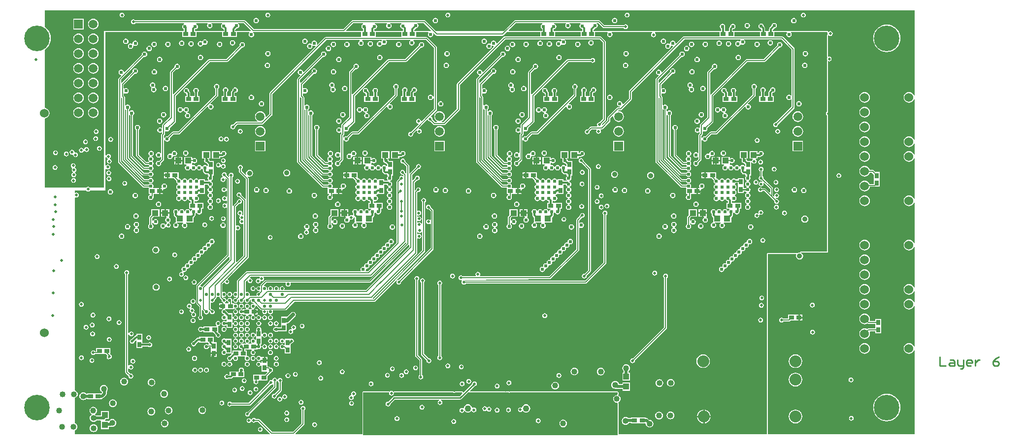
<source format=gbl>
%FSLAX24Y24*%
%MOIN*%
G70*
G01*
G75*
G04 Layer_Physical_Order=6*
G04 Layer_Color=16711680*
%ADD10R,0.0394X0.1083*%
%ADD11C,0.0177*%
%ADD12C,0.0197*%
%ADD13C,0.0400*%
%ADD14R,0.0866X0.0787*%
%ADD15R,0.0787X0.0866*%
%ADD16R,0.0945X0.1024*%
%ADD17R,0.0709X0.0630*%
%ADD18R,0.0433X0.0394*%
%ADD19R,0.0394X0.0433*%
%ADD20R,0.0512X0.0630*%
%ADD21R,0.0669X0.0177*%
%ADD22R,0.0669X0.0177*%
%ADD23R,0.0197X0.0591*%
%ADD24R,0.0630X0.0512*%
%ADD25R,0.0748X0.0197*%
%ADD26R,0.0197X0.0748*%
%ADD27R,0.0551X0.0787*%
%ADD28R,0.0807X0.0236*%
%ADD29O,0.0110X0.0394*%
%ADD30O,0.0394X0.0110*%
%ADD31R,0.0827X0.0354*%
%ADD32R,0.0827X0.0354*%
%ADD33R,0.1732X0.1441*%
%ADD34R,0.1024X0.0945*%
%ADD35R,0.0600X0.0300*%
%ADD36R,0.1400X0.1000*%
%ADD37R,0.0630X0.0709*%
%ADD38C,0.0100*%
%ADD39C,0.0060*%
%ADD40C,0.0070*%
%ADD41C,0.0090*%
%ADD42C,0.0160*%
%ADD43C,0.0120*%
%ADD44C,0.0300*%
%ADD45C,0.0250*%
%ADD46C,0.0200*%
%ADD47C,0.0433*%
%ADD48R,0.0591X0.0591*%
%ADD49C,0.0591*%
%ADD50C,0.0800*%
%ADD51C,0.1732*%
%ADD52C,0.1732*%
%ADD53C,0.0600*%
%ADD54C,0.0200*%
%ADD55C,0.0212*%
%ADD56C,0.0240*%
%ADD57C,0.0350*%
%ADD58C,0.0080*%
%ADD59R,0.0276X0.0354*%
%ADD60R,0.0354X0.0276*%
%ADD61C,0.0140*%
G36*
X56559Y57622D02*
X54134D01*
X54095Y57614D01*
X54062Y57592D01*
X53624Y57154D01*
X53569Y57165D01*
X53555Y57236D01*
X53516Y57295D01*
X53456Y57335D01*
X53386Y57349D01*
X53316Y57335D01*
X53256Y57295D01*
X53216Y57236D01*
X53202Y57165D01*
X53205Y57151D01*
X53164Y57123D01*
X53141Y57138D01*
X53071Y57152D01*
X53001Y57138D01*
X52941Y57098D01*
X52901Y57039D01*
X52887Y56968D01*
X52901Y56898D01*
X52941Y56839D01*
X53001Y56799D01*
X53071Y56785D01*
X53141Y56799D01*
X53201Y56839D01*
X53240Y56898D01*
X53254Y56968D01*
X53252Y56983D01*
X53293Y57011D01*
X53316Y56996D01*
X53386Y56982D01*
X53397Y56927D01*
X50930Y54460D01*
X50908Y54427D01*
X50900Y54388D01*
Y52718D01*
X50017Y51834D01*
X49899D01*
X49890Y51883D01*
X49905Y51890D01*
X49979Y51947D01*
X50036Y52021D01*
X50072Y52107D01*
X50084Y52200D01*
X50072Y52293D01*
X50036Y52379D01*
X49979Y52453D01*
X49905Y52510D01*
X49819Y52546D01*
X49726Y52558D01*
X49633Y52546D01*
X49547Y52510D01*
X49473Y52453D01*
X49416Y52379D01*
X49380Y52293D01*
X49368Y52200D01*
X49380Y52107D01*
X49416Y52021D01*
X49473Y51947D01*
X49547Y51890D01*
X49562Y51883D01*
X49552Y51834D01*
X49432D01*
X49254Y52012D01*
X49258Y52028D01*
X49245Y52090D01*
X49210Y52143D01*
X49157Y52178D01*
X49157Y52178D01*
X49142Y52226D01*
X49521Y52605D01*
X49543Y52638D01*
X49551Y52677D01*
Y56890D01*
X49543Y56929D01*
X49521Y56962D01*
X48930Y57552D01*
X48897Y57575D01*
X48858Y57582D01*
X48137D01*
Y57602D01*
X48137D01*
Y57913D01*
X48966D01*
X48989Y57869D01*
X48956Y57820D01*
X48942Y57750D01*
X48956Y57680D01*
X48996Y57620D01*
X49056Y57580D01*
X49126Y57566D01*
X49196Y57580D01*
X49256Y57620D01*
X49296Y57680D01*
X49310Y57750D01*
X49297Y57814D01*
X49341Y57838D01*
X49475Y57703D01*
X49508Y57681D01*
X49547Y57674D01*
X53996D01*
X54035Y57681D01*
X54068Y57703D01*
X54278Y57913D01*
X56559D01*
Y57622D01*
D02*
G37*
G36*
X71402D02*
X69671D01*
Y57913D01*
X71402D01*
Y57622D01*
D02*
G37*
G36*
X44560Y58470D02*
X44556Y58470D01*
X44496Y58430D01*
X44456Y58370D01*
X44442Y58300D01*
X44456Y58230D01*
X44496Y58170D01*
X44548Y58136D01*
Y57998D01*
X44433D01*
Y57992D01*
X43438D01*
X43419Y58038D01*
X43900Y58520D01*
X44555D01*
X44560Y58470D01*
D02*
G37*
G36*
X81888Y53633D02*
X81839Y53623D01*
X81814Y53682D01*
X81757Y53757D01*
X81682Y53814D01*
X81594Y53851D01*
X81500Y53863D01*
X81406Y53851D01*
X81318Y53814D01*
X81243Y53757D01*
X81186Y53682D01*
X81149Y53594D01*
X81137Y53500D01*
X81149Y53406D01*
X81186Y53318D01*
X81243Y53243D01*
X81318Y53186D01*
X81406Y53149D01*
X81500Y53137D01*
X81594Y53149D01*
X81682Y53186D01*
X81757Y53243D01*
X81814Y53318D01*
X81839Y53377D01*
X81888Y53367D01*
Y50633D01*
X81839Y50623D01*
X81814Y50682D01*
X81757Y50757D01*
X81682Y50814D01*
X81594Y50851D01*
X81500Y50863D01*
X81406Y50851D01*
X81318Y50814D01*
X81243Y50757D01*
X81186Y50682D01*
X81149Y50594D01*
X81137Y50500D01*
X81149Y50406D01*
X81186Y50318D01*
X81243Y50243D01*
X81318Y50186D01*
X81406Y50149D01*
X81500Y50137D01*
X81594Y50149D01*
X81682Y50186D01*
X81757Y50243D01*
X81814Y50318D01*
X81839Y50377D01*
X81888Y50367D01*
Y49633D01*
X81839Y49623D01*
X81814Y49682D01*
X81757Y49757D01*
X81682Y49814D01*
X81594Y49851D01*
X81500Y49863D01*
X81406Y49851D01*
X81318Y49814D01*
X81243Y49757D01*
X81186Y49682D01*
X81149Y49594D01*
X81137Y49500D01*
X81149Y49406D01*
X81186Y49318D01*
X81243Y49243D01*
X81318Y49186D01*
X81406Y49149D01*
X81500Y49137D01*
X81594Y49149D01*
X81682Y49186D01*
X81757Y49243D01*
X81814Y49318D01*
X81839Y49377D01*
X81888Y49367D01*
Y46633D01*
X81839Y46623D01*
X81814Y46682D01*
X81757Y46757D01*
X81682Y46814D01*
X81594Y46851D01*
X81500Y46863D01*
X81406Y46851D01*
X81318Y46814D01*
X81243Y46757D01*
X81186Y46682D01*
X81149Y46594D01*
X81137Y46500D01*
X81149Y46406D01*
X81186Y46318D01*
X81243Y46243D01*
X81318Y46186D01*
X81406Y46149D01*
X81500Y46137D01*
X81594Y46149D01*
X81682Y46186D01*
X81757Y46243D01*
X81814Y46318D01*
X81839Y46377D01*
X81888Y46367D01*
Y43633D01*
X81839Y43623D01*
X81814Y43682D01*
X81757Y43757D01*
X81682Y43814D01*
X81594Y43851D01*
X81500Y43863D01*
X81406Y43851D01*
X81318Y43814D01*
X81243Y43757D01*
X81186Y43682D01*
X81149Y43594D01*
X81137Y43500D01*
X81149Y43406D01*
X81186Y43318D01*
X81243Y43243D01*
X81318Y43186D01*
X81406Y43149D01*
X81500Y43137D01*
X81594Y43149D01*
X81682Y43186D01*
X81757Y43243D01*
X81814Y43318D01*
X81839Y43377D01*
X81888Y43367D01*
Y40633D01*
X81839Y40623D01*
X81814Y40682D01*
X81757Y40757D01*
X81682Y40814D01*
X81594Y40851D01*
X81500Y40863D01*
X81406Y40851D01*
X81318Y40814D01*
X81243Y40757D01*
X81186Y40682D01*
X81149Y40594D01*
X81137Y40500D01*
X81149Y40406D01*
X81186Y40318D01*
X81243Y40243D01*
X81318Y40186D01*
X81406Y40149D01*
X81500Y40137D01*
X81594Y40149D01*
X81682Y40186D01*
X81757Y40243D01*
X81814Y40318D01*
X81839Y40377D01*
X81888Y40367D01*
Y39633D01*
X81839Y39623D01*
X81814Y39682D01*
X81757Y39757D01*
X81682Y39814D01*
X81594Y39851D01*
X81500Y39863D01*
X81406Y39851D01*
X81318Y39814D01*
X81243Y39757D01*
X81186Y39682D01*
X81149Y39594D01*
X81137Y39500D01*
X81149Y39406D01*
X81186Y39318D01*
X81243Y39243D01*
X81318Y39186D01*
X81406Y39149D01*
X81500Y39137D01*
X81594Y39149D01*
X81682Y39186D01*
X81757Y39243D01*
X81814Y39318D01*
X81839Y39377D01*
X81888Y39367D01*
Y36633D01*
X81839Y36623D01*
X81814Y36682D01*
X81757Y36757D01*
X81682Y36814D01*
X81594Y36851D01*
X81500Y36863D01*
X81406Y36851D01*
X81318Y36814D01*
X81243Y36757D01*
X81186Y36682D01*
X81149Y36594D01*
X81137Y36500D01*
X81149Y36406D01*
X81186Y36318D01*
X81243Y36243D01*
X81318Y36186D01*
X81406Y36149D01*
X81500Y36137D01*
X81594Y36149D01*
X81682Y36186D01*
X81757Y36243D01*
X81814Y36318D01*
X81839Y36377D01*
X81888Y36367D01*
Y30725D01*
X81852Y30689D01*
X71935Y30709D01*
X71935Y30709D01*
Y42862D01*
X71935Y42862D01*
X71935Y42862D01*
X71938Y42863D01*
X71942Y42868D01*
X71942Y42868D01*
X71943Y42868D01*
X71951Y42876D01*
X71951Y42876D01*
Y42876D01*
D01*
D01*
X71951D01*
X71951Y42876D01*
D01*
D01*
X71951Y42876D01*
D01*
D01*
D01*
D01*
Y42876D01*
X71955Y42878D01*
X71963Y42887D01*
X71966Y42888D01*
X73740Y42892D01*
X73751Y42892D01*
X73831Y42892D01*
X73832Y42892D01*
X73832Y42892D01*
X73848Y42892D01*
X73849Y42892D01*
X73849Y42892D01*
X73849D01*
Y42892D01*
D01*
D01*
D01*
X73849D01*
D01*
D01*
D01*
D01*
X73849D01*
X73850Y42891D01*
X73850Y42891D01*
X73873Y42848D01*
X73873Y42848D01*
X73855Y42756D01*
X73873Y42664D01*
X73925Y42586D01*
X74003Y42535D01*
X74094Y42516D01*
X74186Y42535D01*
X74264Y42586D01*
X74316Y42664D01*
X74334Y42756D01*
X74316Y42848D01*
X74264Y42925D01*
X74195Y42971D01*
X74192Y42984D01*
X74196Y42989D01*
X74201Y42992D01*
X74201Y42992D01*
X75925D01*
X75926Y42993D01*
X76004Y42992D01*
Y55901D01*
X76004Y55902D01*
X76005Y55910D01*
X76005Y55910D01*
X76005Y55910D01*
X76007Y55914D01*
Y55914D01*
X76007Y55918D01*
X76007Y55918D01*
X76007Y55918D01*
X76009Y55921D01*
X76011Y55923D01*
X76011Y55923D01*
X76011Y55923D01*
X76011Y55923D01*
X76012Y55925D01*
X76014Y55926D01*
X76014Y55927D01*
X76014Y55927D01*
X76015Y55927D01*
X76033Y55948D01*
X76033Y55949D01*
X76040Y55952D01*
X76102Y55939D01*
X76165Y55952D01*
X76218Y55987D01*
X76253Y56040D01*
X76266Y56102D01*
X76253Y56165D01*
X76218Y56218D01*
X76165Y56253D01*
X76102Y56266D01*
X76044Y56254D01*
X76008Y56288D01*
X76008Y56289D01*
X76008Y56289D01*
X76007Y56290D01*
X76007Y56290D01*
X76007Y56290D01*
X76007Y56290D01*
X76007Y56290D01*
X76007Y56290D01*
X76007Y56290D01*
X76007Y56291D01*
X76007Y56291D01*
X76007Y56291D01*
X76007Y56291D01*
X76007Y56291D01*
X76007Y56291D01*
X76006Y56292D01*
X76004Y56296D01*
Y57661D01*
X76004Y57661D01*
X76007Y57668D01*
X76007Y57668D01*
X76007Y57668D01*
X76008Y57670D01*
X76008Y57671D01*
X76009Y57672D01*
X76009D01*
Y57672D01*
D01*
D01*
X76009Y57672D01*
D01*
D01*
D01*
D01*
D01*
X76009Y57672D01*
D01*
D01*
D01*
D01*
D01*
D01*
Y57672D01*
D01*
D01*
X76009Y57672D01*
D01*
D01*
D01*
Y57672D01*
D01*
D01*
D01*
D01*
Y57672D01*
D01*
D01*
D01*
D01*
D01*
Y57672D01*
D01*
D01*
D01*
D01*
D01*
D01*
D01*
D01*
D01*
D01*
D01*
D01*
D01*
Y57672D01*
D01*
D01*
D01*
Y57672D01*
X76021Y57686D01*
X76066Y57700D01*
D01*
Y57700D01*
D01*
D01*
D01*
X76066D01*
X76066D01*
Y57700D01*
D01*
D01*
X76119Y57664D01*
X76181Y57652D01*
X76244Y57664D01*
X76296Y57700D01*
X76332Y57753D01*
X76344Y57815D01*
X76332Y57877D01*
X76296Y57930D01*
X76244Y57966D01*
X76181Y57978D01*
X76119Y57966D01*
X76066Y57930D01*
X76066Y57930D01*
Y57930D01*
X76039Y57916D01*
X76036Y57921D01*
X76030Y57936D01*
X76028Y57937D01*
X76028Y57937D01*
X76026Y57940D01*
Y57940D01*
X76004Y57959D01*
Y57959D01*
Y57992D01*
X72389D01*
Y57998D01*
X72274D01*
Y58073D01*
X72369Y58168D01*
X72378Y58166D01*
X72448Y58180D01*
X72508Y58220D01*
X72548Y58280D01*
X72561Y58350D01*
X72548Y58420D01*
X72508Y58480D01*
X72448Y58520D01*
X72378Y58534D01*
X72308Y58520D01*
X72248Y58480D01*
X72208Y58420D01*
X72194Y58350D01*
X72196Y58341D01*
X72065Y58210D01*
X72038Y58170D01*
X72029Y58123D01*
Y57998D01*
X71914D01*
D01*
D01*
X71914Y57998D01*
X71877D01*
Y57998D01*
X71762D01*
Y58178D01*
X71753Y58225D01*
X71742Y58241D01*
X71726Y58264D01*
X71679Y58311D01*
X71681Y58320D01*
X71667Y58390D01*
X71627Y58449D01*
X71568Y58489D01*
X71498Y58503D01*
X71427Y58489D01*
X71368Y58449D01*
X71328Y58390D01*
X71314Y58320D01*
X71328Y58249D01*
X71368Y58190D01*
X71427Y58150D01*
X71498Y58136D01*
X71517Y58038D01*
Y57998D01*
X71402D01*
Y57992D01*
X69671D01*
Y57998D01*
X69594D01*
X69562Y58036D01*
X69578Y58116D01*
X69648Y58130D01*
X69708Y58170D01*
X69748Y58230D01*
X69761Y58300D01*
X69748Y58370D01*
X69708Y58430D01*
X69648Y58470D01*
X69578Y58484D01*
X69508Y58470D01*
X69448Y58430D01*
X69408Y58370D01*
X69394Y58300D01*
X69396Y58291D01*
X69347Y58242D01*
X69321Y58203D01*
X69312Y58156D01*
Y57998D01*
X69197D01*
D01*
D01*
X69197Y57998D01*
X69159D01*
Y57998D01*
X69044D01*
Y58225D01*
X69048Y58230D01*
X69061Y58300D01*
X69048Y58370D01*
X69008Y58430D01*
X68948Y58470D01*
X68878Y58484D01*
X68808Y58470D01*
X68748Y58430D01*
X68708Y58370D01*
X68694Y58300D01*
X68708Y58230D01*
X68748Y58170D01*
X68800Y58136D01*
Y57998D01*
X68685D01*
Y57992D01*
X60263D01*
Y57998D01*
X60148D01*
Y58073D01*
X60243Y58168D01*
X60252Y58166D01*
X60322Y58180D01*
X60382Y58220D01*
X60422Y58280D01*
X60436Y58350D01*
X60422Y58420D01*
X60382Y58480D01*
X60322Y58520D01*
D01*
X60322D01*
Y58520D01*
D01*
D01*
X60322Y58520D01*
X60322Y58520D01*
X60470D01*
X60774Y58215D01*
X60807Y58193D01*
X60846Y58185D01*
X62199D01*
X62207Y58172D01*
X62260Y58137D01*
X62323Y58124D01*
X62385Y58137D01*
X62438Y58172D01*
X62474Y58225D01*
X62486Y58287D01*
X62474Y58350D01*
X62438Y58403D01*
X62385Y58438D01*
X62323Y58451D01*
X62260Y58438D01*
X62207Y58403D01*
X62199Y58389D01*
X60889D01*
X60584Y58694D01*
X60551Y58716D01*
X60512Y58724D01*
X54843D01*
X54804Y58716D01*
X54770Y58694D01*
X54068Y57992D01*
X49475D01*
X48773Y58694D01*
X48740Y58716D01*
X48701Y58724D01*
X43858D01*
X43819Y58716D01*
X43786Y58694D01*
X43206Y58114D01*
X37168D01*
X36588Y58694D01*
X36555Y58716D01*
X36516Y58724D01*
X29140D01*
X29131Y58737D01*
X29078Y58773D01*
X29016Y58785D01*
X28953Y58773D01*
X28900Y58737D01*
X28865Y58684D01*
X28853Y58622D01*
X28865Y58560D01*
X28900Y58507D01*
X28953Y58471D01*
X29016Y58459D01*
X29078Y58471D01*
X29131Y58507D01*
X29140Y58520D01*
X32429D01*
X32434Y58470D01*
X32430Y58470D01*
X32370Y58430D01*
X32330Y58370D01*
X32316Y58300D01*
X32330Y58230D01*
X32370Y58170D01*
X32422Y58136D01*
Y57998D01*
X32307D01*
Y57992D01*
X27008D01*
Y47382D01*
X26072D01*
X26060Y47399D01*
X26007Y47434D01*
X25945Y47447D01*
X25882Y47434D01*
X25830Y47399D01*
X25818Y47382D01*
X23047D01*
X23012Y47417D01*
X23019Y52070D01*
X23066Y52076D01*
X23154Y52113D01*
X23229Y52170D01*
X23287Y52246D01*
X23323Y52333D01*
X23336Y52427D01*
X23323Y52521D01*
X23287Y52609D01*
X23229Y52684D01*
X23154Y52742D01*
X23066Y52778D01*
X23021Y52784D01*
X23027Y56734D01*
X23158Y56842D01*
X23274Y56983D01*
X23360Y57144D01*
X23413Y57318D01*
X23431Y57500D01*
X23413Y57682D01*
X23360Y57856D01*
X23274Y58017D01*
X23158Y58158D01*
X23029Y58264D01*
X23031Y59388D01*
X81888D01*
Y53633D01*
D02*
G37*
G36*
X56686Y58470D02*
X56682Y58470D01*
X56622Y58430D01*
X56582Y58370D01*
X56568Y58300D01*
X56582Y58230D01*
X56622Y58170D01*
X56674Y58136D01*
Y57998D01*
X56559D01*
Y57992D01*
X54422D01*
X54403Y58038D01*
X54885Y58520D01*
X56681D01*
X56686Y58470D01*
D02*
G37*
G36*
X75958Y57913D02*
X75961Y57912D01*
X75962Y57909D01*
X75984Y57890D01*
Y57738D01*
X75978Y57736D01*
X75970Y57728D01*
X75969Y57726D01*
X75966Y57725D01*
X75963Y57718D01*
X75962Y57716D01*
X75961Y57714D01*
X75954Y57709D01*
X75954Y57708D01*
X75954Y57708D01*
X75954Y57708D01*
X75954Y57706D01*
X75952Y57704D01*
X75949Y57697D01*
Y57697D01*
X75949Y57697D01*
X75949Y57697D01*
X75949Y57697D01*
X75949Y57697D01*
X75946Y57690D01*
X75945Y57680D01*
X75943Y57675D01*
X75943Y57673D01*
X75943Y57673D01*
X75943Y57673D01*
X75943Y57673D01*
X75943Y57673D01*
Y57673D01*
D01*
X75939Y57666D01*
X75939Y57666D01*
X75940Y57663D01*
X75939Y57661D01*
Y56296D01*
X75943Y56287D01*
X75942Y56285D01*
X75942Y56284D01*
X75942Y56284D01*
X75942Y56284D01*
X75942Y56284D01*
X75942Y56283D01*
X75942Y56283D01*
X75942Y56283D01*
X75942Y56283D01*
X75945Y56277D01*
X75945Y56273D01*
X75945Y56273D01*
X75945Y56272D01*
X75945Y56270D01*
X75945Y56270D01*
X75947Y56268D01*
X75947Y56265D01*
X75949Y56260D01*
X75950Y56260D01*
X75950Y56260D01*
X75950Y56260D01*
X75950Y56260D01*
X75950Y56260D01*
X75950Y56260D01*
X75950Y56259D01*
X75950Y56259D01*
X75955Y56255D01*
X75956Y56250D01*
X75956Y56250D01*
X75956Y56250D01*
X75958Y56249D01*
X75960Y56244D01*
X75977Y56226D01*
X75977Y56225D01*
X75979Y56223D01*
X75984Y56218D01*
Y56214D01*
X75952Y56165D01*
X75939Y56102D01*
X75952Y56040D01*
X75984Y55991D01*
X75966Y55970D01*
X75966Y55970D01*
X75966Y55970D01*
X75965Y55969D01*
D01*
X75965Y55969D01*
D01*
X75965D01*
X75965Y55969D01*
D01*
X75963Y55967D01*
X75960Y55958D01*
X75952Y55952D01*
X75950Y55948D01*
X75949Y55942D01*
X75947Y55939D01*
Y55939D01*
X75945Y55935D01*
Y55929D01*
X75943Y55924D01*
X75942Y55921D01*
X75942Y55920D01*
X75941Y55917D01*
X75940Y55908D01*
X75941Y55905D01*
X75939Y55901D01*
Y52524D01*
X75928Y52517D01*
X75893Y52464D01*
X75880Y52402D01*
X75893Y52339D01*
X75928Y52286D01*
X75939Y52279D01*
Y43090D01*
X75925Y43057D01*
X74201D01*
X74194Y43055D01*
X74188Y43056D01*
D01*
D01*
D01*
X74188Y43056D01*
X74188D01*
X74188Y43056D01*
D01*
D01*
X74188D01*
X74188Y43056D01*
X74188D01*
D01*
X74188D01*
X74188D01*
Y43056D01*
D01*
D01*
D01*
D01*
D01*
X74177Y43049D01*
X74164Y43046D01*
X74161Y43041D01*
X74155Y43038D01*
X74152Y43032D01*
X74147Y43028D01*
X74147Y43028D01*
X74147Y43028D01*
X74147D01*
X74147Y43028D01*
X74147Y43028D01*
D01*
X74145Y43021D01*
X74104Y42994D01*
X74094Y42996D01*
X74003Y42977D01*
X73972Y42957D01*
X73917D01*
X73849Y42957D01*
D01*
X73849Y42957D01*
D01*
X73849Y42957D01*
X73848Y42957D01*
X73831Y42957D01*
X73751Y42957D01*
X73740Y42957D01*
X71966Y42953D01*
X71965D01*
X71929Y42953D01*
Y42938D01*
X71929D01*
X71925Y42936D01*
X71925Y42936D01*
X71920Y42934D01*
X71920Y42934D01*
X71917Y42932D01*
X71908Y42923D01*
Y42923D01*
X71904Y42922D01*
X71896Y42914D01*
X71896Y42914D01*
D01*
X71892Y42909D01*
D01*
X71889Y42908D01*
X71884Y42896D01*
X71875Y42887D01*
X71875Y42874D01*
X71870Y42862D01*
Y30709D01*
X71870Y30709D01*
X61872Y30704D01*
X61870Y30706D01*
X61837Y30740D01*
X61837Y30740D01*
Y32004D01*
X61837Y32008D01*
X61837Y32011D01*
Y32786D01*
X61836Y32788D01*
X61836Y32790D01*
X61826Y32810D01*
X61818Y32832D01*
X61815Y32833D01*
X61816Y32834D01*
X61863Y32854D01*
X61918Y32895D01*
X61959Y32950D01*
X61986Y33013D01*
X61995Y33081D01*
X61986Y33149D01*
X61959Y33212D01*
X61918Y33266D01*
X61863Y33308D01*
X61816Y33327D01*
X61815Y33329D01*
X61818Y33330D01*
X61826Y33351D01*
X61836Y33371D01*
X61836Y33374D01*
X61837Y33376D01*
Y33498D01*
Y33498D01*
Y33511D01*
Y33511D01*
X61832Y33523D01*
Y33536D01*
X61823Y33545D01*
X61818Y33557D01*
X61815Y33558D01*
X61815Y33558D01*
X61811Y33562D01*
X61810Y33562D01*
X61809Y33563D01*
X61806Y33567D01*
X61797Y33571D01*
X61797Y33571D01*
X61795Y33571D01*
X61784Y33582D01*
X61778D01*
X61772Y33586D01*
X61765Y33587D01*
X61758Y33586D01*
X61752Y33589D01*
X57655D01*
X57650Y33586D01*
X57647Y33587D01*
X57646Y33587D01*
X57646Y33587D01*
X57645Y33587D01*
X57642Y33587D01*
X57640Y33587D01*
X57635Y33586D01*
X57635Y33585D01*
X57632Y33586D01*
X57629Y33585D01*
X57627Y33585D01*
X57621Y33586D01*
X57621Y33586D01*
X57620Y33586D01*
X57619Y33586D01*
X57617Y33586D01*
X57616Y33586D01*
X57611Y33586D01*
X57607Y33584D01*
X57597Y33589D01*
X57324D01*
X57320Y33587D01*
X57316Y33589D01*
X57316D01*
X57310Y33586D01*
X57305Y33586D01*
X57305Y33586D01*
X57305Y33586D01*
X57303Y33587D01*
X57300Y33586D01*
X57300Y33586D01*
X57298Y33587D01*
X57294Y33586D01*
X57287Y33589D01*
X57286D01*
X57284Y33588D01*
X57282Y33589D01*
X54545D01*
X54545Y33589D01*
X54543D01*
X54542Y33588D01*
X54531Y33588D01*
X54520Y33584D01*
X54520D01*
X54520Y33584D01*
X54518D01*
X54518Y33584D01*
X54518Y33584D01*
X54518D01*
X54517Y33583D01*
X54517Y33583D01*
X54516Y33583D01*
X54516D01*
X54516D01*
X54516Y33583D01*
X54516D01*
X54514Y33582D01*
X54503Y33582D01*
X54492Y33577D01*
X54491Y33577D01*
X54490Y33576D01*
X54490D01*
X54476Y33570D01*
X54476Y33570D01*
X54476D01*
X54475Y33569D01*
X54460Y33564D01*
X54458Y33565D01*
X54455Y33568D01*
X54454Y33568D01*
X54454Y33569D01*
X54451Y33570D01*
X54447Y33575D01*
X54438Y33579D01*
X54431Y33579D01*
X54410Y33588D01*
X54409Y33588D01*
X54408Y33588D01*
X54396D01*
X54396Y33588D01*
X54396Y33588D01*
X54396Y33589D01*
X54264D01*
X54260Y33587D01*
D01*
X54251D01*
X54243Y33584D01*
X54239D01*
X54235Y33582D01*
D01*
X54235D01*
X54231Y33582D01*
X54230Y33581D01*
X54220Y33580D01*
X54210Y33574D01*
X54207Y33573D01*
X54206Y33573D01*
X54196Y33572D01*
X54195Y33571D01*
X54183Y33571D01*
X54170Y33576D01*
X54169Y33578D01*
X54169Y33578D01*
X54166Y33578D01*
X54160Y33581D01*
X54151Y33582D01*
X54145Y33585D01*
X54141Y33585D01*
X54140Y33585D01*
X54138Y33585D01*
X54138Y33585D01*
X54129Y33589D01*
X51795D01*
X51776Y33635D01*
X52083Y33942D01*
X52087Y33941D01*
X52149Y33954D01*
X52202Y33989D01*
X52237Y34042D01*
X52250Y34104D01*
X52237Y34167D01*
X52202Y34220D01*
X52149Y34255D01*
X52087Y34267D01*
X52024Y34255D01*
X51971Y34220D01*
X51936Y34167D01*
X51923Y34104D01*
X51924Y34101D01*
X51364Y33540D01*
X51314Y33545D01*
X51304Y33560D01*
X51298Y33563D01*
X51296Y33570D01*
X51278Y33577D01*
X51263Y33587D01*
X51256Y33586D01*
X51250Y33589D01*
X50821D01*
X50818Y33587D01*
X50818D01*
D01*
D01*
D01*
X50818D01*
X50818Y33587D01*
X50818Y33587D01*
X50818Y33587D01*
X50818D01*
X50818D01*
X50811Y33587D01*
X50810Y33587D01*
X50810Y33587D01*
X50805Y33585D01*
X50804Y33586D01*
X50800Y33584D01*
X50800D01*
X50791Y33584D01*
X50787Y33580D01*
X50787Y33580D01*
X50786Y33580D01*
X50786Y33580D01*
X50786Y33580D01*
X50786Y33580D01*
X50786Y33580D01*
X50786Y33580D01*
X50785Y33580D01*
X50784Y33580D01*
X50784Y33579D01*
X50783Y33579D01*
X50783Y33579D01*
X50783D01*
X50783Y33579D01*
X50782Y33579D01*
X50779Y33576D01*
X50775Y33575D01*
X50775Y33575D01*
X50775Y33575D01*
X50774Y33575D01*
X50774Y33574D01*
X50773Y33574D01*
X50772Y33573D01*
X50771Y33572D01*
X50770Y33572D01*
X50770Y33571D01*
X50769Y33571D01*
X50769Y33571D01*
X50769Y33571D01*
X50769Y33571D01*
X50765Y33568D01*
X50764Y33567D01*
X50761Y33564D01*
X50761Y33564D01*
X50760Y33563D01*
X50756Y33558D01*
X50756Y33558D01*
X50756Y33558D01*
X50746Y33554D01*
X50746Y33554D01*
X50733Y33552D01*
X50724D01*
X50724Y33552D01*
X50709Y33554D01*
X50701Y33558D01*
X50696Y33564D01*
X50693Y33566D01*
X50693Y33566D01*
X50691Y33569D01*
X50689Y33570D01*
X50688Y33571D01*
X50687Y33572D01*
X50682Y33572D01*
X50677Y33574D01*
X50670Y33579D01*
X50666Y33580D01*
X50664Y33580D01*
X50664Y33580D01*
X50664Y33580D01*
X50656Y33584D01*
X50647Y33586D01*
X50642Y33585D01*
X50633Y33589D01*
X50628D01*
X50628Y33589D01*
X46691D01*
X46691Y33589D01*
X46689D01*
X46688Y33588D01*
X46676Y33588D01*
X46666Y33584D01*
X46666D01*
X46666Y33584D01*
X46664D01*
X46664Y33584D01*
X46664Y33584D01*
X46664D01*
X46663Y33583D01*
X46663Y33583D01*
X46661Y33583D01*
X46660Y33582D01*
X46648Y33582D01*
X46644Y33580D01*
X46644Y33580D01*
X46644Y33579D01*
X46638Y33577D01*
X46631Y33569D01*
X46592Y33580D01*
Y33580D01*
D01*
X46592Y33580D01*
X46592Y33580D01*
X46539Y33615D01*
X46476Y33628D01*
X46414Y33615D01*
X46361Y33580D01*
X46352Y33567D01*
D01*
X46352D01*
X46337Y33568D01*
Y33568D01*
Y33568D01*
D01*
X46337Y33568D01*
D01*
D01*
D01*
D01*
D01*
D01*
Y33568D01*
D01*
D01*
X46337D01*
Y33568D01*
X46331Y33570D01*
X46330Y33570D01*
X46328Y33571D01*
X46327Y33571D01*
X46326Y33572D01*
X46315Y33578D01*
Y33578D01*
Y33578D01*
X46315Y33578D01*
X46315Y33578D01*
X46311Y33578D01*
X46306Y33581D01*
X46296Y33582D01*
X46290Y33585D01*
X46287Y33585D01*
X46285Y33585D01*
X46284Y33585D01*
X46284Y33585D01*
X46275Y33589D01*
X44580D01*
X44568Y33584D01*
X44555Y33584D01*
X44555Y33584D01*
X44546Y33574D01*
X44534Y33570D01*
D01*
X44534Y33570D01*
X44534Y33570D01*
X44533Y33567D01*
X44524Y33558D01*
X44524Y33558D01*
X44521Y33557D01*
X44516Y33545D01*
X44507Y33536D01*
X44507Y33523D01*
X44507Y33523D01*
X44507Y33523D01*
Y33523D01*
X44502Y33511D01*
Y33498D01*
X44502Y33498D01*
Y30697D01*
X39992Y30695D01*
X39973Y30741D01*
X40561Y31329D01*
X40582Y31361D01*
X40589Y31398D01*
Y32313D01*
X40607Y32326D01*
X40643Y32379D01*
X40655Y32441D01*
X40643Y32503D01*
X40607Y32556D01*
X40555Y32592D01*
X40492Y32604D01*
X40430Y32592D01*
X40377Y32556D01*
X40341Y32503D01*
X40329Y32441D01*
X40341Y32379D01*
X40377Y32326D01*
X40395Y32313D01*
Y31438D01*
X39802Y30845D01*
X38406D01*
X37549Y31702D01*
X37517Y31723D01*
X37480Y31731D01*
X37293D01*
X37281Y31749D01*
X37228Y31785D01*
X37165Y31797D01*
X37103Y31785D01*
X37050Y31749D01*
X37016Y31699D01*
X37001D01*
X36961Y31707D01*
X36946Y31730D01*
X36893Y31765D01*
X36831Y31777D01*
X36768Y31765D01*
X36715Y31730D01*
X36680Y31677D01*
X36668Y31614D01*
X36680Y31552D01*
X36715Y31499D01*
X36768Y31463D01*
X36831Y31451D01*
X36893Y31463D01*
X36946Y31499D01*
X36980Y31549D01*
X36995D01*
X37035Y31541D01*
X37050Y31518D01*
X37103Y31483D01*
X37165Y31471D01*
X37228Y31483D01*
X37281Y31518D01*
X37293Y31537D01*
X37440D01*
X38236Y30741D01*
X38217Y30694D01*
X25094Y30689D01*
X25059Y30724D01*
Y30960D01*
X25092Y30974D01*
X25146Y31015D01*
X25188Y31070D01*
X25214Y31133D01*
X25223Y31201D01*
X25214Y31269D01*
X25188Y31332D01*
X25146Y31386D01*
X25092Y31428D01*
X25059Y31441D01*
Y33157D01*
X25111Y33178D01*
X25166Y33220D01*
X25207Y33274D01*
X25234Y33338D01*
X25243Y33406D01*
X25234Y33473D01*
X25207Y33537D01*
X25166Y33591D01*
X25111Y33633D01*
X25059Y33654D01*
Y46707D01*
X25098Y46739D01*
X25157Y46727D01*
X25220Y46739D01*
X25273Y46774D01*
X25308Y46827D01*
X25321Y46890D01*
X25308Y46952D01*
X25273Y47005D01*
X25220Y47040D01*
X25157Y47053D01*
X25098Y47041D01*
X25059Y47073D01*
Y47199D01*
X25809D01*
X25830Y47168D01*
X25882Y47133D01*
X25945Y47120D01*
X26007Y47133D01*
X26060Y47168D01*
X26081Y47199D01*
X27126D01*
Y48636D01*
X27150Y48652D01*
X27170Y48663D01*
X27221Y48629D01*
X27283Y48616D01*
X27346Y48629D01*
X27399Y48664D01*
X27434Y48717D01*
X27447Y48780D01*
X27434Y48842D01*
X27399Y48895D01*
X27346Y48930D01*
X27283Y48943D01*
X27221Y48930D01*
X27170Y48896D01*
X27150Y48907D01*
X27126Y48923D01*
Y49428D01*
X27174Y49443D01*
X27207Y49393D01*
X27260Y49357D01*
X27280Y49353D01*
X27290Y49304D01*
X27267Y49289D01*
X27231Y49236D01*
X27219Y49173D01*
X27231Y49111D01*
X27267Y49058D01*
X27319Y49023D01*
X27382Y49010D01*
X27444Y49023D01*
X27497Y49058D01*
X27533Y49111D01*
X27545Y49173D01*
X27533Y49236D01*
X27497Y49289D01*
X27444Y49324D01*
X27425Y49328D01*
X27415Y49377D01*
X27438Y49393D01*
X27474Y49445D01*
X27486Y49508D01*
X27474Y49570D01*
X27438Y49623D01*
X27385Y49659D01*
X27323Y49671D01*
X27260Y49659D01*
X27207Y49623D01*
X27174Y49573D01*
X27126Y49587D01*
Y57913D01*
X32307D01*
Y57602D01*
X32781D01*
Y57602D01*
X32781D01*
X32781Y57602D01*
X32819D01*
Y57602D01*
X33293D01*
Y57913D01*
X35024D01*
Y57602D01*
X35499D01*
Y57602D01*
X35499D01*
X35499Y57602D01*
X35536D01*
Y57602D01*
X36011D01*
Y57913D01*
X36840D01*
X36863Y57869D01*
X36830Y57820D01*
X36816Y57750D01*
X36830Y57680D01*
X36870Y57620D01*
X36930Y57580D01*
X37000Y57566D01*
X37070Y57580D01*
X37130Y57620D01*
X37170Y57680D01*
X37184Y57750D01*
X37170Y57820D01*
X37130Y57880D01*
X37121Y57886D01*
X37126Y57910D01*
X43248D01*
X43266Y57913D01*
X44433D01*
Y57602D01*
D01*
Y57602D01*
X44413Y57582D01*
X42028D01*
X41989Y57575D01*
X41955Y57552D01*
X41471Y57068D01*
X41429Y57095D01*
X41443Y57165D01*
X41429Y57236D01*
X41390Y57295D01*
X41330Y57335D01*
X41260Y57349D01*
X41190Y57335D01*
X41130Y57295D01*
X41090Y57236D01*
X41076Y57165D01*
X41079Y57151D01*
X41038Y57123D01*
X41015Y57138D01*
X40945Y57152D01*
X40875Y57138D01*
X40815Y57098D01*
X40775Y57039D01*
X40761Y56968D01*
X40775Y56898D01*
X40815Y56839D01*
X40875Y56799D01*
X40945Y56785D01*
X41015Y56799D01*
X41075Y56839D01*
X41114Y56898D01*
X41128Y56968D01*
X41126Y56983D01*
X41167Y57011D01*
X41190Y56996D01*
X41260Y56982D01*
X41330Y56996D01*
X41358Y56955D01*
X38235Y53832D01*
X38213Y53799D01*
X38205Y53760D01*
Y52385D01*
X38006Y52185D01*
X37958Y52201D01*
X37946Y52293D01*
X37910Y52379D01*
X37853Y52453D01*
X37779Y52510D01*
X37693Y52546D01*
X37600Y52558D01*
X37507Y52546D01*
X37421Y52510D01*
X37347Y52453D01*
X37290Y52379D01*
X37254Y52293D01*
X37242Y52200D01*
X37254Y52107D01*
X37290Y52021D01*
X37347Y51947D01*
X37406Y51901D01*
X37390Y51854D01*
X36004D01*
X35965Y51846D01*
X35932Y51824D01*
X35764Y51656D01*
X35748Y51659D01*
X35686Y51647D01*
X35633Y51611D01*
X35597Y51558D01*
X35585Y51496D01*
X35597Y51434D01*
X35633Y51381D01*
X35686Y51345D01*
X35748Y51333D01*
X35810Y51345D01*
X35863Y51381D01*
X35899Y51434D01*
X35911Y51496D01*
X35908Y51512D01*
X36046Y51650D01*
X37717D01*
X37756Y51658D01*
X37789Y51680D01*
X38379Y52270D01*
X38401Y52304D01*
X38409Y52343D01*
Y53718D01*
X42070Y57378D01*
X44318D01*
X44333Y57331D01*
X44280Y57295D01*
X44240Y57236D01*
X44226Y57165D01*
X44240Y57095D01*
X44280Y57036D01*
X44339Y56996D01*
X44409Y56982D01*
X44480Y56996D01*
X44539Y57036D01*
X44579Y57095D01*
X44593Y57165D01*
X44579Y57236D01*
X44539Y57295D01*
X44486Y57331D01*
X44501Y57378D01*
X45804D01*
X45824Y57343D01*
X45807Y57296D01*
X45765Y57278D01*
X45740Y57296D01*
X45669Y57310D01*
X45599Y57296D01*
X45540Y57256D01*
X45500Y57196D01*
X45486Y57126D01*
X45500Y57056D01*
X45540Y56996D01*
X45599Y56956D01*
X45669Y56942D01*
X45740Y56956D01*
X45799Y56996D01*
X45839Y57056D01*
X45842Y57073D01*
X45888Y57092D01*
X45914Y57075D01*
X45984Y57061D01*
X46054Y57075D01*
X46114Y57114D01*
X46154Y57174D01*
X46168Y57244D01*
X46154Y57314D01*
X46114Y57374D01*
X46115Y57378D01*
X47734D01*
X47748Y57331D01*
X47725Y57315D01*
X47685Y57255D01*
X47671Y57185D01*
X47685Y57115D01*
X47725Y57055D01*
X47784Y57015D01*
X47854Y57002D01*
X47925Y57015D01*
X47984Y57055D01*
X48024Y57115D01*
X48038Y57185D01*
X48024Y57255D01*
X47984Y57315D01*
X47961Y57331D01*
X47975Y57378D01*
X48816D01*
X49347Y56848D01*
Y53567D01*
X49297Y53562D01*
X49296Y53570D01*
X49256Y53630D01*
X49196Y53670D01*
X49126Y53684D01*
X49056Y53670D01*
X48996Y53630D01*
X48956Y53570D01*
X48942Y53500D01*
X48956Y53430D01*
X48996Y53370D01*
X49056Y53330D01*
X49126Y53316D01*
X49196Y53330D01*
X49256Y53370D01*
X49296Y53430D01*
X49297Y53438D01*
X49347Y53433D01*
Y52719D01*
X48516Y51888D01*
X48468Y51903D01*
X48458Y51952D01*
X48422Y52005D01*
X48370Y52040D01*
X48307Y52053D01*
X48245Y52040D01*
X48192Y52005D01*
X48156Y51952D01*
X48144Y51890D01*
X48156Y51827D01*
X48192Y51774D01*
X48245Y51739D01*
X48294Y51729D01*
X48309Y51681D01*
X47791Y51164D01*
X47776Y51167D01*
X47713Y51155D01*
X47660Y51119D01*
X47625Y51066D01*
X47612Y51004D01*
X47625Y50942D01*
X47660Y50889D01*
X47713Y50853D01*
X47776Y50841D01*
X47838Y50853D01*
X47891Y50889D01*
X47926Y50942D01*
X47939Y51004D01*
X47936Y51020D01*
X48164Y51248D01*
X48208Y51224D01*
X48203Y51201D01*
X48215Y51138D01*
X48251Y51085D01*
X48304Y51050D01*
X48366Y51038D01*
X48429Y51050D01*
X48481Y51085D01*
X48517Y51138D01*
X48529Y51201D01*
X48517Y51263D01*
X48481Y51316D01*
X48429Y51351D01*
X48366Y51364D01*
X48343Y51359D01*
X48319Y51403D01*
X48896Y51980D01*
X48944Y51965D01*
X48944Y51965D01*
X48979Y51912D01*
X49032Y51877D01*
X49094Y51864D01*
X49110Y51868D01*
X49318Y51660D01*
X49351Y51638D01*
X49390Y51630D01*
X50059D01*
X50098Y51638D01*
X50131Y51660D01*
X51074Y52604D01*
X51097Y52637D01*
X51104Y52676D01*
Y54346D01*
X54176Y57418D01*
X57951D01*
X57979Y57376D01*
X57980Y57374D01*
X57941Y57314D01*
X57937Y57298D01*
X57891Y57278D01*
X57866Y57296D01*
X57795Y57310D01*
X57725Y57296D01*
X57666Y57256D01*
X57626Y57196D01*
X57612Y57126D01*
X57626Y57056D01*
X57666Y56996D01*
X57725Y56956D01*
X57795Y56942D01*
X57866Y56956D01*
X57925Y56996D01*
X57965Y57056D01*
X57968Y57073D01*
X58014Y57092D01*
X58040Y57075D01*
X58110Y57061D01*
X58180Y57075D01*
X58240Y57114D01*
X58280Y57174D01*
X58294Y57244D01*
X58280Y57314D01*
X58240Y57374D01*
X58180Y57414D01*
D01*
X58180D01*
Y57414D01*
D01*
D01*
Y57414D01*
X58180Y57414D01*
D01*
D01*
D01*
D01*
X58181Y57418D01*
X59972D01*
X59977Y57368D01*
X59977Y57368D01*
X59977D01*
X59910Y57355D01*
X59851Y57315D01*
X59811Y57255D01*
X59797Y57185D01*
X59811Y57115D01*
X59851Y57055D01*
X59910Y57015D01*
X59980Y57002D01*
X60051Y57015D01*
X60110Y57055D01*
X60150Y57115D01*
X60164Y57185D01*
X60150Y57255D01*
X60110Y57315D01*
X60051Y57355D01*
X59983Y57368D01*
X59988Y57418D01*
X60568D01*
X60784Y57202D01*
Y52030D01*
X60567Y51814D01*
X60551Y51817D01*
X60489Y51804D01*
X60436Y51769D01*
X60400Y51716D01*
X60388Y51654D01*
X60400Y51591D01*
X60406Y51583D01*
X60382Y51539D01*
X59980D01*
X59941Y51531D01*
X59908Y51509D01*
X59886Y51476D01*
X59884Y51465D01*
X59740Y51321D01*
X59724Y51325D01*
X59662Y51312D01*
X59609Y51277D01*
X59574Y51224D01*
X59561Y51161D01*
X59574Y51099D01*
X59609Y51046D01*
X59662Y51011D01*
X59724Y50998D01*
X59787Y51011D01*
X59840Y51046D01*
X59875Y51099D01*
X59888Y51161D01*
X59884Y51177D01*
X60042Y51335D01*
X60336D01*
X60360Y51291D01*
X60341Y51263D01*
X60329Y51201D01*
X60341Y51138D01*
X60377Y51085D01*
X60430Y51050D01*
X60492Y51038D01*
X60555Y51050D01*
X60607Y51085D01*
X60643Y51138D01*
X60655Y51201D01*
X60643Y51263D01*
X60607Y51316D01*
X60613Y51335D01*
X60709D01*
X60748Y51343D01*
X60781Y51365D01*
X61269Y51853D01*
X61291Y51886D01*
X61299Y51925D01*
Y52080D01*
X61450Y52231D01*
X61495Y52209D01*
X61494Y52200D01*
X61506Y52107D01*
X61542Y52021D01*
X61599Y51947D01*
X61673Y51890D01*
X61759Y51854D01*
X61852Y51842D01*
X61945Y51854D01*
X62031Y51890D01*
X62105Y51947D01*
X62162Y52021D01*
X62198Y52107D01*
X62210Y52200D01*
X62198Y52293D01*
X62162Y52379D01*
X62105Y52453D01*
X62031Y52510D01*
X61945Y52546D01*
X61852Y52558D01*
X61843Y52557D01*
X61821Y52602D01*
X61834Y52615D01*
X61968D01*
X62008Y52622D01*
X62041Y52644D01*
X62710Y53314D01*
X62732Y53347D01*
X62740Y53386D01*
Y53855D01*
X66302Y57418D01*
X70077D01*
X70105Y57376D01*
X70106Y57374D01*
X70067Y57314D01*
X70063Y57298D01*
X70017Y57278D01*
X69991Y57296D01*
X69921Y57310D01*
X69851Y57296D01*
X69791Y57256D01*
X69752Y57196D01*
X69738Y57126D01*
X69752Y57056D01*
X69791Y56996D01*
X69851Y56956D01*
X69921Y56942D01*
X69991Y56956D01*
X70051Y56996D01*
X70091Y57056D01*
X70094Y57073D01*
X70140Y57092D01*
X70166Y57075D01*
X70236Y57061D01*
X70306Y57075D01*
X70366Y57114D01*
X70406Y57174D01*
X70420Y57244D01*
X70406Y57314D01*
X70366Y57374D01*
X70306Y57414D01*
D01*
X70306D01*
Y57414D01*
D01*
D01*
Y57414D01*
X70306Y57414D01*
D01*
D01*
D01*
D01*
X70307Y57418D01*
X72098D01*
X72103Y57368D01*
X72103Y57368D01*
X72103D01*
X72036Y57355D01*
X71977Y57315D01*
X71937Y57255D01*
X71923Y57185D01*
X71937Y57115D01*
X71977Y57055D01*
X72036Y57015D01*
X72106Y57002D01*
X72177Y57015D01*
X72236Y57055D01*
X72276Y57115D01*
X72290Y57185D01*
X72276Y57255D01*
X72236Y57315D01*
X72177Y57355D01*
X72109Y57368D01*
X72114Y57418D01*
X72871D01*
X73559Y56729D01*
Y53638D01*
X73512Y53624D01*
X73508Y53630D01*
X73448Y53670D01*
X73378Y53684D01*
X73308Y53670D01*
X73248Y53630D01*
X73208Y53570D01*
X73194Y53500D01*
X73208Y53430D01*
X73248Y53370D01*
X73308Y53330D01*
X73378Y53316D01*
X73448Y53330D01*
X73508Y53370D01*
X73512Y53376D01*
X73559Y53362D01*
Y52877D01*
X72496Y51814D01*
X72480Y51817D01*
X72418Y51804D01*
X72365Y51769D01*
X72330Y51716D01*
X72317Y51654D01*
X72330Y51591D01*
X72365Y51538D01*
X72418Y51503D01*
X72480Y51490D01*
X72543Y51503D01*
X72596Y51538D01*
X72631Y51591D01*
X72643Y51654D01*
X72640Y51669D01*
X73734Y52763D01*
X73756Y52796D01*
X73763Y52835D01*
Y56772D01*
X73756Y56811D01*
X73734Y56844D01*
X72985Y57592D01*
X72952Y57614D01*
X72913Y57622D01*
X72389D01*
Y57913D01*
X73218D01*
X73241Y57869D01*
X73208Y57820D01*
X73194Y57750D01*
X73208Y57680D01*
X73248Y57620D01*
X73308Y57580D01*
X73378Y57566D01*
X73448Y57580D01*
X73508Y57620D01*
X73548Y57680D01*
X73561Y57750D01*
X73548Y57820D01*
X73508Y57880D01*
X73518Y57913D01*
X75958D01*
X75958Y57913D01*
D02*
G37*
G36*
X61754Y33523D02*
X61760Y33521D01*
X61760Y33521D01*
X61763Y33517D01*
X61764Y33517D01*
X61765Y33516D01*
X61769Y33512D01*
X61770Y33511D01*
D01*
X61772Y33511D01*
X61772Y33511D01*
Y33387D01*
X61768Y33380D01*
X61768Y33377D01*
X61766Y33376D01*
X61759Y33358D01*
X61756Y33356D01*
Y33356D01*
Y33356D01*
Y33356D01*
X61756Y33356D01*
D01*
X61742Y33342D01*
X61742Y33342D01*
X61732Y33343D01*
X61664Y33334D01*
X61601Y33308D01*
X61547Y33266D01*
X61505Y33212D01*
X61479Y33149D01*
X61470Y33081D01*
X61479Y33013D01*
X61505Y32950D01*
X61547Y32895D01*
X61601Y32854D01*
X61664Y32827D01*
X61732Y32818D01*
X61742Y32820D01*
Y32820D01*
D01*
D01*
D01*
X61756Y32806D01*
X61756Y32806D01*
D01*
D01*
Y32806D01*
D01*
X61759Y32803D01*
X61766Y32786D01*
X61768Y32784D01*
X61768Y32782D01*
X61772Y32775D01*
Y32011D01*
Y32004D01*
Y30740D01*
Y30612D01*
X44567D01*
Y33498D01*
X44567Y33498D01*
Y33511D01*
Y33511D01*
X44570Y33512D01*
X44579Y33521D01*
X44580Y33524D01*
X44580Y33524D01*
X44580Y33524D01*
X46275D01*
X46275Y33524D01*
X46275Y33524D01*
X46280Y33521D01*
X46281Y33521D01*
D01*
X46281Y33521D01*
X46284Y33520D01*
X46290Y33517D01*
X46290Y33517D01*
X46290Y33517D01*
X46291Y33517D01*
X46296Y33514D01*
X46296Y33514D01*
D01*
D01*
D01*
D01*
Y33514D01*
X46296Y33514D01*
X46300Y33513D01*
X46301Y33512D01*
X46302Y33511D01*
Y33511D01*
D01*
D01*
D01*
D01*
D01*
D01*
D01*
D01*
D01*
D01*
Y33511D01*
X46302D01*
X46303Y33511D01*
Y33511D01*
X46305Y33510D01*
Y33510D01*
D01*
D01*
D01*
D01*
D01*
D01*
D01*
D01*
Y33510D01*
X46305D01*
X46306Y33510D01*
D01*
D01*
D01*
Y33510D01*
X46307Y33509D01*
Y33509D01*
D01*
D01*
D01*
D01*
D01*
D01*
Y33509D01*
X46307D01*
X46309Y33509D01*
D01*
D01*
D01*
D01*
D01*
D01*
Y33509D01*
X46310Y33509D01*
Y33509D01*
D01*
D01*
D01*
D01*
Y33509D01*
X46310D01*
X46311Y33508D01*
D01*
D01*
D01*
D01*
D01*
D01*
D01*
X46311Y33508D01*
X46317Y33506D01*
X46317Y33506D01*
D01*
D01*
D01*
D01*
D01*
D01*
D01*
D01*
D01*
D01*
X46319Y33491D01*
X46313Y33465D01*
X46326Y33402D01*
X46361Y33349D01*
X46414Y33314D01*
X46476Y33301D01*
X46539Y33314D01*
X46592Y33349D01*
X46627Y33402D01*
X46640Y33465D01*
X46632Y33502D01*
X46635Y33505D01*
Y33505D01*
X46635Y33505D01*
Y33505D01*
Y33505D01*
D01*
D01*
X46635Y33505D01*
X46649Y33511D01*
X46664Y33513D01*
X46669Y33520D01*
X46672Y33521D01*
X46672D01*
X46676Y33523D01*
X46686Y33522D01*
X46686Y33522D01*
X46687Y33523D01*
X46687D01*
X46688Y33523D01*
X46688D01*
X46689Y33524D01*
X46689Y33524D01*
X46689Y33524D01*
X46689D01*
X46689Y33524D01*
X46691Y33524D01*
X46691Y33524D01*
X50628D01*
X50628Y33524D01*
X50632D01*
X50633Y33523D01*
X50636Y33522D01*
X50645Y33520D01*
X50645Y33520D01*
X50649Y33517D01*
X50653Y33516D01*
X50655Y33515D01*
X50655Y33514D01*
X50657Y33513D01*
X50657Y33513D01*
X50660Y33510D01*
X50663Y33508D01*
X50666Y33507D01*
X50675Y33498D01*
X50683Y33495D01*
X50690Y33494D01*
X50691Y33493D01*
X50693Y33494D01*
X50699Y33490D01*
X50714Y33488D01*
X50719Y33489D01*
X50724Y33487D01*
X50733D01*
X50737Y33489D01*
X50742Y33488D01*
X50756Y33489D01*
X50763Y33494D01*
X50764D01*
X50765Y33494D01*
X50765Y33494D01*
X50765Y33494D01*
X50766Y33494D01*
X50771D01*
X50781Y33498D01*
X50784Y33501D01*
X50789Y33502D01*
X50789Y33502D01*
X50793Y33508D01*
X50793Y33508D01*
X50794Y33508D01*
X50798Y33513D01*
X50798Y33513D01*
X50802Y33515D01*
X50803Y33516D01*
X50804Y33516D01*
X50806Y33517D01*
X50807Y33518D01*
X50808Y33519D01*
Y33519D01*
D01*
D01*
X50808Y33519D01*
Y33519D01*
X50808D01*
X50808Y33519D01*
X50808Y33519D01*
D01*
D01*
D01*
Y33519D01*
D01*
D01*
D01*
D01*
D01*
X50811Y33522D01*
X50811Y33522D01*
Y33522D01*
X50814Y33522D01*
X50818Y33522D01*
X50818Y33522D01*
X50818D01*
X50818D01*
X50818Y33522D01*
X50818Y33522D01*
X50818Y33522D01*
X50818D01*
X50819Y33523D01*
X50821Y33523D01*
X50821D01*
X50821Y33523D01*
X50821Y33523D01*
X50823Y33524D01*
X51241D01*
X51242Y33523D01*
X51249Y33521D01*
X51253Y33517D01*
D01*
X51272Y33477D01*
D01*
X51214Y33391D01*
X51214Y33391D01*
D01*
D01*
X51214D01*
D01*
X51085Y33262D01*
X46654D01*
X46654Y33262D01*
X46611Y33253D01*
X46574Y33229D01*
X46574Y33229D01*
X46244Y32899D01*
X46240Y32899D01*
X46178Y32887D01*
X46125Y32852D01*
X46089Y32799D01*
X46077Y32736D01*
X46089Y32674D01*
X46125Y32621D01*
X46178Y32585D01*
X46240Y32573D01*
X46303Y32585D01*
X46356Y32621D01*
X46391Y32674D01*
X46403Y32736D01*
X46403Y32740D01*
X46700Y33037D01*
X49708D01*
X49713Y32988D01*
X49701Y32985D01*
X49648Y32950D01*
X49613Y32897D01*
X49601Y32835D01*
X49613Y32772D01*
X49648Y32719D01*
X49701Y32684D01*
X49764Y32672D01*
X49826Y32684D01*
X49879Y32719D01*
X49914Y32772D01*
X49927Y32835D01*
X49914Y32897D01*
X49879Y32950D01*
X49826Y32985D01*
X49815Y32988D01*
X49819Y33037D01*
X51132D01*
X51132Y33037D01*
X51175Y33046D01*
X51211Y33070D01*
X51665Y33524D01*
X54129D01*
X54129Y33524D01*
X54129Y33524D01*
X54134Y33521D01*
X54135Y33521D01*
D01*
X54135Y33521D01*
X54138Y33520D01*
X54144Y33517D01*
X54144Y33517D01*
X54145Y33516D01*
X54158Y33511D01*
X54172Y33511D01*
X54177Y33509D01*
X54178Y33508D01*
X54178Y33508D01*
X54185Y33506D01*
X54196Y33506D01*
X54201Y33508D01*
X54204Y33507D01*
X54215Y33509D01*
X54216Y33509D01*
X54216Y33509D01*
X54218Y33509D01*
X54228Y33515D01*
X54239Y33517D01*
X54240Y33517D01*
X54240D01*
Y33517D01*
X54240D01*
X54240D01*
Y33517D01*
Y33517D01*
X54240Y33517D01*
X54240Y33517D01*
D01*
D01*
D01*
D01*
D01*
D01*
Y33517D01*
D01*
D01*
Y33517D01*
D01*
D01*
D01*
D01*
D01*
D01*
D01*
X54240Y33517D01*
X54242Y33517D01*
X54242D01*
X54244Y33518D01*
X54251Y33522D01*
X54260D01*
X54264Y33524D01*
X54264Y33524D01*
X54396D01*
X54403Y33520D01*
X54411Y33520D01*
X54411Y33520D01*
X54420Y33516D01*
X54421Y33516D01*
X54427Y33509D01*
X54428Y33509D01*
X54429Y33509D01*
X54431Y33506D01*
X54432Y33506D01*
X54433Y33505D01*
X54435Y33504D01*
X54446D01*
X54455Y33500D01*
X54465Y33504D01*
X54481Y33503D01*
X54496Y33508D01*
X54499Y33510D01*
X54501Y33510D01*
X54503Y33510D01*
X54503Y33511D01*
X54504Y33511D01*
X54517Y33517D01*
X54517D01*
X54519Y33518D01*
X54519D01*
X54519D01*
X54519Y33518D01*
X54519Y33518D01*
X54520Y33518D01*
X54520Y33518D01*
X54520D01*
X54530Y33523D01*
X54541Y33522D01*
X54541Y33522D01*
X54542Y33523D01*
X54542D01*
X54542Y33523D01*
X54542D01*
X54543Y33524D01*
X54543Y33524D01*
X54543Y33524D01*
X54543D01*
X54543Y33524D01*
X54545Y33524D01*
X54545Y33524D01*
X57282D01*
X57284Y33523D01*
X57286Y33524D01*
X57287D01*
X57287Y33524D01*
X57290Y33523D01*
X57291Y33523D01*
X57293Y33522D01*
X57297Y33523D01*
X57303Y33522D01*
X57304Y33522D01*
X57305Y33521D01*
X57310Y33521D01*
X57316Y33524D01*
X57605D01*
X57608Y33522D01*
X57609Y33522D01*
X57609Y33521D01*
X57610Y33522D01*
X57611Y33521D01*
X57616Y33521D01*
X57616Y33521D01*
X57616Y33521D01*
X57620Y33522D01*
X57623Y33520D01*
X57626Y33520D01*
X57634Y33523D01*
X57636Y33523D01*
X57636Y33523D01*
X57639Y33522D01*
X57640Y33523D01*
X57645Y33522D01*
X57648Y33523D01*
X57650Y33522D01*
X57655Y33524D01*
X57657Y33523D01*
X57658Y33524D01*
X57658D01*
X57660Y33523D01*
X57661Y33523D01*
X57661Y33524D01*
X57661Y33524D01*
X57662Y33524D01*
X61752D01*
X61754Y33523D01*
D02*
G37*
G36*
X68685Y57622D02*
X66260D01*
X66221Y57614D01*
X66188Y57592D01*
X65750Y57154D01*
X65695Y57165D01*
X65681Y57236D01*
X65642Y57295D01*
X65582Y57335D01*
X65512Y57349D01*
X65442Y57335D01*
X65382Y57295D01*
X65342Y57236D01*
X65328Y57165D01*
X65331Y57151D01*
X65290Y57123D01*
X65267Y57138D01*
X65197Y57152D01*
X65127Y57138D01*
X65067Y57098D01*
X65027Y57039D01*
X65013Y56968D01*
X65027Y56898D01*
X65067Y56839D01*
X65127Y56799D01*
X65197Y56785D01*
X65267Y56799D01*
X65327Y56839D01*
X65366Y56898D01*
X65380Y56968D01*
X65377Y56983D01*
X65419Y57011D01*
X65442Y56996D01*
X65512Y56982D01*
X65523Y56927D01*
X62566Y53970D01*
X62544Y53937D01*
X62536Y53898D01*
Y53428D01*
X62168Y53060D01*
X62113Y53071D01*
X62099Y53141D01*
X62059Y53201D01*
X61999Y53240D01*
X61929Y53254D01*
X61859Y53240D01*
X61799Y53201D01*
X61760Y53141D01*
X61746Y53071D01*
X61760Y53001D01*
X61799Y52941D01*
X61859Y52901D01*
X61929Y52887D01*
X61935Y52857D01*
X61903Y52818D01*
X61791D01*
X61752Y52811D01*
X61719Y52789D01*
X61125Y52194D01*
X61103Y52161D01*
X61095Y52122D01*
Y51967D01*
X60770Y51642D01*
X60714Y51654D01*
X60711Y51669D01*
X60958Y51916D01*
X60980Y51949D01*
X60988Y51988D01*
Y57244D01*
X60980Y57283D01*
X60958Y57316D01*
X60682Y57592D01*
X60649Y57614D01*
X60610Y57622D01*
X60263D01*
Y57913D01*
X61092D01*
X61115Y57869D01*
X61082Y57820D01*
X61068Y57750D01*
X61082Y57680D01*
X61122Y57620D01*
X61182Y57580D01*
X61252Y57566D01*
X61322Y57580D01*
X61382Y57620D01*
X61422Y57680D01*
X61435Y57750D01*
X61422Y57820D01*
X61382Y57880D01*
X61392Y57913D01*
X64104D01*
X64118Y57866D01*
X64097Y57852D01*
X64062Y57799D01*
X64049Y57736D01*
X64062Y57674D01*
X64097Y57621D01*
X64150Y57586D01*
X64213Y57573D01*
X64275Y57586D01*
X64328Y57621D01*
X64363Y57674D01*
X64376Y57736D01*
X64363Y57799D01*
X64328Y57852D01*
X64307Y57866D01*
X64322Y57913D01*
X68685D01*
Y57622D01*
D02*
G37*
G36*
X59276D02*
X57545D01*
Y57913D01*
X59276D01*
Y57622D01*
D02*
G37*
G36*
X47150Y57602D02*
D01*
Y57602D01*
X47130Y57582D01*
X45419D01*
Y57602D01*
X45419D01*
Y57913D01*
X47150D01*
Y57602D01*
D02*
G37*
G36*
X59276Y58472D02*
X59242Y58449D01*
X59202Y58390D01*
X59188Y58320D01*
X59202Y58249D01*
X59242Y58190D01*
X59301Y58150D01*
X59372Y58136D01*
X59391Y58038D01*
Y57998D01*
X59276D01*
Y57992D01*
X57545D01*
Y57998D01*
X57468D01*
X57436Y58036D01*
X57452Y58116D01*
X57522Y58130D01*
X57582Y58170D01*
X57622Y58230D01*
X57635Y58300D01*
X57622Y58370D01*
X57582Y58430D01*
X57522Y58470D01*
X57452Y58484D01*
Y58485D01*
X57487Y58520D01*
X58269D01*
X58286Y58494D01*
X58296Y58476D01*
X58257Y58418D01*
X58243Y58348D01*
X58257Y58278D01*
X58297Y58218D01*
X58357Y58178D01*
X58427Y58165D01*
X58497Y58178D01*
X58557Y58218D01*
X58596Y58278D01*
X58610Y58348D01*
X58596Y58418D01*
X58557Y58478D01*
X58497Y58518D01*
D01*
X58497D01*
Y58518D01*
D01*
D01*
Y58518D01*
X58497Y58518D01*
D01*
D01*
D01*
D01*
X58497Y58520D01*
X59261D01*
X59276Y58472D01*
D02*
G37*
G36*
X47150D02*
X47116Y58449D01*
X47076Y58390D01*
X47062Y58320D01*
X47076Y58249D01*
X47116Y58190D01*
X47175Y58150D01*
X47246Y58136D01*
X47265Y58038D01*
Y57998D01*
X47150D01*
Y57992D01*
X45419D01*
Y57998D01*
X45342D01*
X45310Y58036D01*
X45326Y58116D01*
X45396Y58130D01*
X45456Y58170D01*
X45496Y58230D01*
X45510Y58300D01*
X45496Y58370D01*
X45456Y58430D01*
X45396Y58470D01*
X45326Y58484D01*
Y58485D01*
X45361Y58520D01*
X46143D01*
X46160Y58494D01*
X46170Y58476D01*
X46131Y58418D01*
X46117Y58348D01*
X46131Y58278D01*
X46171Y58218D01*
X46231Y58178D01*
X46301Y58165D01*
X46371Y58178D01*
X46431Y58218D01*
X46470Y58278D01*
X46484Y58348D01*
X46470Y58418D01*
X46431Y58478D01*
X46371Y58518D01*
D01*
X46371D01*
Y58518D01*
D01*
D01*
Y58518D01*
X46371Y58518D01*
D01*
D01*
D01*
D01*
X46371Y58520D01*
X47135D01*
X47150Y58472D01*
D02*
G37*
G36*
X49140Y58038D02*
X49121Y57992D01*
X48137D01*
Y57998D01*
X48022D01*
Y58073D01*
X48117Y58168D01*
X48126Y58166D01*
X48196Y58180D01*
X48256Y58220D01*
X48296Y58280D01*
X48310Y58350D01*
X48296Y58420D01*
X48256Y58480D01*
X48196Y58520D01*
D01*
X48196D01*
Y58520D01*
D01*
D01*
X48196Y58520D01*
X48196Y58520D01*
X48659D01*
X49140Y58038D01*
D02*
G37*
G36*
X36955D02*
X36936Y57992D01*
X36011D01*
Y57998D01*
X35896D01*
Y58073D01*
X35991Y58168D01*
X36000Y58166D01*
X36070Y58180D01*
X36130Y58220D01*
X36170Y58280D01*
X36184Y58350D01*
X36170Y58420D01*
X36130Y58480D01*
X36070Y58520D01*
D01*
X36070D01*
Y58520D01*
D01*
D01*
X36070Y58520D01*
X36070Y58520D01*
X36474D01*
X36955Y58038D01*
D02*
G37*
G36*
X35024Y58472D02*
X34990Y58449D01*
X34950Y58390D01*
X34936Y58320D01*
X34950Y58249D01*
X34990Y58190D01*
X35049Y58150D01*
X35120Y58136D01*
X35139Y58038D01*
Y57998D01*
X35024D01*
Y57992D01*
X33293D01*
Y57998D01*
X33216D01*
X33184Y58036D01*
X33200Y58116D01*
X33270Y58130D01*
X33330Y58170D01*
X33370Y58230D01*
X33384Y58300D01*
X33370Y58370D01*
X33330Y58430D01*
X33270Y58470D01*
X33266Y58470D01*
X33271Y58520D01*
X34017D01*
X34034Y58494D01*
X34044Y58476D01*
X34005Y58418D01*
X33991Y58348D01*
X34005Y58278D01*
X34045Y58218D01*
X34105Y58178D01*
X34175Y58165D01*
X34245Y58178D01*
X34305Y58218D01*
X34344Y58278D01*
X34358Y58348D01*
X34344Y58418D01*
X34305Y58478D01*
X34245Y58518D01*
D01*
X34245D01*
Y58518D01*
D01*
D01*
Y58518D01*
X34245Y58518D01*
D01*
D01*
D01*
D01*
X34245Y58520D01*
X35010D01*
X35024Y58472D01*
D02*
G37*
%LPC*%
G36*
X25492Y39651D02*
X25430Y39639D01*
X25377Y39604D01*
X25341Y39551D01*
X25329Y39488D01*
X25341Y39426D01*
X25377Y39373D01*
X25430Y39337D01*
X25492Y39325D01*
X25555Y39337D01*
X25607Y39373D01*
X25643Y39426D01*
X25655Y39488D01*
X25643Y39551D01*
X25607Y39604D01*
X25555Y39639D01*
X25492Y39651D01*
D02*
G37*
G36*
X74961Y39592D02*
X74898Y39580D01*
X74845Y39544D01*
X74810Y39492D01*
X74797Y39429D01*
X74810Y39367D01*
X74845Y39314D01*
X74898Y39278D01*
X74961Y39266D01*
X75023Y39278D01*
X75076Y39314D01*
X75111Y39367D01*
X75124Y39429D01*
X75111Y39492D01*
X75076Y39544D01*
X75023Y39580D01*
X74961Y39592D01*
D02*
G37*
G36*
X71510Y39586D02*
X71447Y39574D01*
X71394Y39539D01*
X71359Y39486D01*
X71347Y39423D01*
X71359Y39361D01*
X71394Y39308D01*
X71447Y39273D01*
X71510Y39260D01*
X71572Y39273D01*
X71625Y39308D01*
X71661Y39361D01*
X71673Y39423D01*
X71661Y39486D01*
X71625Y39539D01*
X71572Y39574D01*
X71510Y39586D01*
D02*
G37*
G36*
X78500Y43863D02*
X78406Y43851D01*
X78318Y43814D01*
X78243Y43757D01*
X78186Y43682D01*
X78149Y43594D01*
X78137Y43500D01*
X78149Y43406D01*
X78186Y43318D01*
X78243Y43243D01*
X78318Y43186D01*
X78406Y43149D01*
X78500Y43137D01*
X78594Y43149D01*
X78682Y43186D01*
X78757Y43243D01*
X78814Y43318D01*
X78851Y43406D01*
X78863Y43500D01*
X78851Y43594D01*
X78814Y43682D01*
X78757Y43757D01*
X78682Y43814D01*
X78594Y43851D01*
X78500Y43863D01*
D02*
G37*
G36*
X71535Y40084D02*
X71473Y40072D01*
X71420Y40037D01*
X71385Y39984D01*
X71372Y39921D01*
X71385Y39859D01*
X71420Y39806D01*
X71473Y39771D01*
X71535Y39758D01*
X71598Y39771D01*
X71651Y39806D01*
X71686Y39859D01*
X71699Y39921D01*
X71686Y39984D01*
X71651Y40037D01*
X71598Y40072D01*
X71535Y40084D01*
D02*
G37*
G36*
X33051Y39854D02*
X32986Y39841D01*
X32931Y39805D01*
X32895Y39750D01*
X32882Y39685D01*
X32895Y39620D01*
X32931Y39565D01*
X32986Y39529D01*
X33051Y39516D01*
X33116Y39529D01*
X33171Y39565D01*
X33208Y39620D01*
X33220Y39685D01*
X33208Y39750D01*
X33171Y39805D01*
X33116Y39841D01*
X33051Y39854D01*
D02*
G37*
G36*
X35009Y39568D02*
X34822D01*
Y39420D01*
X35009D01*
Y39568D01*
D02*
G37*
G36*
X36319Y39539D02*
X36254Y39526D01*
X36199Y39490D01*
X36163Y39435D01*
X36150Y39370D01*
X36163Y39305D01*
X36199Y39250D01*
X36254Y39214D01*
X36319Y39201D01*
X36384Y39214D01*
X36439Y39250D01*
X36475Y39305D01*
X36488Y39370D01*
X36475Y39435D01*
X36439Y39490D01*
X36384Y39526D01*
X36319Y39539D01*
D02*
G37*
G36*
X35009Y39320D02*
X34822D01*
Y39172D01*
X35009D01*
Y39320D01*
D02*
G37*
G36*
X78500Y39863D02*
X78406Y39851D01*
X78318Y39814D01*
X78243Y39757D01*
X78186Y39682D01*
X78149Y39594D01*
X78137Y39500D01*
X78149Y39406D01*
X78186Y39318D01*
X78243Y39243D01*
X78318Y39186D01*
X78406Y39149D01*
X78500Y39137D01*
X78594Y39149D01*
X78682Y39186D01*
X78757Y39243D01*
X78814Y39318D01*
X78851Y39406D01*
X78863Y39500D01*
X78851Y39594D01*
X78814Y39682D01*
X78757Y39757D01*
X78682Y39814D01*
X78594Y39851D01*
X78500Y39863D01*
D02*
G37*
G36*
X37422Y39174D02*
X37235D01*
Y39026D01*
X37422D01*
Y39174D01*
D02*
G37*
G36*
X39823Y38968D02*
X39751Y38954D01*
X39689Y38913D01*
X39413Y38637D01*
X39398Y38643D01*
Y38643D01*
X39002D01*
Y38169D01*
D01*
X39002Y38169D01*
Y38169D01*
X39002D01*
X39002D01*
X39002Y38131D01*
X39002D01*
Y37918D01*
X38797D01*
X38746Y37952D01*
X38681Y37965D01*
X38616Y37952D01*
X38561Y37915D01*
X38560Y37913D01*
X38536Y37908D01*
X38496Y37882D01*
X38469Y37842D01*
X38460Y37795D01*
X38469Y37748D01*
X38496Y37709D01*
X38536Y37682D01*
X38560Y37677D01*
X38561Y37676D01*
X38616Y37639D01*
X38681Y37626D01*
X38746Y37639D01*
X38797Y37673D01*
X39002D01*
Y37657D01*
X39398D01*
Y38131D01*
D01*
Y38131D01*
X39398Y38131D01*
Y38169D01*
D01*
X39398Y38197D01*
X39429D01*
X39501Y38212D01*
X39563Y38252D01*
X39956Y38646D01*
X39997Y38707D01*
X40011Y38780D01*
X39997Y38852D01*
X39956Y38913D01*
X39895Y38954D01*
X39823Y38968D01*
D02*
G37*
G36*
X35925Y39146D02*
X35860Y39133D01*
X35806Y39096D01*
X35769Y39041D01*
X35756Y38976D01*
X35769Y38912D01*
X35806Y38857D01*
X35860Y38820D01*
X35925Y38807D01*
X35990Y38820D01*
X36045Y38857D01*
X36082Y38912D01*
X36094Y38976D01*
X36082Y39041D01*
X36045Y39096D01*
X35990Y39133D01*
X35925Y39146D01*
D02*
G37*
G36*
X32264Y39140D02*
X32201Y39127D01*
X32148Y39092D01*
X32113Y39039D01*
X32101Y38976D01*
X32113Y38914D01*
X32148Y38861D01*
X32201Y38826D01*
X32264Y38813D01*
X32326Y38826D01*
X32379Y38861D01*
X32415Y38914D01*
X32427Y38976D01*
X32415Y39039D01*
X32379Y39092D01*
X32326Y39127D01*
X32264Y39140D01*
D02*
G37*
G36*
X35531Y40327D02*
X35467Y40314D01*
X35412Y40277D01*
X35375Y40222D01*
X35362Y40157D01*
X35375Y40093D01*
X35412Y40038D01*
X35467Y40001D01*
X35531Y39988D01*
X35596Y40001D01*
X35651Y40038D01*
X35688Y40093D01*
X35701Y40157D01*
X35688Y40222D01*
X35651Y40277D01*
X35596Y40314D01*
X35531Y40327D01*
D02*
G37*
G36*
X78500Y41863D02*
X78406Y41851D01*
X78318Y41814D01*
X78243Y41757D01*
X78186Y41682D01*
X78149Y41594D01*
X78137Y41500D01*
X78149Y41406D01*
X78186Y41318D01*
X78243Y41243D01*
X78318Y41186D01*
X78406Y41149D01*
X78500Y41137D01*
X78594Y41149D01*
X78682Y41186D01*
X78757Y41243D01*
X78814Y41318D01*
X78851Y41406D01*
X78863Y41500D01*
X78851Y41594D01*
X78814Y41682D01*
X78757Y41757D01*
X78682Y41814D01*
X78594Y41851D01*
X78500Y41863D01*
D02*
G37*
G36*
X32559Y41443D02*
X32497Y41430D01*
X32444Y41395D01*
X32408Y41342D01*
X32396Y41280D01*
X32408Y41217D01*
X32444Y41164D01*
X32497Y41129D01*
X32559Y41116D01*
X32621Y41129D01*
X32674Y41164D01*
X32710Y41217D01*
X32722Y41280D01*
X32710Y41342D01*
X32674Y41395D01*
X32621Y41430D01*
X32559Y41443D01*
D02*
G37*
G36*
X31457Y41364D02*
X31394Y41351D01*
X31341Y41316D01*
X31306Y41263D01*
X31294Y41201D01*
X31306Y41138D01*
X31341Y41085D01*
X31394Y41050D01*
X31457Y41038D01*
X31519Y41050D01*
X31572Y41085D01*
X31607Y41138D01*
X31620Y41201D01*
X31607Y41263D01*
X31572Y41316D01*
X31519Y41351D01*
X31457Y41364D01*
D02*
G37*
G36*
X50610Y41561D02*
X50548Y41548D01*
X50495Y41513D01*
X50460Y41460D01*
X50447Y41398D01*
X50460Y41335D01*
X50495Y41282D01*
X50548Y41247D01*
X50610Y41234D01*
X50673Y41247D01*
X50726Y41282D01*
X50761Y41335D01*
X50773Y41398D01*
X50761Y41460D01*
X50726Y41513D01*
X50673Y41548D01*
X50610Y41561D01*
D02*
G37*
G36*
X27854Y42210D02*
X27792Y42198D01*
X27739Y42163D01*
X27704Y42110D01*
X27691Y42047D01*
X27704Y41985D01*
X27739Y41932D01*
X27792Y41897D01*
X27854Y41884D01*
X27917Y41897D01*
X27970Y41932D01*
X28005Y41985D01*
X28017Y42047D01*
X28005Y42110D01*
X27970Y42163D01*
X27917Y42198D01*
X27854Y42210D01*
D02*
G37*
G36*
X59311Y49376D02*
X59249Y49363D01*
X59196Y49328D01*
X59160Y49275D01*
X59148Y49213D01*
X59160Y49150D01*
X59196Y49097D01*
X59249Y49062D01*
X59311Y49049D01*
X59339Y49055D01*
X59790Y48604D01*
Y41790D01*
X59555Y41555D01*
X59528Y41561D01*
X59465Y41548D01*
X59412Y41513D01*
X59377Y41460D01*
X59364Y41398D01*
X59377Y41335D01*
X59412Y41282D01*
X59465Y41247D01*
X59528Y41234D01*
X59590Y41247D01*
X59643Y41282D01*
X59678Y41335D01*
X59691Y41398D01*
X59685Y41425D01*
X59947Y41687D01*
X59967Y41717D01*
X59974Y41752D01*
Y48642D01*
X59967Y48677D01*
X59947Y48707D01*
X59469Y49185D01*
X59474Y49213D01*
X59462Y49275D01*
X59426Y49328D01*
X59373Y49363D01*
X59311Y49376D01*
D02*
G37*
G36*
X64291Y41758D02*
X64229Y41745D01*
X64176Y41710D01*
X64141Y41657D01*
X64128Y41594D01*
X64141Y41532D01*
X64176Y41479D01*
X64229Y41444D01*
X64291Y41431D01*
X64354Y41444D01*
X64407Y41479D01*
X64442Y41532D01*
X64454Y41594D01*
X64442Y41657D01*
X64407Y41710D01*
X64354Y41745D01*
X64291Y41758D01*
D02*
G37*
G36*
X33130Y41154D02*
X33065Y41141D01*
X33010Y41104D01*
X32974Y41049D01*
X32961Y40984D01*
X32974Y40919D01*
X33010Y40865D01*
X33065Y40828D01*
X33130Y40815D01*
X33195Y40828D01*
X33250Y40865D01*
X33286Y40919D01*
X33299Y40984D01*
X33286Y41049D01*
X33250Y41104D01*
X33195Y41141D01*
X33130Y41154D01*
D02*
G37*
G36*
X30551Y40889D02*
X30459Y40871D01*
X30382Y40819D01*
X30330Y40741D01*
X30312Y40650D01*
X30330Y40558D01*
X30382Y40480D01*
X30459Y40428D01*
X30551Y40410D01*
X30643Y40428D01*
X30721Y40480D01*
X30773Y40558D01*
X30791Y40650D01*
X30773Y40741D01*
X30721Y40819D01*
X30643Y40871D01*
X30551Y40889D01*
D02*
G37*
G36*
X78500Y40863D02*
X78406Y40851D01*
X78318Y40814D01*
X78243Y40757D01*
X78186Y40682D01*
X78149Y40594D01*
X78137Y40500D01*
X78149Y40406D01*
X78186Y40318D01*
X78243Y40243D01*
X78318Y40186D01*
X78406Y40149D01*
X78500Y40137D01*
X78594Y40149D01*
X78682Y40186D01*
X78757Y40243D01*
X78814Y40318D01*
X78851Y40406D01*
X78863Y40500D01*
X78851Y40594D01*
X78814Y40682D01*
X78757Y40757D01*
X78682Y40814D01*
X78594Y40851D01*
X78500Y40863D01*
D02*
G37*
G36*
X30531Y43409D02*
X30440Y43391D01*
X30362Y43339D01*
X30310Y43261D01*
X30292Y43169D01*
X30310Y43078D01*
X30362Y43000D01*
X30440Y42948D01*
X30531Y42930D01*
X30623Y42948D01*
X30701Y43000D01*
X30753Y43078D01*
X30771Y43169D01*
X30753Y43261D01*
X30701Y43339D01*
X30623Y43391D01*
X30531Y43409D01*
D02*
G37*
G36*
X78500Y42863D02*
X78406Y42851D01*
X78318Y42814D01*
X78243Y42757D01*
X78186Y42682D01*
X78149Y42594D01*
X78137Y42500D01*
X78149Y42406D01*
X78186Y42318D01*
X78243Y42243D01*
X78318Y42186D01*
X78406Y42149D01*
X78500Y42137D01*
X78594Y42149D01*
X78682Y42186D01*
X78757Y42243D01*
X78814Y42318D01*
X78851Y42406D01*
X78863Y42500D01*
X78851Y42594D01*
X78814Y42682D01*
X78757Y42757D01*
X78682Y42814D01*
X78594Y42851D01*
X78500Y42863D01*
D02*
G37*
G36*
X26555Y42880D02*
X26493Y42867D01*
X26440Y42832D01*
X26404Y42779D01*
X26392Y42717D01*
X26404Y42654D01*
X26440Y42601D01*
X26493Y42566D01*
X26555Y42553D01*
X26618Y42566D01*
X26670Y42601D01*
X26706Y42654D01*
X26718Y42717D01*
X26706Y42779D01*
X26670Y42832D01*
X26618Y42867D01*
X26555Y42880D01*
D02*
G37*
G36*
X31811Y42998D02*
X31749Y42985D01*
X31696Y42950D01*
X31660Y42897D01*
X31648Y42835D01*
X31660Y42772D01*
X31696Y42719D01*
X31749Y42684D01*
X31811Y42672D01*
X31873Y42684D01*
X31926Y42719D01*
X31962Y42772D01*
X31974Y42835D01*
X31962Y42897D01*
X31926Y42950D01*
X31873Y42985D01*
X31811Y42998D01*
D02*
G37*
G36*
X36319Y38358D02*
X36254Y38345D01*
X36199Y38309D01*
X36163Y38254D01*
X36150Y38189D01*
X36163Y38124D01*
X36199Y38069D01*
X36254Y38033D01*
X36319Y38020D01*
X36384Y38033D01*
X36439Y38069D01*
X36475Y38124D01*
X36488Y38189D01*
X36475Y38254D01*
X36439Y38309D01*
X36384Y38345D01*
X36319Y38358D01*
D02*
G37*
G36*
X34744D02*
X34679Y38345D01*
X34624Y38309D01*
X34588Y38254D01*
X34575Y38189D01*
X34588Y38124D01*
X34624Y38069D01*
X34667Y38041D01*
X34652Y37993D01*
X34271D01*
D01*
D01*
X34271Y37993D01*
X34233D01*
Y37993D01*
X33759D01*
Y37918D01*
X33679D01*
X33628Y37952D01*
X33563Y37965D01*
X33498Y37952D01*
X33443Y37915D01*
X33407Y37860D01*
X33394Y37795D01*
X33407Y37731D01*
X33443Y37676D01*
X33498Y37639D01*
X33563Y37626D01*
X33628Y37639D01*
X33679Y37673D01*
X33759D01*
Y37597D01*
X34233D01*
D01*
Y37597D01*
X34233D01*
X34233Y37597D01*
X34271D01*
Y37597D01*
X34404D01*
X34421Y37571D01*
X34577Y37415D01*
X34575Y37402D01*
X34588Y37337D01*
X34624Y37282D01*
X34679Y37245D01*
X34744Y37232D01*
X34809Y37245D01*
X34864Y37282D01*
X34900Y37337D01*
X34913Y37402D01*
X34900Y37466D01*
X34864Y37521D01*
X34809Y37558D01*
X34773Y37565D01*
X34744Y37595D01*
X34745Y37597D01*
X34745Y37597D01*
Y37597D01*
Y37597D01*
X34745D01*
D01*
Y37993D01*
X34744D01*
Y38020D01*
X34809Y38033D01*
X34864Y38069D01*
X34900Y38124D01*
X34913Y38189D01*
X34900Y38254D01*
X34864Y38309D01*
X34809Y38345D01*
X34744Y38358D01*
D02*
G37*
G36*
X26220Y38254D02*
X26158Y38241D01*
X26105Y38206D01*
X26070Y38153D01*
X26057Y38091D01*
X26070Y38028D01*
X26105Y37975D01*
X26158Y37940D01*
X26220Y37927D01*
X26283Y37940D01*
X26336Y37975D01*
X26371Y38028D01*
X26384Y38091D01*
X26371Y38153D01*
X26336Y38206D01*
X26283Y38241D01*
X26220Y38254D01*
D02*
G37*
G36*
X36713Y38358D02*
X36648Y38345D01*
X36593Y38309D01*
X36556Y38254D01*
X36543Y38189D01*
X36556Y38124D01*
X36593Y38069D01*
X36648Y38033D01*
X36713Y38020D01*
X36777Y38033D01*
X36832Y38069D01*
X36869Y38124D01*
X36882Y38189D01*
X36869Y38254D01*
X36832Y38309D01*
X36777Y38345D01*
X36713Y38358D01*
D02*
G37*
G36*
X38681Y38352D02*
X38619Y38340D01*
X38566Y38304D01*
X38530Y38251D01*
X38518Y38189D01*
X38530Y38127D01*
X38566Y38074D01*
X38619Y38038D01*
X38681Y38026D01*
X38744Y38038D01*
X38796Y38074D01*
X38832Y38127D01*
X38844Y38189D01*
X38832Y38251D01*
X38796Y38304D01*
X38744Y38340D01*
X38681Y38352D01*
D02*
G37*
G36*
X38287D02*
X38225Y38340D01*
X38172Y38304D01*
X38137Y38251D01*
X38124Y38189D01*
X38137Y38127D01*
X38172Y38074D01*
X38225Y38038D01*
X38287Y38026D01*
X38350Y38038D01*
X38403Y38074D01*
X38438Y38127D01*
X38451Y38189D01*
X38438Y38251D01*
X38403Y38304D01*
X38350Y38340D01*
X38287Y38352D01*
D02*
G37*
G36*
X37500Y38358D02*
X37435Y38345D01*
X37380Y38309D01*
X37344Y38254D01*
X37331Y38189D01*
X37344Y38124D01*
X37380Y38069D01*
X37435Y38033D01*
X37500Y38020D01*
X37565Y38033D01*
X37620Y38069D01*
X37656Y38124D01*
X37669Y38189D01*
X37656Y38254D01*
X37620Y38309D01*
X37565Y38345D01*
X37500Y38358D01*
D02*
G37*
G36*
X40433Y38175D02*
X40371Y38163D01*
X40318Y38127D01*
X40282Y38074D01*
X40270Y38012D01*
X40282Y37949D01*
X40318Y37896D01*
X40371Y37861D01*
X40433Y37849D01*
X40496Y37861D01*
X40548Y37896D01*
X40584Y37949D01*
X40596Y38012D01*
X40584Y38074D01*
X40548Y38127D01*
X40496Y38163D01*
X40433Y38175D01*
D02*
G37*
G36*
X35925Y37965D02*
X35860Y37952D01*
X35806Y37915D01*
X35769Y37860D01*
X35756Y37795D01*
X35769Y37731D01*
X35806Y37676D01*
X35860Y37639D01*
X35925Y37626D01*
X35990Y37639D01*
X36045Y37676D01*
X36082Y37731D01*
X36094Y37795D01*
X36082Y37860D01*
X36045Y37915D01*
X35990Y37952D01*
X35925Y37965D01*
D02*
G37*
G36*
X37500D02*
X37435Y37952D01*
X37380Y37915D01*
X37344Y37860D01*
X37331Y37795D01*
X37334Y37781D01*
X37302Y37743D01*
X37302D01*
Y37493D01*
X37254Y37479D01*
X37226Y37521D01*
X37171Y37558D01*
X37106Y37571D01*
X37042Y37558D01*
X36987Y37521D01*
X36950Y37466D01*
X36937Y37402D01*
X36950Y37337D01*
X36987Y37282D01*
X37042Y37245D01*
X37106Y37232D01*
X37171Y37245D01*
X37226Y37282D01*
X37254Y37324D01*
X37302Y37310D01*
Y37269D01*
D01*
X37302Y37269D01*
Y37269D01*
X37302D01*
X37302D01*
X37302Y37231D01*
X37302D01*
Y37100D01*
X37254Y37085D01*
X37226Y37128D01*
X37171Y37164D01*
X37106Y37177D01*
X37042Y37164D01*
X36987Y37128D01*
X36950Y37073D01*
X36937Y37008D01*
X36950Y36943D01*
X36987Y36888D01*
X37029Y36860D01*
X37015Y36812D01*
X36909D01*
D01*
D01*
X36909Y36812D01*
X36871D01*
Y36812D01*
X36804D01*
X36790Y36860D01*
X36832Y36888D01*
X36869Y36943D01*
X36882Y37008D01*
X36869Y37073D01*
X36832Y37128D01*
X36777Y37164D01*
X36713Y37177D01*
X36648Y37164D01*
X36593Y37128D01*
X36556Y37073D01*
X36543Y37008D01*
X36556Y36943D01*
X36593Y36888D01*
X36635Y36860D01*
X36621Y36812D01*
X36428D01*
X36406Y36828D01*
X36398Y36855D01*
X36397Y36856D01*
D01*
X36397Y36856D01*
X36397Y36856D01*
X36396Y36860D01*
X36439Y36888D01*
X36475Y36943D01*
X36488Y37008D01*
X36475Y37073D01*
X36439Y37128D01*
X36384Y37164D01*
X36319Y37177D01*
X36254Y37164D01*
X36199Y37128D01*
X36163Y37073D01*
X36150Y37008D01*
X36163Y36943D01*
X36199Y36888D01*
X36254Y36852D01*
X36319Y36839D01*
X36365Y36848D01*
X36374Y36842D01*
X36392Y36804D01*
X36358Y36776D01*
X36319Y36783D01*
X36254Y36771D01*
X36199Y36734D01*
X36163Y36679D01*
X36150Y36614D01*
X36163Y36549D01*
X36199Y36495D01*
X36254Y36458D01*
X36314Y36446D01*
X36334Y36426D01*
Y36348D01*
X36219D01*
D01*
D01*
X36219Y36348D01*
X36181D01*
Y36348D01*
X35707D01*
Y36182D01*
X35665Y36154D01*
X35648Y36162D01*
X35648D01*
D01*
D01*
Y36631D01*
D01*
Y36631D01*
X35648Y36631D01*
Y36669D01*
X35648D01*
Y37143D01*
X35252D01*
D01*
Y37143D01*
X35252D01*
X35252D01*
X35252Y37143D01*
X35242Y37138D01*
X35203Y37164D01*
X35138Y37177D01*
X35073Y37164D01*
X35018Y37128D01*
X34981Y37073D01*
X34969Y37008D01*
X34981Y36943D01*
X35018Y36888D01*
X35073Y36852D01*
X35130Y36840D01*
X35144Y36807D01*
X35147Y36791D01*
X35142Y36783D01*
X35138Y36783D01*
X35073Y36771D01*
X35018Y36734D01*
X34981Y36679D01*
X34969Y36614D01*
X34981Y36549D01*
X35018Y36494D01*
X35073Y36458D01*
X35109Y36451D01*
X35135Y36408D01*
X35129Y36388D01*
X35073Y36377D01*
X35018Y36340D01*
X34981Y36285D01*
X34969Y36220D01*
X34981Y36156D01*
X35018Y36101D01*
X35073Y36064D01*
X35138Y36051D01*
X35203Y36064D01*
X35257Y36101D01*
X35294Y36156D01*
X35294Y36157D01*
X35634D01*
X35644Y36155D01*
X35656Y36125D01*
X35662Y36111D01*
X35545Y35993D01*
X35531Y35996D01*
X35467Y35983D01*
X35412Y35946D01*
X35375Y35892D01*
X35362Y35827D01*
X35375Y35762D01*
X35412Y35707D01*
X35467Y35670D01*
X35531Y35658D01*
X35596Y35670D01*
X35651Y35707D01*
X35688Y35762D01*
X35692Y35783D01*
X35735Y35809D01*
X35761Y35801D01*
X35769Y35762D01*
X35806Y35707D01*
X35860Y35670D01*
X35925Y35658D01*
X35990Y35670D01*
X36045Y35707D01*
X36082Y35762D01*
X36094Y35827D01*
X36082Y35892D01*
X36045Y35946D01*
X36047Y35952D01*
X36181D01*
D01*
Y35952D01*
X36181D01*
X36181Y35952D01*
X36219D01*
Y35952D01*
X36544D01*
X36567Y35908D01*
X36556Y35892D01*
X36543Y35827D01*
X36556Y35762D01*
X36593Y35707D01*
X36648Y35670D01*
X36713Y35658D01*
X36777Y35670D01*
X36832Y35707D01*
X36869Y35762D01*
X36882Y35827D01*
X36869Y35892D01*
X36832Y35946D01*
X36777Y35983D01*
X36713Y35996D01*
X36693Y36012D01*
Y36348D01*
X36578D01*
Y36416D01*
X36871D01*
D01*
Y36416D01*
X36871D01*
X36871Y36416D01*
X36909D01*
Y36416D01*
X37015D01*
X37029Y36369D01*
X36987Y36340D01*
X36950Y36285D01*
X36937Y36220D01*
X36950Y36156D01*
X36987Y36101D01*
X37042Y36064D01*
X37106Y36051D01*
X37171Y36064D01*
X37226Y36101D01*
X37263Y36156D01*
X37276Y36220D01*
X37263Y36285D01*
X37226Y36340D01*
X37183Y36369D01*
X37198Y36416D01*
X37383D01*
Y36440D01*
X37427Y36463D01*
X37435Y36458D01*
X37500Y36445D01*
X37565Y36458D01*
X37620Y36494D01*
X37656Y36549D01*
X37669Y36614D01*
X37656Y36679D01*
X37622Y36730D01*
Y36757D01*
X37698D01*
Y37231D01*
D01*
Y37231D01*
X37698Y37231D01*
Y37269D01*
X37698D01*
Y37310D01*
X37746Y37324D01*
X37774Y37282D01*
X37829Y37245D01*
X37894Y37232D01*
X37958Y37245D01*
X38013Y37282D01*
X38050Y37337D01*
X38063Y37402D01*
X38050Y37466D01*
X38013Y37521D01*
X37958Y37558D01*
X37894Y37571D01*
X37829Y37558D01*
X37774Y37521D01*
X37746Y37479D01*
X37698Y37493D01*
Y37743D01*
X37698D01*
X37666Y37781D01*
X37669Y37795D01*
X37656Y37860D01*
X37620Y37915D01*
X37565Y37952D01*
X37500Y37965D01*
D02*
G37*
G36*
X74980Y37762D02*
X74918Y37749D01*
X74865Y37714D01*
X74830Y37661D01*
X74817Y37598D01*
X74830Y37536D01*
X74865Y37483D01*
X74918Y37448D01*
X74980Y37435D01*
X75043Y37448D01*
X75096Y37483D01*
X75131Y37536D01*
X75143Y37598D01*
X75131Y37661D01*
X75096Y37714D01*
X75043Y37749D01*
X74980Y37762D01*
D02*
G37*
G36*
X36319Y37965D02*
X36254Y37952D01*
X36199Y37915D01*
X36163Y37860D01*
X36150Y37795D01*
X36163Y37731D01*
X36199Y37676D01*
X36254Y37639D01*
X36319Y37626D01*
X36384Y37639D01*
X36439Y37676D01*
X36475Y37731D01*
X36488Y37795D01*
X36475Y37860D01*
X36439Y37915D01*
X36384Y37952D01*
X36319Y37965D01*
D02*
G37*
G36*
X39862Y38077D02*
X39800Y38064D01*
X39747Y38029D01*
X39711Y37976D01*
X39699Y37913D01*
X39711Y37851D01*
X39721Y37837D01*
X39693Y37795D01*
X39665Y37801D01*
X39603Y37789D01*
X39550Y37753D01*
X39515Y37700D01*
X39502Y37638D01*
X39515Y37575D01*
X39550Y37522D01*
X39603Y37487D01*
X39665Y37475D01*
X39728Y37487D01*
X39781Y37522D01*
X39816Y37575D01*
X39828Y37638D01*
X39816Y37700D01*
X39807Y37714D01*
X39835Y37756D01*
X39862Y37750D01*
X39925Y37763D01*
X39978Y37798D01*
X40013Y37851D01*
X40025Y37913D01*
X40013Y37976D01*
X39978Y38029D01*
X39925Y38064D01*
X39862Y38077D01*
D02*
G37*
G36*
X25807Y38096D02*
X25745Y38084D01*
X25692Y38048D01*
X25656Y37996D01*
X25644Y37933D01*
X25656Y37871D01*
X25692Y37818D01*
X25745Y37782D01*
X25807Y37770D01*
X25870Y37782D01*
X25922Y37818D01*
X25958Y37871D01*
X25970Y37933D01*
X25958Y37996D01*
X25922Y38048D01*
X25870Y38084D01*
X25807Y38096D01*
D02*
G37*
G36*
X36713Y37965D02*
X36648Y37952D01*
X36593Y37915D01*
X36556Y37860D01*
X36543Y37795D01*
X36556Y37731D01*
X36593Y37676D01*
X36648Y37639D01*
X36713Y37626D01*
X36777Y37639D01*
X36832Y37676D01*
X36869Y37731D01*
X36882Y37795D01*
X36869Y37860D01*
X36832Y37915D01*
X36777Y37952D01*
X36713Y37965D01*
D02*
G37*
G36*
X73819Y38780D02*
X73789Y38780D01*
X73781D01*
Y38780D01*
X73781D01*
X73781D01*
X73307D01*
Y38520D01*
X73000D01*
X72987Y38539D01*
X72934Y38574D01*
X72872Y38586D01*
X72810Y38574D01*
X72757Y38539D01*
X72721Y38486D01*
X72709Y38423D01*
X72721Y38361D01*
X72757Y38308D01*
X72810Y38273D01*
X72872Y38260D01*
X72934Y38273D01*
X72987Y38308D01*
X73000Y38326D01*
X73384D01*
X73422Y38334D01*
X73453Y38355D01*
X73483Y38385D01*
X73781D01*
D01*
Y38385D01*
X73781D01*
X73781Y38385D01*
X73819D01*
Y38385D01*
X74006D01*
Y38583D01*
Y38780D01*
X73819D01*
Y38780D01*
D02*
G37*
G36*
X37894Y38746D02*
X37831Y38733D01*
X37778Y38698D01*
X37743Y38645D01*
X37731Y38583D01*
X37743Y38520D01*
X37778Y38467D01*
X37831Y38432D01*
X37894Y38420D01*
X37956Y38432D01*
X38009Y38467D01*
X38044Y38520D01*
X38057Y38583D01*
X38044Y38645D01*
X38009Y38698D01*
X37956Y38733D01*
X37894Y38746D01*
D02*
G37*
G36*
X36319Y38752D02*
X36254Y38739D01*
X36199Y38702D01*
X36163Y38647D01*
X36150Y38583D01*
X36163Y38518D01*
X36199Y38463D01*
X36254Y38426D01*
X36319Y38413D01*
X36384Y38426D01*
X36439Y38463D01*
X36475Y38518D01*
X36488Y38583D01*
X36475Y38647D01*
X36439Y38702D01*
X36384Y38739D01*
X36319Y38752D01*
D02*
G37*
G36*
X56850Y38884D02*
X56788Y38871D01*
X56735Y38836D01*
X56700Y38783D01*
X56687Y38720D01*
X56700Y38658D01*
X56735Y38605D01*
X56788Y38570D01*
X56850Y38557D01*
X56913Y38570D01*
X56966Y38605D01*
X57001Y38658D01*
X57014Y38720D01*
X57001Y38783D01*
X56966Y38836D01*
X56913Y38871D01*
X56850Y38884D01*
D02*
G37*
G36*
X74293Y38780D02*
X74106D01*
Y38633D01*
X74293D01*
Y38780D01*
D02*
G37*
G36*
X32795Y39533D02*
X32733Y39521D01*
X32680Y39485D01*
X32645Y39433D01*
X32632Y39370D01*
X32645Y39308D01*
X32680Y39255D01*
X32733Y39219D01*
X32795Y39207D01*
X32827Y39213D01*
X32855Y39172D01*
X32832Y39137D01*
X32819Y39075D01*
X32832Y39012D01*
X32867Y38959D01*
X32920Y38924D01*
X32935Y38921D01*
X32955Y38875D01*
X32934Y38844D01*
X32921Y38780D01*
X32934Y38715D01*
X32971Y38660D01*
X33026Y38623D01*
X33091Y38610D01*
X33155Y38623D01*
X33210Y38660D01*
X33247Y38715D01*
X33260Y38780D01*
X33247Y38844D01*
X33210Y38899D01*
X33155Y38936D01*
X33091Y38949D01*
D01*
D01*
D01*
D01*
D01*
X33098Y38959D01*
X33098Y38959D01*
X33133Y39012D01*
X33145Y39075D01*
X33133Y39137D01*
X33098Y39190D01*
X33045Y39226D01*
X32982Y39238D01*
X32951Y39232D01*
X32923Y39273D01*
X32946Y39308D01*
X32958Y39370D01*
X32946Y39433D01*
X32911Y39485D01*
X32858Y39521D01*
X32795Y39533D01*
D02*
G37*
G36*
X26280Y38923D02*
X26217Y38911D01*
X26164Y38875D01*
X26129Y38822D01*
X26116Y38760D01*
X26129Y38697D01*
X26164Y38644D01*
X26217Y38609D01*
X26280Y38597D01*
X26342Y38609D01*
X26395Y38644D01*
X26430Y38697D01*
X26443Y38760D01*
X26430Y38822D01*
X26395Y38875D01*
X26342Y38911D01*
X26280Y38923D01*
D02*
G37*
G36*
X38287Y38752D02*
X38223Y38739D01*
X38168Y38702D01*
X38131Y38647D01*
X38118Y38583D01*
X38131Y38518D01*
X38168Y38463D01*
X38223Y38426D01*
X38287Y38413D01*
X38352Y38426D01*
X38407Y38463D01*
X38444Y38518D01*
X38457Y38583D01*
X38444Y38647D01*
X38407Y38702D01*
X38352Y38739D01*
X38287Y38752D01*
D02*
G37*
G36*
X33051Y38555D02*
X32986Y38542D01*
X32931Y38506D01*
X32895Y38451D01*
X32882Y38386D01*
X32895Y38321D01*
X32931Y38266D01*
X32986Y38229D01*
X33051Y38217D01*
X33116Y38229D01*
X33171Y38266D01*
X33208Y38321D01*
X33220Y38386D01*
X33208Y38451D01*
X33171Y38506D01*
X33116Y38542D01*
X33051Y38555D01*
D02*
G37*
G36*
X28041Y38421D02*
X27979Y38409D01*
X27926Y38373D01*
X27891Y38320D01*
X27878Y38258D01*
X27891Y38195D01*
X27926Y38143D01*
X27979Y38107D01*
X28041Y38095D01*
X28104Y38107D01*
X28157Y38143D01*
X28192Y38195D01*
X28204Y38258D01*
X28192Y38320D01*
X28157Y38373D01*
X28104Y38409D01*
X28041Y38421D01*
D02*
G37*
G36*
X78500Y38863D02*
X78406Y38851D01*
X78318Y38814D01*
X78243Y38757D01*
X78186Y38682D01*
X78149Y38594D01*
X78137Y38500D01*
X78149Y38406D01*
X78186Y38318D01*
X78243Y38243D01*
X78318Y38186D01*
X78406Y38149D01*
X78500Y38137D01*
X78594Y38149D01*
X78682Y38186D01*
X78696Y38196D01*
X78723Y38178D01*
X78760Y38170D01*
X79231D01*
Y38030D01*
D01*
X79231Y38030D01*
Y38030D01*
X79231D01*
X79231D01*
X79231Y37992D01*
X79231D01*
Y37852D01*
X78755D01*
X78718Y37845D01*
X78687Y37824D01*
X78679Y37816D01*
X78594Y37851D01*
X78500Y37863D01*
X78406Y37851D01*
X78318Y37814D01*
X78243Y37757D01*
X78186Y37682D01*
X78149Y37594D01*
X78137Y37500D01*
X78149Y37406D01*
X78186Y37318D01*
X78243Y37243D01*
X78318Y37186D01*
X78406Y37149D01*
X78500Y37137D01*
X78594Y37149D01*
X78682Y37186D01*
X78757Y37243D01*
X78814Y37318D01*
X78851Y37406D01*
X78863Y37500D01*
X78851Y37594D01*
X78841Y37617D01*
X78869Y37658D01*
X79231D01*
Y37518D01*
X79627D01*
Y37992D01*
D01*
Y37992D01*
X79627Y37992D01*
Y38030D01*
X79627D01*
Y38504D01*
X79231D01*
Y38364D01*
X78878D01*
X78851Y38406D01*
X78851Y38406D01*
X78863Y38500D01*
X78851Y38594D01*
X78814Y38682D01*
X78757Y38757D01*
X78682Y38814D01*
X78594Y38851D01*
X78500Y38863D01*
D02*
G37*
G36*
X71459Y38586D02*
X71396Y38574D01*
X71343Y38539D01*
X71308Y38486D01*
X71296Y38423D01*
X71308Y38361D01*
X71343Y38308D01*
X71396Y38273D01*
X71459Y38260D01*
X71521Y38273D01*
X71574Y38308D01*
X71609Y38361D01*
X71622Y38423D01*
X71609Y38486D01*
X71574Y38539D01*
X71521Y38574D01*
X71459Y38586D01*
D02*
G37*
G36*
X37422Y38926D02*
X37235D01*
Y38779D01*
X37408D01*
X37409Y38775D01*
D01*
X37422Y38735D01*
Y38735D01*
X37422Y38733D01*
Y38733D01*
X37423Y38731D01*
X37380Y38702D01*
X37344Y38647D01*
X37331Y38583D01*
X37344Y38518D01*
X37380Y38463D01*
X37435Y38426D01*
X37500Y38413D01*
X37565Y38426D01*
X37620Y38463D01*
X37656Y38518D01*
X37669Y38583D01*
X37656Y38647D01*
X37620Y38702D01*
X37565Y38739D01*
X37500Y38752D01*
X37435Y38739D01*
X37422Y38779D01*
Y38779D01*
D01*
X37422D01*
D01*
D01*
Y38783D01*
X37422D01*
Y38926D01*
D02*
G37*
G36*
X74293Y38533D02*
X74106D01*
Y38385D01*
X74293D01*
Y38533D01*
D02*
G37*
G36*
X27362Y38667D02*
X27300Y38655D01*
X27247Y38619D01*
X27211Y38566D01*
X27199Y38504D01*
X27211Y38442D01*
X27247Y38389D01*
X27300Y38353D01*
X27362Y38341D01*
X27425Y38353D01*
X27478Y38389D01*
X27513Y38442D01*
X27525Y38504D01*
X27513Y38566D01*
X27478Y38619D01*
X27425Y38655D01*
X27362Y38667D01*
D02*
G37*
G36*
X71614Y43982D02*
X71552Y43970D01*
X71499Y43934D01*
X71463Y43881D01*
X71451Y43819D01*
X71463Y43756D01*
X71499Y43704D01*
X71552Y43668D01*
X71614Y43656D01*
X71677Y43668D01*
X71730Y43704D01*
X71765Y43756D01*
X71777Y43819D01*
X71765Y43881D01*
X71730Y43934D01*
X71677Y43970D01*
X71614Y43982D01*
D02*
G37*
G36*
X60925Y45832D02*
X60863Y45820D01*
X60810Y45785D01*
X60774Y45732D01*
X60762Y45669D01*
X60774Y45607D01*
X60810Y45554D01*
X60828Y45542D01*
Y42324D01*
X59586Y41081D01*
X51506D01*
X51493Y41100D01*
X51441Y41135D01*
X51441Y41136D01*
X57185Y41183D01*
X57185D01*
X57222Y41190D01*
X57254Y41211D01*
X59143Y43101D01*
X59164Y43132D01*
X59172Y43169D01*
Y44679D01*
X59216Y44703D01*
X59260Y44673D01*
X59331Y44659D01*
X59401Y44673D01*
X59460Y44713D01*
X59500Y44772D01*
X59514Y44843D01*
X59500Y44913D01*
X59460Y44972D01*
X59401Y45012D01*
X59331Y45026D01*
X59260Y45012D01*
X59216Y44982D01*
X59172Y45006D01*
Y45157D01*
X59368Y45353D01*
X59390Y45349D01*
X59452Y45361D01*
X59505Y45396D01*
X59540Y45449D01*
X59553Y45512D01*
X59540Y45574D01*
X59505Y45627D01*
X59452Y45663D01*
X59390Y45675D01*
X59327Y45663D01*
X59274Y45627D01*
X59239Y45574D01*
X59227Y45512D01*
X59231Y45490D01*
X59006Y45265D01*
X58985Y45234D01*
X58978Y45197D01*
Y43209D01*
X57145Y41376D01*
X52475D01*
X52452Y41420D01*
X52474Y41453D01*
X52486Y41516D01*
X52474Y41578D01*
X52438Y41631D01*
X52385Y41666D01*
X52323Y41679D01*
X52260Y41666D01*
X52207Y41631D01*
X52172Y41578D01*
X52160Y41516D01*
X52172Y41453D01*
X52194Y41420D01*
X52170Y41376D01*
X51309D01*
X51296Y41395D01*
X51244Y41430D01*
X51181Y41443D01*
X51119Y41430D01*
X51066Y41395D01*
X51030Y41342D01*
X51018Y41280D01*
X51030Y41217D01*
X51066Y41164D01*
X51119Y41129D01*
X51181Y41116D01*
X51224Y41125D01*
X51252Y41083D01*
X51227Y41047D01*
X51215Y40984D01*
X51227Y40922D01*
X51263Y40869D01*
X51316Y40834D01*
X51378Y40821D01*
X51440Y40834D01*
X51493Y40869D01*
X51506Y40887D01*
X59626D01*
X59663Y40895D01*
X59694Y40916D01*
X60994Y42215D01*
X61015Y42246D01*
X61022Y42283D01*
Y45542D01*
X61041Y45554D01*
X61076Y45607D01*
X61088Y45669D01*
X61076Y45732D01*
X61041Y45785D01*
X60988Y45820D01*
X60925Y45832D01*
D02*
G37*
G36*
X65571Y45656D02*
X65501Y45642D01*
X65441Y45602D01*
X65401Y45543D01*
X65387Y45472D01*
X65401Y45402D01*
X65441Y45343D01*
X65501Y45303D01*
X65571Y45289D01*
X65641Y45303D01*
X65701Y45343D01*
X65740Y45402D01*
X65754Y45472D01*
X65740Y45543D01*
X65701Y45602D01*
X65641Y45642D01*
X65571Y45656D01*
D02*
G37*
G36*
X53445D02*
X53375Y45642D01*
X53315Y45602D01*
X53275Y45543D01*
X53261Y45472D01*
X53275Y45402D01*
X53315Y45343D01*
X53375Y45303D01*
X53445Y45289D01*
X53515Y45303D01*
X53575Y45343D01*
X53614Y45402D01*
X53628Y45472D01*
X53614Y45543D01*
X53575Y45602D01*
X53515Y45642D01*
X53445Y45656D01*
D02*
G37*
G36*
X31111Y45619D02*
X30884D01*
Y45412D01*
X31111D01*
Y45619D01*
D02*
G37*
G36*
X67489D02*
X67262D01*
Y45412D01*
X67489D01*
Y45619D01*
D02*
G37*
G36*
X55363D02*
X55136D01*
Y45412D01*
X55363D01*
Y45619D01*
D02*
G37*
G36*
X43237D02*
X43010D01*
Y45412D01*
X43237D01*
Y45619D01*
D02*
G37*
G36*
X58150Y45409D02*
X58087Y45397D01*
X58034Y45361D01*
X57999Y45308D01*
X57986Y45246D01*
X57999Y45184D01*
X58034Y45131D01*
X58087Y45095D01*
X58150Y45083D01*
X58212Y45095D01*
X58265Y45131D01*
X58300Y45184D01*
X58313Y45246D01*
X58300Y45308D01*
X58265Y45361D01*
X58212Y45397D01*
X58150Y45409D01*
D02*
G37*
G36*
X74449Y45496D02*
X74357Y45477D01*
X74279Y45425D01*
X74227Y45348D01*
X74209Y45256D01*
X74227Y45164D01*
X74279Y45086D01*
X74357Y45035D01*
X74449Y45016D01*
X74541Y45035D01*
X74618Y45086D01*
X74670Y45164D01*
X74688Y45256D01*
X74670Y45348D01*
X74618Y45425D01*
X74541Y45477D01*
X74449Y45496D01*
D02*
G37*
G36*
X67815Y45619D02*
X67589D01*
Y45412D01*
X67629D01*
X67644Y45365D01*
X67587Y45327D01*
X67547Y45267D01*
X67533Y45197D01*
X67547Y45127D01*
X67587Y45067D01*
X67646Y45027D01*
X67717Y45013D01*
X67787Y45027D01*
X67846Y45067D01*
X67886Y45127D01*
X67900Y45197D01*
X67886Y45267D01*
X67846Y45327D01*
X67789Y45365D01*
X67804Y45412D01*
X67815D01*
Y45619D01*
D02*
G37*
G36*
X35098Y45439D02*
X35036Y45426D01*
X34983Y45391D01*
X34948Y45338D01*
X34935Y45276D01*
X34948Y45213D01*
X34983Y45160D01*
X35036Y45125D01*
X35098Y45112D01*
X35161Y45125D01*
X35214Y45160D01*
X35249Y45213D01*
X35262Y45276D01*
X35249Y45338D01*
X35214Y45391D01*
X35161Y45426D01*
X35098Y45439D01*
D02*
G37*
G36*
X41319Y45656D02*
X41249Y45642D01*
X41189Y45602D01*
X41149Y45543D01*
X41135Y45472D01*
X41149Y45402D01*
X41189Y45343D01*
X41249Y45303D01*
X41319Y45289D01*
X41389Y45303D01*
X41449Y45343D01*
X41488Y45402D01*
X41502Y45472D01*
X41488Y45543D01*
X41449Y45602D01*
X41389Y45642D01*
X41319Y45656D01*
D02*
G37*
G36*
X29193D02*
X29123Y45642D01*
X29063Y45602D01*
X29023Y45543D01*
X29009Y45472D01*
X29023Y45402D01*
X29063Y45343D01*
X29123Y45303D01*
X29193Y45289D01*
X29263Y45303D01*
X29323Y45343D01*
X29362Y45402D01*
X29376Y45472D01*
X29362Y45543D01*
X29323Y45602D01*
X29263Y45642D01*
X29193Y45656D01*
D02*
G37*
G36*
X34301Y45458D02*
X34239Y45446D01*
X34186Y45411D01*
X34150Y45358D01*
X34138Y45295D01*
X34150Y45233D01*
X34186Y45180D01*
X34239Y45145D01*
X34301Y45132D01*
X34364Y45145D01*
X34417Y45180D01*
X34452Y45233D01*
X34464Y45295D01*
X34452Y45358D01*
X34417Y45411D01*
X34364Y45446D01*
X34301Y45458D01*
D02*
G37*
G36*
X73071Y45832D02*
X73008Y45820D01*
X72956Y45785D01*
X72920Y45732D01*
X72908Y45669D01*
X72920Y45607D01*
X72956Y45554D01*
X73008Y45519D01*
X73071Y45506D01*
X73133Y45519D01*
X73186Y45554D01*
X73222Y45607D01*
X73234Y45669D01*
X73222Y45732D01*
X73186Y45785D01*
X73133Y45820D01*
X73071Y45832D01*
D02*
G37*
G36*
X60669Y46226D02*
X60607Y46214D01*
X60554Y46178D01*
X60519Y46125D01*
X60506Y46063D01*
X60519Y46001D01*
X60554Y45948D01*
X60607Y45912D01*
X60669Y45900D01*
X60732Y45912D01*
X60785Y45948D01*
X60820Y46001D01*
X60832Y46063D01*
X60820Y46125D01*
X60785Y46178D01*
X60732Y46214D01*
X60669Y46226D01*
D02*
G37*
G36*
X67815Y45926D02*
X67589D01*
Y45719D01*
X67815D01*
Y45926D01*
D02*
G37*
G36*
X67489D02*
X67262D01*
Y45719D01*
X67489D01*
Y45926D01*
D02*
G37*
G36*
X72520Y46226D02*
X72457Y46214D01*
X72404Y46178D01*
X72369Y46125D01*
X72357Y46063D01*
X72369Y46001D01*
X72404Y45948D01*
X72457Y45912D01*
X72520Y45900D01*
X72582Y45912D01*
X72635Y45948D01*
X72670Y46001D01*
X72683Y46063D01*
X72670Y46125D01*
X72635Y46178D01*
X72582Y46214D01*
X72520Y46226D01*
D02*
G37*
G36*
X30709Y46443D02*
X30638Y46429D01*
X30579Y46390D01*
X30539Y46330D01*
X30525Y46260D01*
X30539Y46190D01*
X30579Y46130D01*
X30638Y46090D01*
X30709Y46076D01*
X30779Y46090D01*
X30838Y46130D01*
X30878Y46190D01*
X30892Y46260D01*
X30878Y46330D01*
X30838Y46390D01*
X30779Y46429D01*
X30709Y46443D01*
D02*
G37*
G36*
X61063Y46305D02*
X61001Y46292D01*
X60948Y46257D01*
X60912Y46204D01*
X60900Y46142D01*
X60912Y46079D01*
X60948Y46026D01*
X61001Y45991D01*
X61063Y45979D01*
X61125Y45991D01*
X61178Y46026D01*
X61214Y46079D01*
X61226Y46142D01*
X61214Y46204D01*
X61178Y46257D01*
X61125Y46292D01*
X61063Y46305D01*
D02*
G37*
G36*
X59350Y46285D02*
X59288Y46273D01*
X59235Y46237D01*
X59200Y46184D01*
X59187Y46122D01*
X59200Y46060D01*
X59235Y46007D01*
X59288Y45971D01*
X59350Y45959D01*
X59413Y45971D01*
X59466Y46007D01*
X59501Y46060D01*
X59514Y46122D01*
X59501Y46184D01*
X59466Y46237D01*
X59413Y46273D01*
X59350Y46285D01*
D02*
G37*
G36*
X31437Y45926D02*
X31211D01*
Y45719D01*
X31437D01*
Y45926D01*
D02*
G37*
G36*
X31111D02*
X30884D01*
Y45719D01*
X31111D01*
Y45926D01*
D02*
G37*
G36*
X71476Y45872D02*
X71414Y45859D01*
X71361Y45824D01*
X71326Y45771D01*
X71313Y45709D01*
X71321Y45670D01*
X71279Y45642D01*
X71263Y45653D01*
X71201Y45665D01*
X71138Y45653D01*
X71085Y45617D01*
X71050Y45564D01*
X71038Y45502D01*
X71050Y45440D01*
X71085Y45387D01*
X71138Y45351D01*
X71201Y45339D01*
X71263Y45351D01*
X71316Y45387D01*
X71351Y45440D01*
X71364Y45502D01*
X71356Y45541D01*
X71398Y45569D01*
X71414Y45558D01*
X71476Y45546D01*
X71539Y45558D01*
X71592Y45593D01*
X71627Y45646D01*
X71640Y45709D01*
X71627Y45771D01*
X71592Y45824D01*
X71539Y45859D01*
X71476Y45872D01*
D02*
G37*
G36*
X43237Y45926D02*
X43010D01*
Y45719D01*
X43237D01*
Y45926D01*
D02*
G37*
G36*
X55689D02*
X55463D01*
Y45719D01*
X55689D01*
Y45926D01*
D02*
G37*
G36*
X55363D02*
X55136D01*
Y45719D01*
X55363D01*
Y45926D01*
D02*
G37*
G36*
X43563D02*
X43337D01*
Y45719D01*
X43563D01*
Y45926D01*
D02*
G37*
G36*
X55689Y45619D02*
X55463D01*
Y45412D01*
X55503D01*
X55518Y45365D01*
X55461Y45327D01*
X55421Y45267D01*
X55407Y45197D01*
X55421Y45127D01*
X55461Y45067D01*
X55520Y45027D01*
X55591Y45013D01*
X55661Y45027D01*
X55720Y45067D01*
X55760Y45127D01*
X55774Y45197D01*
X55760Y45267D01*
X55720Y45327D01*
X55663Y45365D01*
X55678Y45412D01*
X55689D01*
Y45619D01*
D02*
G37*
G36*
X29213Y45065D02*
X29142Y45051D01*
X29083Y45012D01*
X29043Y44952D01*
X29029Y44882D01*
X29043Y44812D01*
X29083Y44752D01*
X29142Y44712D01*
X29154Y44710D01*
Y44660D01*
X29142Y44658D01*
X29083Y44618D01*
X29043Y44558D01*
X29029Y44488D01*
X29043Y44418D01*
X29083Y44358D01*
X29142Y44319D01*
X29213Y44305D01*
X29283Y44319D01*
X29342Y44358D01*
X29382Y44418D01*
X29396Y44488D01*
X29382Y44558D01*
X29342Y44618D01*
X29283Y44658D01*
X29271Y44660D01*
Y44710D01*
X29283Y44712D01*
X29342Y44752D01*
X29382Y44812D01*
X29396Y44882D01*
X29382Y44952D01*
X29342Y45012D01*
X29283Y45051D01*
X29213Y45065D01*
D02*
G37*
G36*
X40748Y44928D02*
X40678Y44914D01*
X40618Y44874D01*
X40578Y44814D01*
X40565Y44744D01*
X40578Y44674D01*
X40618Y44614D01*
X40678Y44575D01*
X40681Y44574D01*
Y44524D01*
X40666Y44521D01*
X40613Y44485D01*
X40578Y44433D01*
X40565Y44370D01*
X40578Y44308D01*
X40613Y44255D01*
X40666Y44219D01*
X40728Y44207D01*
X40791Y44219D01*
X40844Y44255D01*
X40879Y44308D01*
X40891Y44370D01*
X40879Y44433D01*
X40844Y44485D01*
X40791Y44521D01*
X40801Y44571D01*
X40818Y44575D01*
X40878Y44614D01*
X40918Y44674D01*
X40932Y44744D01*
X40918Y44814D01*
X40878Y44874D01*
X40818Y44914D01*
X40748Y44928D01*
D02*
G37*
G36*
X64587Y44278D02*
X64516Y44264D01*
X64457Y44224D01*
X64417Y44165D01*
X64403Y44094D01*
X64417Y44024D01*
X64457Y43965D01*
X64516Y43925D01*
X64587Y43911D01*
X64657Y43925D01*
X64716Y43965D01*
X64756Y44024D01*
X64770Y44094D01*
X64756Y44165D01*
X64716Y44224D01*
X64657Y44264D01*
X64587Y44278D01*
D02*
G37*
G36*
X41339Y45065D02*
X41268Y45051D01*
X41209Y45012D01*
X41169Y44952D01*
X41155Y44882D01*
X41169Y44812D01*
X41209Y44752D01*
X41268Y44712D01*
X41280Y44710D01*
Y44660D01*
X41268Y44658D01*
X41209Y44618D01*
X41169Y44558D01*
X41155Y44488D01*
X41169Y44418D01*
X41209Y44358D01*
X41268Y44319D01*
X41339Y44305D01*
X41409Y44319D01*
X41468Y44358D01*
X41508Y44418D01*
X41522Y44488D01*
X41508Y44558D01*
X41468Y44618D01*
X41409Y44658D01*
X41397Y44660D01*
Y44710D01*
X41409Y44712D01*
X41468Y44752D01*
X41508Y44812D01*
X41522Y44882D01*
X41508Y44952D01*
X41468Y45012D01*
X41409Y45051D01*
X41339Y45065D01*
D02*
G37*
G36*
X46535Y44908D02*
X46465Y44894D01*
X46406Y44854D01*
X46366Y44795D01*
X46352Y44724D01*
X46366Y44654D01*
X46406Y44595D01*
X46465Y44555D01*
X46535Y44541D01*
X46606Y44555D01*
X46665Y44595D01*
X46705Y44654D01*
X46719Y44724D01*
X46705Y44795D01*
X46665Y44854D01*
X46606Y44894D01*
X46535Y44908D01*
D02*
G37*
G36*
X65591Y45065D02*
X65520Y45051D01*
X65461Y45012D01*
X65421Y44952D01*
X65407Y44882D01*
X65421Y44812D01*
X65461Y44752D01*
X65520Y44712D01*
X65532Y44710D01*
Y44660D01*
X65520Y44658D01*
X65461Y44618D01*
X65421Y44558D01*
X65407Y44488D01*
X65421Y44418D01*
X65461Y44358D01*
X65520Y44319D01*
X65591Y44305D01*
X65661Y44319D01*
X65720Y44358D01*
X65760Y44418D01*
X65774Y44488D01*
X65760Y44558D01*
X65720Y44618D01*
X65661Y44658D01*
X65649Y44660D01*
Y44710D01*
X65661Y44712D01*
X65720Y44752D01*
X65760Y44812D01*
X65774Y44882D01*
X65760Y44952D01*
X65720Y45012D01*
X65661Y45051D01*
X65591Y45065D01*
D02*
G37*
G36*
X53465D02*
X53394Y45051D01*
X53335Y45012D01*
X53295Y44952D01*
X53281Y44882D01*
X53295Y44812D01*
X53335Y44752D01*
X53394Y44712D01*
X53406Y44710D01*
Y44660D01*
X53394Y44658D01*
X53335Y44618D01*
X53295Y44558D01*
X53281Y44488D01*
X53295Y44418D01*
X53335Y44358D01*
X53394Y44319D01*
X53465Y44305D01*
X53535Y44319D01*
X53594Y44358D01*
X53634Y44418D01*
X53648Y44488D01*
X53634Y44558D01*
X53594Y44618D01*
X53535Y44658D01*
X53523Y44660D01*
Y44710D01*
X53535Y44712D01*
X53594Y44752D01*
X53634Y44812D01*
X53648Y44882D01*
X53634Y44952D01*
X53594Y45012D01*
X53535Y45051D01*
X53465Y45065D01*
D02*
G37*
G36*
X58583Y43924D02*
X58512Y43910D01*
X58453Y43870D01*
X58413Y43810D01*
X58399Y43740D01*
X58403Y43719D01*
X58368Y43683D01*
X58346Y43687D01*
X58276Y43673D01*
X58217Y43634D01*
X58177Y43574D01*
X58163Y43504D01*
X58167Y43482D01*
X58132Y43447D01*
X58110Y43451D01*
X58040Y43437D01*
X57980Y43397D01*
X57941Y43338D01*
X57927Y43268D01*
X57931Y43246D01*
X57896Y43211D01*
X57874Y43215D01*
X57804Y43201D01*
X57744Y43161D01*
X57704Y43102D01*
X57690Y43032D01*
X57695Y43010D01*
X57659Y42975D01*
X57638Y42979D01*
X57568Y42965D01*
X57508Y42925D01*
X57468Y42866D01*
X57454Y42795D01*
X57459Y42774D01*
X57423Y42738D01*
X57402Y42743D01*
X57331Y42729D01*
X57272Y42689D01*
X57232Y42629D01*
X57218Y42559D01*
X57222Y42537D01*
X57187Y42502D01*
X57165Y42506D01*
X57095Y42492D01*
X57036Y42453D01*
X56996Y42393D01*
X56982Y42323D01*
X56986Y42301D01*
X56951Y42266D01*
X56929Y42270D01*
X56859Y42256D01*
X56799Y42216D01*
X56760Y42157D01*
X56746Y42087D01*
X56750Y42065D01*
X56715Y42030D01*
X56693Y42034D01*
X56623Y42020D01*
X56563Y41980D01*
X56523Y41921D01*
X56509Y41850D01*
X56523Y41780D01*
X56563Y41721D01*
X56623Y41681D01*
X56693Y41667D01*
X56763Y41681D01*
X56823Y41721D01*
X56862Y41780D01*
X56876Y41850D01*
X56872Y41872D01*
X56907Y41907D01*
X56929Y41903D01*
X56999Y41917D01*
X57059Y41957D01*
X57099Y42016D01*
X57113Y42087D01*
X57108Y42108D01*
X57144Y42144D01*
X57165Y42139D01*
X57236Y42153D01*
X57295Y42193D01*
X57335Y42253D01*
X57349Y42323D01*
X57345Y42344D01*
X57380Y42380D01*
X57402Y42376D01*
X57472Y42389D01*
X57531Y42429D01*
X57571Y42489D01*
X57585Y42559D01*
X57581Y42581D01*
X57616Y42616D01*
X57638Y42612D01*
X57708Y42626D01*
X57768Y42666D01*
X57807Y42725D01*
X57821Y42795D01*
X57817Y42817D01*
X57852Y42852D01*
X57874Y42848D01*
X57944Y42862D01*
X58004Y42902D01*
X58044Y42961D01*
X58058Y43032D01*
X58053Y43053D01*
X58089Y43088D01*
X58110Y43084D01*
X58180Y43098D01*
X58240Y43138D01*
X58280Y43197D01*
X58294Y43268D01*
X58289Y43289D01*
X58325Y43325D01*
X58346Y43320D01*
X58417Y43334D01*
X58476Y43374D01*
X58516Y43434D01*
X58530Y43504D01*
X58526Y43526D01*
X58561Y43561D01*
X58583Y43557D01*
X58653Y43571D01*
X58712Y43610D01*
X58752Y43670D01*
X58766Y43740D01*
X58752Y43810D01*
X58712Y43870D01*
X58653Y43910D01*
X58583Y43924D01*
D02*
G37*
G36*
X34331D02*
X34260Y43910D01*
X34201Y43870D01*
X34161Y43810D01*
X34147Y43740D01*
X34151Y43719D01*
X34116Y43683D01*
X34094Y43687D01*
X34024Y43673D01*
X33965Y43634D01*
X33925Y43574D01*
X33911Y43504D01*
X33915Y43482D01*
X33880Y43447D01*
X33858Y43451D01*
X33788Y43437D01*
X33728Y43397D01*
X33689Y43338D01*
X33675Y43268D01*
X33679Y43246D01*
X33644Y43211D01*
X33622Y43215D01*
X33552Y43201D01*
X33492Y43161D01*
X33452Y43102D01*
X33439Y43032D01*
X33443Y43010D01*
X33407Y42975D01*
X33386Y42979D01*
X33316Y42965D01*
X33256Y42925D01*
X33216Y42866D01*
X33202Y42795D01*
X33207Y42774D01*
X33171Y42738D01*
X33150Y42743D01*
X33079Y42729D01*
X33020Y42689D01*
X32980Y42629D01*
X32966Y42559D01*
X32970Y42537D01*
X32935Y42502D01*
X32913Y42506D01*
X32843Y42492D01*
X32784Y42453D01*
X32744Y42393D01*
X32730Y42323D01*
X32734Y42301D01*
X32699Y42266D01*
X32677Y42270D01*
X32607Y42256D01*
X32547Y42216D01*
X32508Y42157D01*
X32494Y42087D01*
X32498Y42065D01*
X32463Y42030D01*
X32441Y42034D01*
X32371Y42020D01*
X32311Y41980D01*
X32271Y41921D01*
X32257Y41850D01*
X32271Y41780D01*
X32311Y41721D01*
X32314Y41719D01*
X32295Y41673D01*
X32264Y41679D01*
X32201Y41666D01*
X32148Y41631D01*
X32113Y41578D01*
X32101Y41516D01*
X32113Y41453D01*
X32148Y41400D01*
X32201Y41365D01*
X32264Y41353D01*
X32326Y41365D01*
X32379Y41400D01*
X32415Y41453D01*
X32427Y41516D01*
X32415Y41578D01*
X32379Y41631D01*
X32407Y41674D01*
X32441Y41667D01*
X32511Y41681D01*
X32571Y41721D01*
X32610Y41780D01*
X32624Y41850D01*
X32620Y41872D01*
X32656Y41907D01*
X32677Y41903D01*
X32747Y41917D01*
X32807Y41957D01*
X32847Y42016D01*
X32861Y42087D01*
X32856Y42108D01*
X32892Y42144D01*
X32913Y42139D01*
X32984Y42153D01*
X33043Y42193D01*
X33083Y42253D01*
X33097Y42323D01*
X33093Y42344D01*
X33128Y42380D01*
X33150Y42376D01*
X33220Y42389D01*
X33279Y42429D01*
X33319Y42489D01*
X33333Y42559D01*
X33329Y42581D01*
X33364Y42616D01*
X33386Y42612D01*
X33456Y42626D01*
X33516Y42666D01*
X33555Y42725D01*
X33569Y42795D01*
X33565Y42817D01*
X33600Y42852D01*
X33622Y42848D01*
X33692Y42862D01*
X33752Y42902D01*
X33792Y42961D01*
X33806Y43032D01*
X33801Y43053D01*
X33837Y43088D01*
X33858Y43084D01*
X33928Y43098D01*
X33988Y43138D01*
X34028Y43197D01*
X34042Y43268D01*
X34037Y43289D01*
X34073Y43325D01*
X34094Y43320D01*
X34165Y43334D01*
X34224Y43374D01*
X34264Y43434D01*
X34278Y43504D01*
X34274Y43526D01*
X34309Y43561D01*
X34331Y43557D01*
X34401Y43571D01*
X34460Y43610D01*
X34500Y43670D01*
X34514Y43740D01*
X34500Y43810D01*
X34460Y43870D01*
X34401Y43910D01*
X34331Y43924D01*
D02*
G37*
G36*
X70709D02*
X70638Y43910D01*
X70579Y43870D01*
X70539Y43810D01*
X70525Y43740D01*
X70529Y43719D01*
X70494Y43683D01*
X70472Y43687D01*
X70402Y43673D01*
X70343Y43634D01*
X70303Y43574D01*
X70289Y43504D01*
X70293Y43482D01*
X70258Y43447D01*
X70236Y43451D01*
X70166Y43437D01*
X70106Y43397D01*
X70067Y43338D01*
X70053Y43268D01*
X70057Y43246D01*
X70022Y43211D01*
X70000Y43215D01*
X69930Y43201D01*
X69870Y43161D01*
X69830Y43102D01*
X69816Y43032D01*
X69821Y43010D01*
X69785Y42975D01*
X69764Y42979D01*
X69694Y42965D01*
X69634Y42925D01*
X69594Y42866D01*
X69580Y42795D01*
X69585Y42774D01*
X69549Y42738D01*
X69528Y42743D01*
X69457Y42729D01*
X69398Y42689D01*
X69358Y42629D01*
X69344Y42559D01*
X69348Y42537D01*
X69313Y42502D01*
X69291Y42506D01*
X69221Y42492D01*
X69162Y42453D01*
X69122Y42393D01*
X69108Y42323D01*
X69112Y42301D01*
X69077Y42266D01*
X69055Y42270D01*
X68985Y42256D01*
X68925Y42216D01*
X68886Y42157D01*
X68872Y42087D01*
X68876Y42065D01*
X68841Y42030D01*
X68819Y42034D01*
X68749Y42020D01*
X68689Y41980D01*
X68649Y41921D01*
X68635Y41850D01*
X68649Y41780D01*
X68689Y41721D01*
X68749Y41681D01*
X68819Y41667D01*
X68889Y41681D01*
X68949Y41721D01*
X68988Y41780D01*
X69002Y41850D01*
X68998Y41872D01*
X69033Y41907D01*
X69055Y41903D01*
X69125Y41917D01*
X69185Y41957D01*
X69225Y42016D01*
X69239Y42087D01*
X69234Y42108D01*
X69270Y42144D01*
X69291Y42139D01*
X69362Y42153D01*
X69421Y42193D01*
X69461Y42253D01*
X69475Y42323D01*
X69471Y42344D01*
X69506Y42380D01*
X69528Y42376D01*
X69598Y42389D01*
X69657Y42429D01*
X69697Y42489D01*
X69711Y42559D01*
X69707Y42581D01*
X69742Y42616D01*
X69764Y42612D01*
X69834Y42626D01*
X69894Y42666D01*
X69933Y42725D01*
X69947Y42795D01*
X69943Y42817D01*
X69978Y42852D01*
X70000Y42848D01*
X70070Y42862D01*
X70130Y42902D01*
X70170Y42961D01*
X70184Y43032D01*
X70179Y43053D01*
X70215Y43088D01*
X70236Y43084D01*
X70306Y43098D01*
X70366Y43138D01*
X70406Y43197D01*
X70420Y43268D01*
X70415Y43289D01*
X70451Y43325D01*
X70472Y43320D01*
X70543Y43334D01*
X70602Y43374D01*
X70642Y43434D01*
X70656Y43504D01*
X70652Y43526D01*
X70687Y43561D01*
X70709Y43557D01*
X70779Y43571D01*
X70838Y43610D01*
X70878Y43670D01*
X70892Y43740D01*
X70878Y43810D01*
X70838Y43870D01*
X70779Y43910D01*
X70709Y43924D01*
D02*
G37*
G36*
X38268Y44179D02*
X38205Y44166D01*
X38152Y44131D01*
X38117Y44078D01*
X38105Y44016D01*
X38117Y43953D01*
X38152Y43900D01*
X38205Y43865D01*
X38268Y43853D01*
X38330Y43865D01*
X38383Y43900D01*
X38418Y43953D01*
X38431Y44016D01*
X38418Y44078D01*
X38383Y44131D01*
X38330Y44166D01*
X38268Y44179D01*
D02*
G37*
G36*
X52461Y44278D02*
X52390Y44264D01*
X52331Y44224D01*
X52291Y44165D01*
X52277Y44094D01*
X52291Y44024D01*
X52331Y43965D01*
X52390Y43925D01*
X52461Y43911D01*
X52531Y43925D01*
X52590Y43965D01*
X52630Y44024D01*
X52644Y44094D01*
X52630Y44165D01*
X52590Y44224D01*
X52531Y44264D01*
X52461Y44278D01*
D02*
G37*
G36*
X40335D02*
X40264Y44264D01*
X40205Y44224D01*
X40165Y44165D01*
X40151Y44094D01*
X40165Y44024D01*
X40205Y43965D01*
X40264Y43925D01*
X40335Y43911D01*
X40405Y43925D01*
X40464Y43965D01*
X40504Y44024D01*
X40518Y44094D01*
X40504Y44165D01*
X40464Y44224D01*
X40405Y44264D01*
X40335Y44278D01*
D02*
G37*
G36*
X28209D02*
X28138Y44264D01*
X28079Y44224D01*
X28039Y44165D01*
X28025Y44094D01*
X28039Y44024D01*
X28079Y43965D01*
X28138Y43925D01*
X28209Y43911D01*
X28279Y43925D01*
X28338Y43965D01*
X28378Y44024D01*
X28392Y44094D01*
X28378Y44165D01*
X28338Y44224D01*
X28279Y44264D01*
X28209Y44278D01*
D02*
G37*
G36*
X58661Y44908D02*
X58591Y44894D01*
X58532Y44854D01*
X58492Y44795D01*
X58478Y44724D01*
X58492Y44654D01*
X58532Y44595D01*
X58591Y44555D01*
X58661Y44541D01*
X58732Y44555D01*
X58791Y44595D01*
X58831Y44654D01*
X58845Y44724D01*
X58831Y44795D01*
X58791Y44854D01*
X58732Y44894D01*
X58661Y44908D01*
D02*
G37*
G36*
X31437Y45619D02*
X31211D01*
Y45412D01*
X31251D01*
X31266Y45365D01*
X31209Y45327D01*
X31169Y45267D01*
X31155Y45197D01*
X31169Y45127D01*
X31209Y45067D01*
X31268Y45027D01*
X31280Y45025D01*
X31290Y44976D01*
X31263Y44958D01*
X31227Y44905D01*
X31224Y44890D01*
X31175Y44880D01*
X31153Y44913D01*
X31094Y44953D01*
X31024Y44967D01*
X30953Y44953D01*
X30894Y44913D01*
X30854Y44854D01*
X30840Y44783D01*
X30854Y44713D01*
X30894Y44654D01*
X30953Y44614D01*
X31024Y44600D01*
X31094Y44614D01*
X31153Y44654D01*
X31193Y44713D01*
X31198Y44740D01*
X31248Y44750D01*
X31263Y44727D01*
X31316Y44692D01*
X31378Y44679D01*
X31440Y44692D01*
X31493Y44727D01*
X31529Y44780D01*
X31541Y44843D01*
X31529Y44905D01*
X31493Y44958D01*
X31440Y44993D01*
X31453Y45057D01*
X31468Y45067D01*
X31508Y45127D01*
X31522Y45197D01*
X31508Y45267D01*
X31468Y45327D01*
X31412Y45365D01*
X31426Y45412D01*
X31437D01*
Y45619D01*
D02*
G37*
G36*
X33839Y45025D02*
X33776Y45013D01*
X33723Y44978D01*
X33688Y44925D01*
X33675Y44862D01*
X33688Y44800D01*
X33723Y44747D01*
X33776Y44711D01*
X33839Y44699D01*
X33901Y44711D01*
X33954Y44747D01*
X33989Y44800D01*
X34002Y44862D01*
X33989Y44925D01*
X33954Y44978D01*
X33901Y45013D01*
X33839Y45025D01*
D02*
G37*
G36*
X35079Y45026D02*
X35009Y45012D01*
X34949Y44972D01*
X34909Y44913D01*
X34895Y44843D01*
X34909Y44772D01*
X34949Y44713D01*
X35009Y44673D01*
X35079Y44659D01*
X35149Y44673D01*
X35209Y44713D01*
X35248Y44772D01*
X35262Y44843D01*
X35248Y44913D01*
X35209Y44972D01*
X35149Y45012D01*
X35079Y45026D01*
D02*
G37*
G36*
X30768Y45926D02*
X30215D01*
Y45530D01*
X30128Y45443D01*
X30107Y45412D01*
X30100Y45375D01*
Y44916D01*
X30067Y44894D01*
X30027Y44834D01*
X30013Y44764D01*
X30027Y44694D01*
X30067Y44634D01*
X30127Y44594D01*
X30197Y44580D01*
X30267Y44594D01*
X30327Y44634D01*
X30366Y44694D01*
X30380Y44764D01*
X30366Y44834D01*
X30327Y44894D01*
X30294Y44916D01*
Y44999D01*
X30342Y45009D01*
X30382Y44949D01*
X30442Y44909D01*
X30512Y44895D01*
X30582Y44909D01*
X30642Y44949D01*
X30681Y45009D01*
X30695Y45079D01*
X30681Y45149D01*
X30642Y45209D01*
X30582Y45248D01*
X30512Y45262D01*
X30442Y45248D01*
X30382Y45209D01*
X30342Y45149D01*
X30294Y45159D01*
Y45335D01*
X30372Y45412D01*
X30768D01*
Y45926D01*
D02*
G37*
G36*
X67146D02*
X66593D01*
Y45530D01*
X66506Y45443D01*
X66485Y45412D01*
X66478Y45375D01*
Y44916D01*
X66445Y44894D01*
X66405Y44834D01*
X66391Y44764D01*
X66405Y44694D01*
X66445Y44634D01*
X66505Y44594D01*
X66575Y44580D01*
X66645Y44594D01*
X66705Y44634D01*
X66744Y44694D01*
X66758Y44764D01*
X66744Y44834D01*
X66705Y44894D01*
X66672Y44916D01*
Y44999D01*
X66720Y45009D01*
X66760Y44949D01*
X66820Y44909D01*
X66890Y44895D01*
X66960Y44909D01*
X67020Y44949D01*
X67059Y45009D01*
X67073Y45079D01*
X67059Y45149D01*
X67020Y45209D01*
X66960Y45248D01*
X66890Y45262D01*
X66820Y45248D01*
X66760Y45209D01*
X66720Y45149D01*
X66672Y45159D01*
Y45335D01*
X66750Y45412D01*
X67146D01*
Y45926D01*
D02*
G37*
G36*
X55020D02*
X54467D01*
Y45530D01*
X54380Y45443D01*
X54359Y45412D01*
X54352Y45375D01*
Y44916D01*
X54319Y44894D01*
X54279Y44834D01*
X54265Y44764D01*
X54279Y44694D01*
X54319Y44634D01*
X54379Y44594D01*
X54449Y44580D01*
X54519Y44594D01*
X54579Y44634D01*
X54618Y44694D01*
X54632Y44764D01*
X54618Y44834D01*
X54579Y44894D01*
X54546Y44916D01*
Y44999D01*
X54594Y45009D01*
X54634Y44949D01*
X54694Y44909D01*
X54764Y44895D01*
X54834Y44909D01*
X54894Y44949D01*
X54933Y45009D01*
X54947Y45079D01*
X54933Y45149D01*
X54894Y45209D01*
X54834Y45248D01*
X54764Y45262D01*
X54694Y45248D01*
X54634Y45209D01*
X54594Y45149D01*
X54546Y45159D01*
Y45335D01*
X54624Y45412D01*
X55020D01*
Y45926D01*
D02*
G37*
G36*
X42894D02*
X42341D01*
Y45530D01*
X42254Y45443D01*
X42233Y45412D01*
X42226Y45375D01*
Y44916D01*
X42193Y44894D01*
X42153Y44834D01*
X42139Y44764D01*
X42153Y44694D01*
X42193Y44634D01*
X42253Y44594D01*
X42323Y44580D01*
X42393Y44594D01*
X42453Y44634D01*
X42492Y44694D01*
X42506Y44764D01*
X42492Y44834D01*
X42453Y44894D01*
X42420Y44916D01*
Y44999D01*
X42468Y45009D01*
X42508Y44949D01*
X42568Y44909D01*
X42638Y44895D01*
X42708Y44909D01*
X42768Y44949D01*
X42807Y45009D01*
X42821Y45079D01*
X42807Y45149D01*
X42768Y45209D01*
X42708Y45248D01*
X42638Y45262D01*
X42568Y45248D01*
X42508Y45209D01*
X42468Y45149D01*
X42420Y45159D01*
Y45335D01*
X42498Y45412D01*
X42894D01*
Y45926D01*
D02*
G37*
G36*
X52874Y44928D02*
X52804Y44914D01*
X52744Y44874D01*
X52704Y44814D01*
X52690Y44744D01*
X52704Y44674D01*
X52744Y44614D01*
X52804Y44575D01*
X52874Y44561D01*
X52944Y44575D01*
X53004Y44614D01*
X53044Y44674D01*
X53058Y44744D01*
X53044Y44814D01*
X53004Y44874D01*
X52944Y44914D01*
X52874Y44928D01*
D02*
G37*
G36*
X28622D02*
X28552Y44914D01*
X28492Y44874D01*
X28452Y44814D01*
X28439Y44744D01*
X28452Y44674D01*
X28492Y44614D01*
X28552Y44575D01*
X28622Y44561D01*
X28692Y44575D01*
X28752Y44614D01*
X28792Y44674D01*
X28806Y44744D01*
X28792Y44814D01*
X28752Y44874D01*
X28692Y44914D01*
X28622Y44928D01*
D02*
G37*
G36*
X70787Y44908D02*
X70717Y44894D01*
X70658Y44854D01*
X70618Y44795D01*
X70604Y44724D01*
X70618Y44654D01*
X70658Y44595D01*
X70717Y44555D01*
X70787Y44541D01*
X70858Y44555D01*
X70917Y44595D01*
X70957Y44654D01*
X70971Y44724D01*
X70957Y44795D01*
X70917Y44854D01*
X70858Y44894D01*
X70787Y44908D01*
D02*
G37*
G36*
X65000Y44928D02*
X64930Y44914D01*
X64870Y44874D01*
X64830Y44814D01*
X64816Y44744D01*
X64830Y44674D01*
X64870Y44614D01*
X64930Y44575D01*
X65000Y44561D01*
X65070Y44575D01*
X65130Y44614D01*
X65170Y44674D01*
X65184Y44744D01*
X65170Y44814D01*
X65130Y44874D01*
X65070Y44914D01*
X65000Y44928D01*
D02*
G37*
G36*
X67402Y44967D02*
X67331Y44953D01*
X67272Y44913D01*
X67232Y44854D01*
X67218Y44783D01*
X67232Y44713D01*
X67272Y44654D01*
X67331Y44614D01*
X67402Y44600D01*
X67472Y44614D01*
X67531Y44654D01*
X67571Y44713D01*
X67585Y44783D01*
X67571Y44854D01*
X67531Y44913D01*
X67472Y44953D01*
X67402Y44967D01*
D02*
G37*
G36*
X55276D02*
X55205Y44953D01*
X55146Y44913D01*
X55106Y44854D01*
X55092Y44783D01*
X55106Y44713D01*
X55146Y44654D01*
X55205Y44614D01*
X55276Y44600D01*
X55346Y44614D01*
X55405Y44654D01*
X55445Y44713D01*
X55459Y44783D01*
X55445Y44854D01*
X55405Y44913D01*
X55346Y44953D01*
X55276Y44967D01*
D02*
G37*
G36*
X43150D02*
X43079Y44953D01*
X43020Y44913D01*
X42980Y44854D01*
X42966Y44783D01*
X42980Y44713D01*
X43020Y44654D01*
X43079Y44614D01*
X43150Y44600D01*
X43220Y44614D01*
X43279Y44654D01*
X43319Y44713D01*
X43333Y44783D01*
X43319Y44854D01*
X43279Y44913D01*
X43220Y44953D01*
X43150Y44967D01*
D02*
G37*
G36*
X28563Y41797D02*
X28501Y41785D01*
X28448Y41749D01*
X28412Y41696D01*
X28400Y41634D01*
X28412Y41571D01*
X28448Y41519D01*
X28461Y41510D01*
Y34902D01*
X28469Y34863D01*
X28491Y34829D01*
X28679Y34642D01*
X28675Y34626D01*
X28688Y34564D01*
X28723Y34511D01*
X28776Y34475D01*
X28839Y34463D01*
X28901Y34475D01*
X28954Y34511D01*
X28989Y34564D01*
X29002Y34626D01*
X28989Y34688D01*
X28954Y34741D01*
X28901Y34777D01*
X28839Y34789D01*
X28823Y34786D01*
X28665Y34944D01*
Y35122D01*
X28713Y35136D01*
X28723Y35121D01*
X28776Y35085D01*
X28839Y35073D01*
X28901Y35085D01*
X28954Y35121D01*
X28989Y35174D01*
X29002Y35236D01*
X28989Y35299D01*
X28954Y35352D01*
X28901Y35387D01*
X28839Y35399D01*
X28776Y35387D01*
X28723Y35352D01*
X28713Y35336D01*
X28665Y35350D01*
Y37436D01*
X28715Y37441D01*
X28717Y37428D01*
X28753Y37375D01*
X28806Y37339D01*
X28868Y37327D01*
X28931Y37339D01*
X28983Y37375D01*
X29019Y37428D01*
X29031Y37490D01*
X29019Y37553D01*
X28983Y37606D01*
X28931Y37641D01*
X28868Y37653D01*
X28806Y37641D01*
X28753Y37606D01*
X28717Y37553D01*
X28715Y37539D01*
X28665Y37544D01*
Y41510D01*
X28678Y41519D01*
X28714Y41571D01*
X28726Y41634D01*
X28714Y41696D01*
X28678Y41749D01*
X28625Y41785D01*
X28563Y41797D01*
D02*
G37*
G36*
X35866Y33844D02*
X35804Y33832D01*
X35751Y33796D01*
X35715Y33744D01*
X35703Y33681D01*
X35715Y33619D01*
X35751Y33566D01*
X35804Y33530D01*
X35866Y33518D01*
X35929Y33530D01*
X35982Y33566D01*
X36017Y33619D01*
X36029Y33681D01*
X36017Y33744D01*
X35982Y33796D01*
X35929Y33832D01*
X35866Y33844D01*
D02*
G37*
G36*
X27008Y34032D02*
X26940Y34023D01*
X26877Y33997D01*
X26822Y33955D01*
X26781Y33901D01*
X26755Y33838D01*
X26746Y33770D01*
X26755Y33702D01*
X26781Y33639D01*
X26822Y33584D01*
X26868Y33549D01*
X26871Y33502D01*
X26837Y33466D01*
X26396D01*
D01*
D01*
X26396Y33466D01*
X26359D01*
Y33466D01*
X25884D01*
Y33431D01*
X25823D01*
X25806Y33453D01*
X25751Y33495D01*
X25688Y33521D01*
X25620Y33530D01*
X25552Y33521D01*
X25489Y33495D01*
X25435Y33453D01*
X25393Y33399D01*
X25367Y33336D01*
X25358Y33268D01*
X25367Y33200D01*
X25393Y33137D01*
X25435Y33082D01*
X25489Y33041D01*
X25552Y33014D01*
X25620Y33005D01*
X25688Y33014D01*
X25751Y33041D01*
X25806Y33082D01*
X25823Y33105D01*
X25884D01*
Y33070D01*
X26359D01*
D01*
Y33070D01*
X26359D01*
X26359Y33070D01*
X26396D01*
Y33070D01*
X26870D01*
Y33105D01*
X26933Y33117D01*
X26985Y33152D01*
X27153Y33320D01*
X27188Y33373D01*
X27201Y33435D01*
Y33594D01*
X27235Y33639D01*
X27261Y33702D01*
X27270Y33770D01*
X27261Y33838D01*
X27235Y33901D01*
X27193Y33955D01*
X27139Y33997D01*
X27076Y34023D01*
X27008Y34032D01*
D02*
G37*
G36*
X36909Y33667D02*
X36847Y33655D01*
X36794Y33619D01*
X36759Y33566D01*
X36746Y33504D01*
X36759Y33442D01*
X36794Y33389D01*
X36847Y33353D01*
X36909Y33341D01*
X36972Y33353D01*
X37025Y33389D01*
X37060Y33442D01*
X37073Y33504D01*
X37060Y33566D01*
X37025Y33619D01*
X36972Y33655D01*
X36909Y33667D01*
D02*
G37*
G36*
X37303Y33903D02*
X37241Y33891D01*
X37188Y33856D01*
X37152Y33803D01*
X37140Y33740D01*
X37152Y33678D01*
X37188Y33625D01*
X37241Y33589D01*
X37303Y33577D01*
X37366Y33589D01*
X37418Y33625D01*
X37454Y33678D01*
X37466Y33740D01*
X37454Y33803D01*
X37418Y33856D01*
X37366Y33891D01*
X37303Y33903D01*
D02*
G37*
G36*
X57559Y34239D02*
X57491Y34230D01*
X57428Y34203D01*
X57374Y34162D01*
X57332Y34107D01*
X57306Y34044D01*
X57297Y33976D01*
X57306Y33909D01*
X57332Y33845D01*
X57374Y33791D01*
X57428Y33749D01*
X57491Y33723D01*
X57559Y33714D01*
X57627Y33723D01*
X57690Y33749D01*
X57744Y33791D01*
X57786Y33845D01*
X57812Y33909D01*
X57821Y33976D01*
X57812Y34044D01*
X57786Y34107D01*
X57744Y34162D01*
X57690Y34203D01*
X57627Y34230D01*
X57559Y34239D01*
D02*
G37*
G36*
X61618Y34294D02*
X61550Y34285D01*
X61487Y34259D01*
X61433Y34217D01*
X61391Y34163D01*
X61365Y34099D01*
X61356Y34032D01*
X61365Y33964D01*
X61391Y33900D01*
X61433Y33846D01*
X61487Y33804D01*
X61550Y33778D01*
X61618Y33769D01*
X61658Y33775D01*
X61670Y33767D01*
X61732Y33754D01*
X62105D01*
Y33641D01*
X62619D01*
Y34194D01*
X62105D01*
Y34080D01*
X61874D01*
X61871Y34099D01*
X61845Y34163D01*
X61804Y34217D01*
X61749Y34259D01*
X61686Y34285D01*
X61618Y34294D01*
D02*
G37*
G36*
X36378Y33943D02*
X36316Y33930D01*
X36263Y33895D01*
X36227Y33842D01*
X36215Y33780D01*
X36227Y33717D01*
X36263Y33664D01*
X36316Y33629D01*
X36378Y33616D01*
X36440Y33629D01*
X36493Y33664D01*
X36529Y33717D01*
X36541Y33780D01*
X36529Y33842D01*
X36493Y33895D01*
X36440Y33930D01*
X36378Y33943D01*
D02*
G37*
G36*
X35000Y32958D02*
X34938Y32946D01*
X34885Y32911D01*
X34849Y32858D01*
X34837Y32795D01*
X34849Y32733D01*
X34885Y32680D01*
X34938Y32645D01*
X35000Y32632D01*
X35062Y32645D01*
X35115Y32680D01*
X35151Y32733D01*
X35163Y32795D01*
X35151Y32858D01*
X35115Y32911D01*
X35062Y32946D01*
X35000Y32958D01*
D02*
G37*
G36*
X43780Y32939D02*
X43717Y32926D01*
X43664Y32891D01*
X43629Y32838D01*
X43616Y32776D01*
X43629Y32713D01*
X43664Y32660D01*
X43717Y32625D01*
X43780Y32612D01*
X43842Y32625D01*
X43895Y32660D01*
X43930Y32713D01*
X43943Y32776D01*
X43930Y32838D01*
X43895Y32891D01*
X43842Y32926D01*
X43780Y32939D01*
D02*
G37*
G36*
X27626Y33046D02*
X27558Y33037D01*
X27495Y33011D01*
X27441Y32969D01*
X27399Y32915D01*
X27373Y32851D01*
X27364Y32783D01*
X27373Y32716D01*
X27399Y32652D01*
X27441Y32598D01*
X27495Y32556D01*
X27558Y32530D01*
X27626Y32521D01*
X27694Y32530D01*
X27757Y32556D01*
X27811Y32598D01*
X27853Y32652D01*
X27879Y32716D01*
X27888Y32783D01*
X27879Y32851D01*
X27853Y32915D01*
X27811Y32969D01*
X27757Y33011D01*
X27694Y33037D01*
X27626Y33046D01*
D02*
G37*
G36*
X40354Y33017D02*
X40292Y33005D01*
X40239Y32970D01*
X40204Y32917D01*
X40191Y32854D01*
X40204Y32792D01*
X40239Y32739D01*
X40292Y32704D01*
X40354Y32691D01*
X40417Y32704D01*
X40470Y32739D01*
X40505Y32792D01*
X40517Y32854D01*
X40505Y32917D01*
X40470Y32970D01*
X40417Y33005D01*
X40354Y33017D01*
D02*
G37*
G36*
X31093Y33687D02*
X31025Y33679D01*
X30961Y33652D01*
X30907Y33611D01*
X30865Y33556D01*
X30839Y33493D01*
X30830Y33425D01*
X30839Y33357D01*
X30865Y33294D01*
X30907Y33240D01*
X30961Y33198D01*
X31025Y33172D01*
X31093Y33163D01*
X31160Y33172D01*
X31224Y33198D01*
X31278Y33240D01*
X31320Y33294D01*
X31346Y33357D01*
X31355Y33425D01*
X31346Y33493D01*
X31320Y33556D01*
X31278Y33611D01*
X31224Y33652D01*
X31160Y33679D01*
X31093Y33687D01*
D02*
G37*
G36*
X39252Y33391D02*
X39190Y33379D01*
X39137Y33344D01*
X39101Y33291D01*
X39089Y33228D01*
X39100Y33174D01*
X39057Y33157D01*
D01*
X39053Y33155D01*
X39033Y33186D01*
X38980Y33222D01*
X38917Y33234D01*
X38855Y33222D01*
X38802Y33186D01*
X38767Y33133D01*
X38754Y33071D01*
X38767Y33008D01*
X38802Y32956D01*
X38855Y32920D01*
X38917Y32908D01*
X38980Y32920D01*
X39033Y32956D01*
X39068Y33008D01*
X39080Y33071D01*
X39070Y33125D01*
X39113Y33143D01*
D01*
X39116Y33144D01*
X39137Y33113D01*
X39190Y33078D01*
X39252Y33065D01*
X39314Y33078D01*
X39367Y33113D01*
X39403Y33166D01*
X39415Y33228D01*
X39403Y33291D01*
X39367Y33344D01*
X39314Y33379D01*
X39252Y33391D01*
D02*
G37*
G36*
X43917Y33588D02*
X43855Y33576D01*
X43802Y33541D01*
X43767Y33488D01*
X43754Y33425D01*
X43767Y33363D01*
X43705Y33321D01*
X43697Y33320D01*
X43644Y33285D01*
X43609Y33232D01*
X43597Y33169D01*
X43609Y33107D01*
X43644Y33054D01*
X43697Y33019D01*
X43760Y33006D01*
X43822Y33019D01*
X43875Y33054D01*
X43911Y33107D01*
X43923Y33169D01*
X43911Y33232D01*
X43904Y33242D01*
X43917Y33262D01*
X43980Y33274D01*
X44033Y33310D01*
X44068Y33363D01*
X44080Y33425D01*
X44068Y33488D01*
X44033Y33541D01*
X43980Y33576D01*
X43917Y33588D01*
D02*
G37*
G36*
X53622Y34110D02*
X53560Y34098D01*
X53507Y34062D01*
X53471Y34009D01*
X53459Y33947D01*
X53471Y33884D01*
X53507Y33832D01*
X53560Y33796D01*
X53622Y33784D01*
X53684Y33796D01*
X53737Y33832D01*
X53773Y33884D01*
X53785Y33947D01*
X53773Y34009D01*
X53737Y34062D01*
X53684Y34098D01*
X53622Y34110D01*
D02*
G37*
G36*
X36516Y34474D02*
X36453Y34462D01*
X36400Y34426D01*
X36365Y34373D01*
X36353Y34311D01*
X36365Y34249D01*
X36400Y34196D01*
X36453Y34160D01*
X36516Y34148D01*
X36578Y34160D01*
X36631Y34196D01*
X36666Y34249D01*
X36679Y34311D01*
X36666Y34373D01*
X36631Y34426D01*
X36578Y34462D01*
X36516Y34474D01*
D02*
G37*
G36*
X51713Y34435D02*
X51650Y34422D01*
X51597Y34387D01*
X51562Y34334D01*
X51549Y34272D01*
X51562Y34209D01*
X51597Y34156D01*
X51650Y34121D01*
X51713Y34109D01*
X51775Y34121D01*
X51828Y34156D01*
X51863Y34209D01*
X51876Y34272D01*
X51863Y34334D01*
X51828Y34387D01*
X51775Y34422D01*
X51713Y34435D01*
D02*
G37*
G36*
X54429Y34327D02*
X54367Y34314D01*
X54314Y34279D01*
X54278Y34226D01*
X54266Y34163D01*
X54278Y34101D01*
X54314Y34048D01*
X54367Y34013D01*
X54429Y34000D01*
X54492Y34013D01*
X54544Y34048D01*
X54580Y34101D01*
X54592Y34163D01*
X54580Y34226D01*
X54544Y34279D01*
X54492Y34314D01*
X54429Y34327D01*
D02*
G37*
G36*
X77579Y34533D02*
X77516Y34521D01*
X77463Y34485D01*
X77428Y34433D01*
X77416Y34370D01*
X77428Y34308D01*
X77463Y34255D01*
X77516Y34219D01*
X77579Y34207D01*
X77641Y34219D01*
X77694Y34255D01*
X77729Y34308D01*
X77742Y34370D01*
X77729Y34433D01*
X77694Y34485D01*
X77641Y34521D01*
X77579Y34533D01*
D02*
G37*
G36*
X38583Y34514D02*
X38520Y34501D01*
X38467Y34466D01*
X38432Y34413D01*
X38430Y34405D01*
X38389Y34344D01*
X38327Y34356D01*
X38264Y34344D01*
X38211Y34308D01*
X38176Y34255D01*
X38164Y34193D01*
X38167Y34177D01*
X36828Y32838D01*
X35656D01*
X35647Y32852D01*
X35594Y32887D01*
X35531Y32899D01*
X35469Y32887D01*
X35416Y32852D01*
X35381Y32799D01*
X35368Y32736D01*
X35381Y32674D01*
X35416Y32621D01*
X35469Y32585D01*
X35531Y32573D01*
X35594Y32585D01*
X35647Y32621D01*
X35656Y32634D01*
X36870D01*
X36909Y32642D01*
X36942Y32664D01*
X38311Y34033D01*
X38327Y34030D01*
X38389Y34042D01*
X38437Y34074D01*
X38481Y34050D01*
Y33940D01*
X36748Y32207D01*
X36732Y32210D01*
X36670Y32198D01*
X36617Y32163D01*
X36582Y32110D01*
X36569Y32047D01*
X36582Y31985D01*
X36617Y31932D01*
X36670Y31897D01*
X36732Y31884D01*
X36795Y31897D01*
X36848Y31932D01*
X36883Y31985D01*
X36895Y32047D01*
X36892Y32063D01*
X38655Y33826D01*
X38677Y33859D01*
X38685Y33898D01*
Y34226D01*
X38698Y34235D01*
X38733Y34288D01*
X38784Y34278D01*
X38786Y34268D01*
X38822Y34215D01*
X38835Y34206D01*
Y33704D01*
X38559Y33428D01*
X38543Y33431D01*
X38481Y33418D01*
X38428Y33383D01*
X38393Y33330D01*
X38380Y33268D01*
X38393Y33205D01*
X38428Y33152D01*
X38481Y33117D01*
X38543Y33105D01*
X38606Y33117D01*
X38659Y33152D01*
X38694Y33205D01*
X38706Y33268D01*
X38703Y33284D01*
X39009Y33589D01*
X39031Y33622D01*
X39039Y33661D01*
Y34206D01*
X39052Y34215D01*
X39088Y34268D01*
X39100Y34331D01*
X39088Y34393D01*
X39052Y34446D01*
X38999Y34481D01*
X38937Y34494D01*
X38875Y34481D01*
X38822Y34446D01*
X38786Y34393D01*
X38735Y34403D01*
X38733Y34413D01*
X38698Y34466D01*
X38645Y34501D01*
X38583Y34514D01*
D02*
G37*
G36*
X41693Y34651D02*
X41630Y34639D01*
X41578Y34604D01*
X41542Y34551D01*
X41530Y34488D01*
X41542Y34426D01*
X41578Y34373D01*
X41630Y34337D01*
X41693Y34325D01*
X41755Y34337D01*
X41808Y34373D01*
X41844Y34426D01*
X41856Y34488D01*
X41844Y34551D01*
X41808Y34604D01*
X41755Y34639D01*
X41693Y34651D01*
D02*
G37*
G36*
X62362Y35430D02*
X62294Y35421D01*
X62231Y35394D01*
X62177Y35353D01*
X62135Y35298D01*
X62109Y35235D01*
X62100Y35167D01*
X62109Y35099D01*
X62135Y35036D01*
X62177Y34982D01*
X62199Y34965D01*
Y34863D01*
X62105D01*
Y34310D01*
X62619D01*
Y34863D01*
X62525D01*
Y34965D01*
X62548Y34982D01*
X62589Y35036D01*
X62616Y35099D01*
X62624Y35167D01*
X62616Y35235D01*
X62589Y35298D01*
X62548Y35353D01*
X62493Y35394D01*
X62430Y35421D01*
X62362Y35430D01*
D02*
G37*
G36*
X73819Y34854D02*
X73699Y34838D01*
X73587Y34792D01*
X73491Y34718D01*
X73417Y34622D01*
X73371Y34510D01*
X73355Y34390D01*
X73371Y34270D01*
X73417Y34158D01*
X73491Y34062D01*
X73587Y33988D01*
X73699Y33942D01*
X73819Y33926D01*
X73939Y33942D01*
X74051Y33988D01*
X74147Y34062D01*
X74221Y34158D01*
X74267Y34270D01*
X74283Y34390D01*
X74267Y34510D01*
X74221Y34622D01*
X74147Y34718D01*
X74051Y34792D01*
X73939Y34838D01*
X73819Y34854D01*
D02*
G37*
G36*
X65374Y34435D02*
X65306Y34427D01*
X65243Y34400D01*
X65189Y34359D01*
X65147Y34304D01*
X65121Y34241D01*
X65112Y34173D01*
X65121Y34105D01*
X65147Y34042D01*
X65189Y33988D01*
X65243Y33946D01*
X65306Y33920D01*
X65374Y33911D01*
X65442Y33920D01*
X65505Y33946D01*
X65559Y33988D01*
X65601Y34042D01*
X65627Y34105D01*
X65636Y34173D01*
X65627Y34241D01*
X65601Y34304D01*
X65559Y34359D01*
X65505Y34400D01*
X65442Y34427D01*
X65374Y34435D01*
D02*
G37*
G36*
X64606Y34416D02*
X64538Y34407D01*
X64475Y34381D01*
X64421Y34339D01*
X64379Y34285D01*
X64353Y34221D01*
X64344Y34154D01*
X64353Y34086D01*
X64379Y34022D01*
X64421Y33968D01*
X64475Y33926D01*
X64538Y33900D01*
X64606Y33891D01*
X64674Y33900D01*
X64737Y33926D01*
X64792Y33968D01*
X64833Y34022D01*
X64860Y34086D01*
X64869Y34154D01*
X64860Y34221D01*
X64833Y34285D01*
X64792Y34339D01*
X64737Y34381D01*
X64674Y34407D01*
X64606Y34416D01*
D02*
G37*
G36*
X45098Y34258D02*
X45036Y34245D01*
X44983Y34210D01*
X44948Y34157D01*
X44935Y34094D01*
X44948Y34032D01*
X44983Y33979D01*
X45036Y33944D01*
X45098Y33931D01*
X45161Y33944D01*
X45214Y33979D01*
X45249Y34032D01*
X45262Y34094D01*
X45249Y34157D01*
X45214Y34210D01*
X45161Y34245D01*
X45098Y34258D01*
D02*
G37*
G36*
X28386Y34514D02*
X28318Y34505D01*
X28255Y34479D01*
X28200Y34437D01*
X28159Y34383D01*
X28133Y34320D01*
X28124Y34252D01*
X28133Y34184D01*
X28159Y34121D01*
X28200Y34067D01*
X28255Y34025D01*
X28318Y33999D01*
X28386Y33990D01*
X28454Y33999D01*
X28517Y34025D01*
X28571Y34067D01*
X28613Y34121D01*
X28639Y34184D01*
X28648Y34252D01*
X28639Y34320D01*
X28613Y34383D01*
X28571Y34437D01*
X28517Y34479D01*
X28454Y34505D01*
X28386Y34514D01*
D02*
G37*
G36*
X30236Y34465D02*
X30168Y34456D01*
X30105Y34430D01*
X30051Y34388D01*
X30009Y34334D01*
X29983Y34271D01*
X29974Y34203D01*
X29983Y34135D01*
X30009Y34072D01*
X30051Y34017D01*
X30105Y33976D01*
X30168Y33949D01*
X30236Y33941D01*
X30304Y33949D01*
X30367Y33976D01*
X30422Y34017D01*
X30463Y34072D01*
X30490Y34135D01*
X30498Y34203D01*
X30490Y34271D01*
X30463Y34334D01*
X30422Y34388D01*
X30367Y34430D01*
X30304Y34456D01*
X30236Y34465D01*
D02*
G37*
G36*
X51260Y34258D02*
X51197Y34245D01*
X51144Y34210D01*
X51109Y34157D01*
X51097Y34094D01*
X51109Y34032D01*
X51144Y33979D01*
X51197Y33944D01*
X51260Y33931D01*
X51322Y33944D01*
X51375Y33979D01*
X51411Y34032D01*
X51423Y34094D01*
X51411Y34157D01*
X51375Y34210D01*
X51322Y34245D01*
X51260Y34258D01*
D02*
G37*
G36*
X55591Y32720D02*
X55518Y32710D01*
X55451Y32682D01*
X55393Y32638D01*
X55349Y32580D01*
X55321Y32513D01*
X55320Y32504D01*
X55274Y32483D01*
X55259Y32493D01*
X55197Y32506D01*
X55134Y32493D01*
X55082Y32458D01*
X55046Y32405D01*
X55034Y32343D01*
X55046Y32280D01*
X55082Y32227D01*
X55134Y32192D01*
X55197Y32179D01*
X55259Y32192D01*
X55312Y32227D01*
X55332Y32257D01*
X55382Y32258D01*
X55393Y32244D01*
X55451Y32199D01*
X55518Y32172D01*
X55591Y32162D01*
X55663Y32172D01*
X55730Y32199D01*
X55788Y32244D01*
X55832Y32301D01*
X55860Y32369D01*
X55869Y32441D01*
X55860Y32513D01*
X55832Y32580D01*
X55788Y32638D01*
X55730Y32682D01*
X55663Y32710D01*
X55591Y32720D01*
D02*
G37*
G36*
X67569Y31840D02*
X67162D01*
X67171Y31770D01*
X67217Y31658D01*
X67291Y31562D01*
X67387Y31488D01*
X67499Y31442D01*
X67569Y31432D01*
Y31840D01*
D02*
G37*
G36*
X73819Y32354D02*
X73699Y32338D01*
X73587Y32292D01*
X73491Y32218D01*
X73417Y32122D01*
X73371Y32010D01*
X73355Y31890D01*
X73371Y31770D01*
X73417Y31658D01*
X73491Y31562D01*
X73587Y31488D01*
X73699Y31442D01*
X73819Y31426D01*
X73939Y31442D01*
X74051Y31488D01*
X74147Y31562D01*
X74221Y31658D01*
X74267Y31770D01*
X74283Y31890D01*
X74267Y32010D01*
X74221Y32122D01*
X74147Y32218D01*
X74051Y32292D01*
X73939Y32338D01*
X73819Y32354D01*
D02*
G37*
G36*
X50689Y31718D02*
X50627Y31706D01*
X50574Y31670D01*
X50538Y31618D01*
X50526Y31555D01*
X50538Y31493D01*
X50574Y31440D01*
X50627Y31404D01*
X50689Y31392D01*
X50751Y31404D01*
X50804Y31440D01*
X50840Y31493D01*
X50852Y31555D01*
X50840Y31618D01*
X50804Y31670D01*
X50751Y31706D01*
X50689Y31718D01*
D02*
G37*
G36*
X68076Y31840D02*
X67669D01*
Y31432D01*
X67739Y31442D01*
X67851Y31488D01*
X67947Y31562D01*
X68021Y31658D01*
X68067Y31770D01*
X68076Y31840D01*
D02*
G37*
G36*
X80000Y33431D02*
X79818Y33413D01*
X79644Y33360D01*
X79483Y33274D01*
X79342Y33158D01*
X79226Y33017D01*
X79140Y32856D01*
X79087Y32682D01*
X79069Y32500D01*
X79087Y32318D01*
X79140Y32144D01*
X79226Y31983D01*
X79342Y31842D01*
X79483Y31726D01*
X79644Y31640D01*
X79818Y31587D01*
X80000Y31569D01*
X80182Y31587D01*
X80356Y31640D01*
X80517Y31726D01*
X80658Y31842D01*
X80774Y31983D01*
X80860Y32144D01*
X80913Y32318D01*
X80931Y32500D01*
X80913Y32682D01*
X80860Y32856D01*
X80774Y33017D01*
X80658Y33158D01*
X80517Y33274D01*
X80356Y33360D01*
X80182Y33413D01*
X80000Y33431D01*
D02*
G37*
G36*
X39390Y31836D02*
X39327Y31824D01*
X39274Y31789D01*
X39239Y31736D01*
X39227Y31673D01*
X39239Y31611D01*
X39274Y31558D01*
X39327Y31523D01*
X39390Y31510D01*
X39452Y31523D01*
X39505Y31558D01*
X39540Y31611D01*
X39553Y31673D01*
X39540Y31736D01*
X39505Y31789D01*
X39452Y31824D01*
X39390Y31836D01*
D02*
G37*
G36*
X56407Y31767D02*
X56345Y31755D01*
X56292Y31720D01*
X56257Y31667D01*
X56244Y31604D01*
X56257Y31542D01*
X56292Y31489D01*
X56345Y31454D01*
X56407Y31441D01*
X56470Y31454D01*
X56523Y31489D01*
X56558Y31542D01*
X56571Y31604D01*
X56558Y31667D01*
X56523Y31720D01*
X56470Y31755D01*
X56407Y31767D01*
D02*
G37*
G36*
X62323Y31857D02*
X62255Y31848D01*
X62192Y31822D01*
X62137Y31780D01*
X62096Y31726D01*
X62070Y31662D01*
X62061Y31594D01*
X62070Y31527D01*
X62096Y31463D01*
X62137Y31409D01*
X62192Y31367D01*
X62255Y31341D01*
X62323Y31332D01*
X62391Y31341D01*
X62454Y31367D01*
X62508Y31409D01*
X62540Y31451D01*
X62696D01*
Y31416D01*
X63170D01*
D01*
Y31416D01*
X63170D01*
X63170Y31416D01*
X63208D01*
Y31416D01*
X63617D01*
X63685Y31407D01*
X63694Y31340D01*
X63720Y31276D01*
X63761Y31222D01*
X63816Y31180D01*
X63879Y31154D01*
X63947Y31145D01*
X64015Y31154D01*
X64078Y31180D01*
X64132Y31222D01*
X64174Y31276D01*
X64200Y31340D01*
X64209Y31407D01*
X64200Y31475D01*
X64174Y31539D01*
X64132Y31593D01*
X64078Y31635D01*
X64015Y31661D01*
X63947Y31670D01*
X63919Y31666D01*
X63856Y31730D01*
X63803Y31765D01*
X63740Y31777D01*
X63682D01*
Y31812D01*
X63208D01*
D01*
D01*
X63208Y31812D01*
X63170D01*
Y31812D01*
X62696D01*
Y31777D01*
X62510D01*
X62508Y31780D01*
X62454Y31822D01*
X62391Y31848D01*
X62323Y31857D01*
D02*
G37*
G36*
X37598Y31187D02*
X37536Y31174D01*
X37483Y31139D01*
X37448Y31086D01*
X37435Y31024D01*
X37448Y30961D01*
X37483Y30908D01*
X37536Y30873D01*
X37598Y30860D01*
X37661Y30873D01*
X37714Y30908D01*
X37749Y30961D01*
X37762Y31024D01*
X37749Y31086D01*
X37714Y31139D01*
X37661Y31174D01*
X37598Y31187D01*
D02*
G37*
G36*
X26319Y31363D02*
X26251Y31354D01*
X26188Y31328D01*
X26133Y31286D01*
X26092Y31232D01*
X26066Y31168D01*
X26057Y31100D01*
X26066Y31033D01*
X26092Y30969D01*
X26133Y30915D01*
X26188Y30873D01*
X26251Y30847D01*
X26319Y30838D01*
X26387Y30847D01*
X26450Y30873D01*
X26504Y30915D01*
X26546Y30969D01*
X26572Y31033D01*
X26581Y31100D01*
X26572Y31168D01*
X26546Y31232D01*
X26504Y31286D01*
X26450Y31328D01*
X26387Y31354D01*
X26319Y31363D01*
D02*
G37*
G36*
X31132Y31680D02*
X31064Y31671D01*
X31001Y31644D01*
X30946Y31603D01*
X30905Y31548D01*
X30879Y31485D01*
X30870Y31417D01*
X30879Y31349D01*
X30905Y31286D01*
X30946Y31232D01*
X31001Y31190D01*
X31064Y31164D01*
X31132Y31155D01*
X31200Y31164D01*
X31263Y31190D01*
X31317Y31232D01*
X31359Y31286D01*
X31385Y31349D01*
X31394Y31417D01*
X31385Y31485D01*
X31359Y31548D01*
X31317Y31603D01*
X31263Y31644D01*
X31200Y31671D01*
X31132Y31680D01*
D02*
G37*
G36*
X26299Y32546D02*
X26231Y32537D01*
X26168Y32511D01*
X26114Y32469D01*
X26072Y32415D01*
X26046Y32351D01*
X26037Y32283D01*
X26046Y32216D01*
X26072Y32152D01*
X26114Y32098D01*
X26168Y32056D01*
X26169Y32056D01*
X26175Y32007D01*
X26124Y31967D01*
X26082Y31913D01*
X26056Y31849D01*
X26047Y31781D01*
X26056Y31714D01*
X26082Y31650D01*
X26124Y31596D01*
X26178Y31554D01*
X26241Y31528D01*
X26309Y31519D01*
X26377Y31528D01*
X26440Y31554D01*
X26494Y31596D01*
X26512Y31618D01*
X26794D01*
X26830Y31583D01*
Y31042D01*
X27343D01*
Y31205D01*
X27470D01*
X27502Y31211D01*
X27521Y31203D01*
X27589Y31194D01*
X27656Y31203D01*
X27720Y31230D01*
X27774Y31271D01*
X27816Y31326D01*
X27842Y31389D01*
X27851Y31457D01*
X27842Y31525D01*
X27816Y31588D01*
X27774Y31642D01*
X27720Y31684D01*
X27656Y31710D01*
X27589Y31719D01*
X27521Y31710D01*
X27457Y31684D01*
X27403Y31642D01*
X27367Y31595D01*
X27343Y31595D01*
Y31595D01*
Y31595D01*
X27343D01*
Y31595D01*
D01*
X27104D01*
X27089Y31643D01*
X27123Y31666D01*
X27154Y31712D01*
X27343D01*
Y32265D01*
X26830D01*
Y31945D01*
X26512D01*
X26494Y31967D01*
X26440Y32009D01*
X26430Y32013D01*
Y32056D01*
X26485Y32098D01*
X26526Y32152D01*
X26553Y32216D01*
X26561Y32283D01*
X26553Y32351D01*
X26526Y32415D01*
X26485Y32469D01*
X26430Y32511D01*
X26367Y32537D01*
X26299Y32546D01*
D02*
G37*
G36*
X41280Y31502D02*
X41217Y31489D01*
X41164Y31454D01*
X41129Y31401D01*
X41116Y31339D01*
X41129Y31276D01*
X41164Y31223D01*
X41217Y31188D01*
X41280Y31175D01*
X41342Y31188D01*
X41395Y31223D01*
X41430Y31276D01*
X41443Y31339D01*
X41430Y31401D01*
X41395Y31454D01*
X41342Y31489D01*
X41280Y31502D01*
D02*
G37*
G36*
X58100Y31680D02*
X58033Y31671D01*
X57969Y31644D01*
X57915Y31603D01*
X57873Y31548D01*
X57847Y31485D01*
X57838Y31417D01*
X57847Y31349D01*
X57873Y31286D01*
X57915Y31232D01*
X57969Y31190D01*
X58033Y31164D01*
X58100Y31155D01*
X58168Y31164D01*
X58232Y31190D01*
X58286Y31232D01*
X58327Y31286D01*
X58354Y31349D01*
X58363Y31417D01*
X58354Y31485D01*
X58327Y31548D01*
X58286Y31603D01*
X58232Y31644D01*
X58168Y31671D01*
X58100Y31680D01*
D02*
G37*
G36*
X46850Y31915D02*
X46788Y31903D01*
X46735Y31867D01*
X46700Y31814D01*
X46687Y31752D01*
X46700Y31690D01*
X46735Y31637D01*
X46788Y31601D01*
X46850Y31589D01*
X46913Y31601D01*
X46966Y31637D01*
X47001Y31690D01*
X47014Y31752D01*
X47001Y31814D01*
X46966Y31867D01*
X46913Y31903D01*
X46850Y31915D01*
D02*
G37*
G36*
X53622Y32486D02*
X53560Y32474D01*
X53507Y32438D01*
X53471Y32385D01*
X53459Y32323D01*
X53471Y32260D01*
X53507Y32207D01*
X53560Y32172D01*
X53622Y32160D01*
X53684Y32172D01*
X53737Y32207D01*
X53773Y32260D01*
X53785Y32323D01*
X53773Y32385D01*
X53737Y32438D01*
X53684Y32474D01*
X53622Y32486D01*
D02*
G37*
G36*
X33671Y32575D02*
X33603Y32566D01*
X33540Y32540D01*
X33486Y32498D01*
X33444Y32444D01*
X33418Y32381D01*
X33409Y32313D01*
X33418Y32245D01*
X33444Y32182D01*
X33486Y32128D01*
X33540Y32086D01*
X33603Y32060D01*
X33671Y32051D01*
X33739Y32060D01*
X33802Y32086D01*
X33857Y32128D01*
X33898Y32182D01*
X33925Y32245D01*
X33933Y32313D01*
X33925Y32381D01*
X33898Y32444D01*
X33857Y32498D01*
X33802Y32540D01*
X33739Y32566D01*
X33671Y32575D01*
D02*
G37*
G36*
X31398Y32565D02*
X31330Y32556D01*
X31267Y32530D01*
X31212Y32489D01*
X31171Y32434D01*
X31144Y32371D01*
X31135Y32303D01*
X31144Y32235D01*
X31171Y32172D01*
X31212Y32118D01*
X31267Y32076D01*
X31330Y32050D01*
X31398Y32041D01*
X31466Y32050D01*
X31529Y32076D01*
X31583Y32118D01*
X31625Y32172D01*
X31651Y32235D01*
X31660Y32303D01*
X31651Y32371D01*
X31625Y32434D01*
X31583Y32489D01*
X31529Y32530D01*
X31466Y32556D01*
X31398Y32565D01*
D02*
G37*
G36*
X54400Y32496D02*
X54337Y32483D01*
X54284Y32448D01*
X54249Y32395D01*
X54236Y32333D01*
X54249Y32270D01*
X54284Y32217D01*
X54337Y32182D01*
X54400Y32170D01*
X54462Y32182D01*
X54515Y32217D01*
X54550Y32270D01*
X54563Y32333D01*
X54550Y32395D01*
X54515Y32448D01*
X54462Y32483D01*
X54400Y32496D01*
D02*
G37*
G36*
X51654Y32720D02*
X51581Y32710D01*
X51514Y32682D01*
X51456Y32638D01*
X51412Y32580D01*
X51384Y32513D01*
X51377Y32456D01*
X51332Y32435D01*
X51331Y32435D01*
X51303Y32454D01*
X51240Y32466D01*
X51178Y32454D01*
X51125Y32418D01*
X51089Y32366D01*
X51077Y32303D01*
X51089Y32241D01*
X51125Y32188D01*
X51178Y32152D01*
X51240Y32140D01*
X51303Y32152D01*
X51356Y32188D01*
X51391Y32241D01*
X51393Y32251D01*
X51442Y32263D01*
X51456Y32244D01*
X51514Y32199D01*
X51581Y32172D01*
X51654Y32162D01*
X51726Y32172D01*
X51793Y32199D01*
X51851Y32244D01*
X51864Y32261D01*
X51914Y32259D01*
X51942Y32217D01*
X51995Y32182D01*
X52057Y32170D01*
X52120Y32182D01*
X52172Y32217D01*
X52208Y32270D01*
X52220Y32333D01*
X52208Y32395D01*
X52172Y32448D01*
X52120Y32483D01*
X52057Y32496D01*
X51995Y32483D01*
X51972Y32468D01*
X51926Y32489D01*
X51923Y32513D01*
X51895Y32580D01*
X51851Y32638D01*
X51793Y32682D01*
X51726Y32710D01*
X51654Y32720D01*
D02*
G37*
G36*
X48543Y32683D02*
X48481Y32670D01*
X48428Y32635D01*
X48393Y32582D01*
X48380Y32520D01*
X48393Y32457D01*
X48428Y32404D01*
X48481Y32369D01*
X48543Y32357D01*
X48606Y32369D01*
X48659Y32404D01*
X48694Y32457D01*
X48706Y32520D01*
X48694Y32582D01*
X48659Y32635D01*
X48606Y32670D01*
X48543Y32683D01*
D02*
G37*
G36*
X52785Y32584D02*
X52723Y32572D01*
X52670Y32537D01*
X52635Y32484D01*
X52622Y32421D01*
X52635Y32359D01*
X52670Y32306D01*
X52723Y32271D01*
X52785Y32258D01*
X52848Y32271D01*
X52901Y32306D01*
X52901D01*
Y32306D01*
X52930Y32319D01*
Y32319D01*
X52930Y32319D01*
X52965Y32267D01*
X53018Y32231D01*
X53081Y32219D01*
X53143Y32231D01*
X53196Y32267D01*
X53231Y32319D01*
X53244Y32382D01*
X53231Y32444D01*
X53196Y32497D01*
X53143Y32533D01*
X53081Y32545D01*
X53018Y32533D01*
X52965Y32497D01*
X52965D01*
Y32497D01*
X52936Y32484D01*
X52936Y32484D01*
X52936Y32484D01*
X52901Y32537D01*
X52848Y32572D01*
X52785Y32584D01*
D02*
G37*
G36*
X65354Y32231D02*
X65286Y32222D01*
X65223Y32196D01*
X65169Y32154D01*
X65127Y32100D01*
X65101Y32036D01*
X65092Y31969D01*
X65101Y31901D01*
X65127Y31837D01*
X65169Y31783D01*
X65223Y31741D01*
X65286Y31715D01*
X65354Y31706D01*
X65422Y31715D01*
X65485Y31741D01*
X65540Y31783D01*
X65581Y31837D01*
X65608Y31901D01*
X65617Y31969D01*
X65608Y32036D01*
X65581Y32100D01*
X65540Y32154D01*
X65485Y32196D01*
X65422Y32222D01*
X65354Y32231D01*
D02*
G37*
G36*
X64587Y32211D02*
X64519Y32202D01*
X64455Y32176D01*
X64401Y32134D01*
X64359Y32080D01*
X64333Y32017D01*
X64324Y31949D01*
X64333Y31881D01*
X64359Y31818D01*
X64401Y31763D01*
X64455Y31722D01*
X64519Y31696D01*
X64587Y31687D01*
X64654Y31696D01*
X64718Y31722D01*
X64772Y31763D01*
X64814Y31818D01*
X64840Y31881D01*
X64849Y31949D01*
X64840Y32017D01*
X64814Y32080D01*
X64772Y32134D01*
X64718Y32176D01*
X64654Y32202D01*
X64587Y32211D01*
D02*
G37*
G36*
X77598Y31935D02*
X77536Y31922D01*
X77483Y31887D01*
X77448Y31834D01*
X77435Y31772D01*
X77448Y31709D01*
X77483Y31656D01*
X77536Y31621D01*
X77598Y31609D01*
X77661Y31621D01*
X77714Y31656D01*
X77749Y31709D01*
X77762Y31772D01*
X77749Y31834D01*
X77714Y31887D01*
X77661Y31922D01*
X77598Y31935D01*
D02*
G37*
G36*
X67569Y32347D02*
X67499Y32338D01*
X67387Y32292D01*
X67291Y32218D01*
X67217Y32122D01*
X67171Y32010D01*
X67162Y31940D01*
X67569D01*
Y32347D01*
D02*
G37*
G36*
X39390Y32289D02*
X39327Y32277D01*
X39274Y32241D01*
X39239Y32188D01*
X39227Y32126D01*
X39239Y32064D01*
X39274Y32011D01*
X39327Y31975D01*
X39390Y31963D01*
X39452Y31975D01*
X39505Y32011D01*
X39540Y32064D01*
X39553Y32126D01*
X39540Y32188D01*
X39505Y32241D01*
X39452Y32277D01*
X39390Y32289D01*
D02*
G37*
G36*
X30226Y32487D02*
X30159Y32478D01*
X30095Y32452D01*
X30041Y32410D01*
X29999Y32356D01*
X29973Y32292D01*
X29964Y32224D01*
X29973Y32157D01*
X29999Y32093D01*
X30041Y32039D01*
X30095Y31997D01*
X30159Y31971D01*
X30226Y31962D01*
X30294Y31971D01*
X30357Y31997D01*
X30412Y32039D01*
X30453Y32093D01*
X30480Y32157D01*
X30489Y32224D01*
X30480Y32292D01*
X30453Y32356D01*
X30412Y32410D01*
X30357Y32452D01*
X30294Y32478D01*
X30226Y32487D01*
D02*
G37*
G36*
X67669Y32347D02*
Y31940D01*
X68076D01*
X68067Y32010D01*
X68021Y32122D01*
X67947Y32218D01*
X67851Y32292D01*
X67739Y32338D01*
X67669Y32347D01*
D02*
G37*
G36*
X48189Y41403D02*
X48127Y41391D01*
X48074Y41356D01*
X48038Y41303D01*
X48026Y41240D01*
X48038Y41178D01*
X48074Y41125D01*
X48092Y41112D01*
Y36004D01*
X48099Y35967D01*
X48120Y35935D01*
X48368Y35688D01*
Y34695D01*
X48349Y34682D01*
X48314Y34629D01*
X48301Y34567D01*
X48314Y34504D01*
X48349Y34452D01*
X48402Y34416D01*
X48465Y34404D01*
X48527Y34416D01*
X48580Y34452D01*
X48615Y34504D01*
X48628Y34567D01*
X48615Y34629D01*
X48580Y34682D01*
X48561Y34695D01*
Y35728D01*
X48554Y35765D01*
X48533Y35797D01*
X48286Y36044D01*
Y41112D01*
X48304Y41125D01*
X48340Y41178D01*
X48352Y41240D01*
X48340Y41303D01*
X48304Y41356D01*
X48251Y41391D01*
X48189Y41403D01*
D02*
G37*
G36*
X78500Y36863D02*
X78406Y36851D01*
X78318Y36814D01*
X78243Y36757D01*
X78186Y36682D01*
X78149Y36594D01*
X78137Y36500D01*
X78149Y36406D01*
X78186Y36318D01*
X78243Y36243D01*
X78318Y36186D01*
X78406Y36149D01*
X78500Y36137D01*
X78594Y36149D01*
X78682Y36186D01*
X78757Y36243D01*
X78814Y36318D01*
X78851Y36406D01*
X78863Y36500D01*
X78851Y36594D01*
X78814Y36682D01*
X78757Y36757D01*
X78682Y36814D01*
X78594Y36851D01*
X78500Y36863D01*
D02*
G37*
G36*
X38287Y36390D02*
X38223Y36377D01*
X38168Y36340D01*
X38131Y36285D01*
X38118Y36220D01*
X38131Y36156D01*
X38168Y36101D01*
X38223Y36064D01*
X38287Y36051D01*
X38352Y36064D01*
X38407Y36101D01*
X38444Y36156D01*
X38457Y36220D01*
X38444Y36285D01*
X38407Y36340D01*
X38352Y36377D01*
X38287Y36390D01*
D02*
G37*
G36*
X34647Y36111D02*
X34499D01*
Y35924D01*
X34647D01*
Y36111D01*
D02*
G37*
G36*
X32756Y36620D02*
X32693Y36607D01*
X32641Y36572D01*
X32605Y36519D01*
X32593Y36457D01*
X32605Y36394D01*
X32641Y36341D01*
X32693Y36306D01*
X32756Y36294D01*
X32818Y36306D01*
X32871Y36341D01*
X32907Y36394D01*
X32919Y36457D01*
X32907Y36519D01*
X32871Y36572D01*
X32818Y36607D01*
X32756Y36620D01*
D02*
G37*
G36*
X37894Y36777D02*
X37831Y36765D01*
X37778Y36730D01*
X37743Y36677D01*
X37731Y36614D01*
X37743Y36552D01*
X37778Y36499D01*
X37831Y36463D01*
X37894Y36451D01*
X37956Y36463D01*
X38009Y36499D01*
X38044Y36552D01*
X38057Y36614D01*
X38044Y36677D01*
X38009Y36730D01*
X37956Y36765D01*
X37894Y36777D01*
D02*
G37*
G36*
X35925Y36783D02*
X35860Y36771D01*
X35806Y36734D01*
X35769Y36679D01*
X35756Y36614D01*
X35769Y36549D01*
X35806Y36495D01*
X35860Y36458D01*
X35925Y36445D01*
X35990Y36458D01*
X36045Y36495D01*
X36082Y36549D01*
X36094Y36614D01*
X36082Y36679D01*
X36045Y36734D01*
X35990Y36771D01*
X35925Y36783D01*
D02*
G37*
G36*
X26987Y36517D02*
X26958Y36517D01*
X26950D01*
Y36517D01*
X26950D01*
X26950D01*
X26475D01*
Y36307D01*
X26417D01*
X26405Y36326D01*
X26352Y36361D01*
X26289Y36374D01*
X26227Y36361D01*
X26174Y36326D01*
X26139Y36273D01*
X26126Y36211D01*
X26139Y36148D01*
X26174Y36095D01*
X26227Y36060D01*
X26289Y36047D01*
X26352Y36060D01*
X26405Y36095D01*
X26417Y36114D01*
X26703D01*
X26740Y36121D01*
X26950D01*
D01*
Y36121D01*
X26950D01*
X26950Y36121D01*
X26987D01*
Y36121D01*
X27150D01*
X27156Y36113D01*
X27245Y36023D01*
X27241Y36017D01*
X27229Y35955D01*
X27233Y35932D01*
X27214Y35903D01*
X27206Y35866D01*
X27214Y35829D01*
X27235Y35798D01*
X27266Y35777D01*
X27303Y35769D01*
X27340Y35777D01*
X27369Y35796D01*
X27392Y35792D01*
X27454Y35804D01*
X27507Y35839D01*
X27542Y35892D01*
X27555Y35955D01*
X27542Y36017D01*
X27507Y36070D01*
X27454Y36105D01*
X27433Y36110D01*
X27438Y36121D01*
X27462D01*
Y36517D01*
X26987D01*
Y36517D01*
D02*
G37*
G36*
X25492Y36029D02*
X25430Y36017D01*
X25377Y35982D01*
X25341Y35929D01*
X25329Y35866D01*
X25341Y35804D01*
X25377Y35751D01*
X25430Y35715D01*
X25492Y35703D01*
X25555Y35715D01*
X25607Y35751D01*
X25643Y35804D01*
X25655Y35866D01*
X25643Y35929D01*
X25607Y35982D01*
X25555Y36017D01*
X25492Y36029D01*
D02*
G37*
G36*
X49744Y41088D02*
X49682Y41076D01*
X49629Y41041D01*
X49593Y40988D01*
X49581Y40925D01*
X49593Y40863D01*
X49629Y40810D01*
X49647Y40797D01*
Y35994D01*
X49629Y35981D01*
X49593Y35929D01*
X49581Y35866D01*
X49593Y35804D01*
X49629Y35751D01*
X49682Y35715D01*
X49744Y35703D01*
X49807Y35715D01*
X49859Y35751D01*
X49895Y35804D01*
X49907Y35866D01*
X49895Y35929D01*
X49859Y35981D01*
X49841Y35994D01*
Y40797D01*
X49859Y40810D01*
X49895Y40863D01*
X49907Y40925D01*
X49895Y40988D01*
X49859Y41041D01*
X49807Y41076D01*
X49744Y41088D01*
D02*
G37*
G36*
X38681Y35990D02*
X38619Y35977D01*
X38566Y35942D01*
X38530Y35889D01*
X38518Y35827D01*
X38530Y35764D01*
X38566Y35711D01*
X38619Y35676D01*
X38681Y35664D01*
X38744Y35676D01*
X38796Y35711D01*
X38832Y35764D01*
X38844Y35827D01*
X38832Y35889D01*
X38796Y35942D01*
X38744Y35977D01*
X38681Y35990D01*
D02*
G37*
G36*
X37500Y35996D02*
X37435Y35983D01*
X37380Y35946D01*
X37344Y35892D01*
X37331Y35827D01*
X37344Y35762D01*
X37380Y35707D01*
X37435Y35670D01*
X37500Y35658D01*
X37565Y35670D01*
X37620Y35707D01*
X37648Y35750D01*
X37696Y35735D01*
Y35739D01*
X37844D01*
Y35926D01*
X37696D01*
Y35918D01*
X37648Y35904D01*
X37620Y35946D01*
X37565Y35983D01*
X37500Y35996D01*
D02*
G37*
G36*
X34399Y36111D02*
X34251D01*
Y35924D01*
X34399D01*
Y36111D01*
D02*
G37*
G36*
X65020Y41561D02*
X64957Y41548D01*
X64904Y41513D01*
X64869Y41460D01*
X64857Y41398D01*
X64869Y41335D01*
X64904Y41282D01*
X64918Y41273D01*
Y37936D01*
X62811Y35829D01*
X62795Y35832D01*
X62733Y35820D01*
X62680Y35785D01*
X62645Y35732D01*
X62632Y35669D01*
X62645Y35607D01*
X62680Y35554D01*
X62733Y35519D01*
X62795Y35506D01*
X62858Y35519D01*
X62911Y35554D01*
X62946Y35607D01*
X62958Y35669D01*
X62955Y35685D01*
X65092Y37822D01*
X65114Y37855D01*
X65122Y37894D01*
Y41273D01*
X65135Y41282D01*
X65170Y41335D01*
X65183Y41398D01*
X65170Y41460D01*
X65135Y41513D01*
X65082Y41548D01*
X65020Y41561D01*
D02*
G37*
G36*
X38091Y35926D02*
X37944D01*
Y35739D01*
X38091D01*
Y35926D01*
D02*
G37*
G36*
X38287Y36777D02*
X38225Y36765D01*
X38172Y36730D01*
X38137Y36677D01*
X38124Y36614D01*
X38137Y36552D01*
X38172Y36499D01*
X38225Y36463D01*
X38287Y36451D01*
X38350Y36463D01*
X38403Y36499D01*
X38438Y36552D01*
X38451Y36614D01*
X38438Y36677D01*
X38403Y36730D01*
X38350Y36765D01*
X38287Y36777D01*
D02*
G37*
G36*
X35925Y37571D02*
X35860Y37558D01*
X35806Y37521D01*
X35769Y37466D01*
X35756Y37402D01*
X35769Y37337D01*
X35806Y37282D01*
X35860Y37245D01*
X35925Y37232D01*
X35990Y37245D01*
X36045Y37282D01*
X36082Y37337D01*
X36094Y37402D01*
X36082Y37466D01*
X36045Y37521D01*
X35990Y37558D01*
X35925Y37571D01*
D02*
G37*
G36*
X39705Y37171D02*
X39642Y37159D01*
X39619Y37143D01*
X39252D01*
Y37116D01*
X39204Y37102D01*
X39190Y37123D01*
X39137Y37159D01*
X39075Y37171D01*
X39012Y37159D01*
X38959Y37123D01*
X38924Y37070D01*
X38912Y37008D01*
X38924Y36945D01*
X38959Y36893D01*
X39012Y36857D01*
X39075Y36845D01*
X39137Y36857D01*
X39190Y36893D01*
X39204Y36914D01*
X39252Y36899D01*
Y36734D01*
X39204Y36719D01*
X39194Y36734D01*
X39140Y36771D01*
X39075Y36783D01*
X39010Y36771D01*
X38955Y36734D01*
X38918Y36679D01*
X38906Y36614D01*
X38918Y36549D01*
X38955Y36494D01*
X39010Y36458D01*
X39075Y36445D01*
X39140Y36458D01*
X39194Y36494D01*
X39211Y36496D01*
X39252Y36455D01*
Y36157D01*
X39648D01*
Y36631D01*
D01*
Y36631D01*
X39648Y36631D01*
Y36669D01*
X39648D01*
Y36793D01*
X39650Y36793D01*
X39689Y36819D01*
X39717Y36847D01*
X39767Y36857D01*
X39820Y36893D01*
X39855Y36945D01*
X39868Y37008D01*
X39855Y37070D01*
X39820Y37123D01*
X39767Y37159D01*
X39705Y37171D01*
D02*
G37*
G36*
X30049Y37397D02*
X29987Y37385D01*
X29934Y37350D01*
X29898Y37297D01*
X29886Y37234D01*
X29898Y37172D01*
X29934Y37119D01*
X29987Y37084D01*
X30049Y37071D01*
X30112Y37084D01*
X30165Y37119D01*
X30200Y37172D01*
X30212Y37234D01*
X30200Y37297D01*
X30165Y37350D01*
X30112Y37385D01*
X30049Y37397D01*
D02*
G37*
G36*
X36319Y37571D02*
X36254Y37558D01*
X36199Y37521D01*
X36163Y37466D01*
X36150Y37402D01*
X36163Y37337D01*
X36199Y37282D01*
X36254Y37245D01*
X36319Y37232D01*
X36384Y37245D01*
X36439Y37282D01*
X36475Y37337D01*
X36488Y37402D01*
X36475Y37466D01*
X36439Y37521D01*
X36384Y37558D01*
X36319Y37571D01*
D02*
G37*
G36*
X26250Y37653D02*
X26188Y37641D01*
X26135Y37606D01*
X26099Y37553D01*
X26087Y37490D01*
X26099Y37428D01*
X26135Y37375D01*
X26188Y37339D01*
X26250Y37327D01*
X26312Y37339D01*
X26365Y37375D01*
X26401Y37428D01*
X26413Y37490D01*
X26401Y37553D01*
X26365Y37606D01*
X26312Y37641D01*
X26250Y37653D01*
D02*
G37*
G36*
X38287Y37571D02*
X38223Y37558D01*
X38168Y37521D01*
X38131Y37466D01*
X38118Y37402D01*
X38131Y37337D01*
X38168Y37282D01*
X38223Y37245D01*
X38287Y37232D01*
X38352Y37245D01*
X38407Y37282D01*
X38444Y37337D01*
X38457Y37402D01*
X38444Y37466D01*
X38407Y37521D01*
X38352Y37558D01*
X38287Y37571D01*
D02*
G37*
G36*
X36713D02*
X36648Y37558D01*
X36593Y37521D01*
X36556Y37466D01*
X36543Y37402D01*
X36556Y37337D01*
X36593Y37282D01*
X36648Y37245D01*
X36713Y37232D01*
X36777Y37245D01*
X36832Y37282D01*
X36869Y37337D01*
X36882Y37402D01*
X36869Y37466D01*
X36832Y37521D01*
X36777Y37558D01*
X36713Y37571D01*
D02*
G37*
G36*
X35925Y37177D02*
X35860Y37164D01*
X35806Y37128D01*
X35769Y37073D01*
X35756Y37008D01*
X35769Y36943D01*
X35806Y36888D01*
X35860Y36852D01*
X35925Y36839D01*
X35990Y36852D01*
X36045Y36888D01*
X36082Y36943D01*
X36094Y37008D01*
X36082Y37073D01*
X36045Y37128D01*
X35990Y37164D01*
X35925Y37177D01*
D02*
G37*
G36*
X33975Y37304D02*
X33946Y37304D01*
X33938D01*
Y37304D01*
X33938D01*
X33938D01*
X33464D01*
Y37229D01*
X33386D01*
X33339Y37219D01*
X33299Y37193D01*
X33086Y36979D01*
X33026Y36967D01*
X32971Y36931D01*
X32934Y36876D01*
X32921Y36811D01*
X32934Y36746D01*
X32971Y36691D01*
X33026Y36655D01*
X33091Y36642D01*
X33155Y36655D01*
X33210Y36691D01*
X33247Y36746D01*
X33259Y36806D01*
X33417Y36965D01*
X33464Y36946D01*
Y36909D01*
X33938D01*
D01*
Y36909D01*
X33938D01*
X33938Y36909D01*
X33975D01*
Y36909D01*
X34090D01*
X34100Y36863D01*
X34126Y36823D01*
X34133Y36816D01*
X34114Y36770D01*
X34022D01*
X34021Y36771D01*
X33957Y36783D01*
X33892Y36771D01*
X33837Y36734D01*
X33800Y36679D01*
X33787Y36614D01*
X33800Y36549D01*
X33837Y36494D01*
X33892Y36458D01*
X33957Y36445D01*
X34021Y36458D01*
X34076Y36494D01*
X34113Y36549D01*
X34118Y36576D01*
X34251D01*
Y36436D01*
D01*
X34251Y36436D01*
Y36436D01*
X34251D01*
X34251D01*
X34251Y36399D01*
X34251D01*
Y36211D01*
X34647D01*
Y36399D01*
D01*
Y36399D01*
X34647Y36399D01*
Y36436D01*
X34647D01*
Y36910D01*
X34450D01*
Y37304D01*
X33975D01*
Y37304D01*
D02*
G37*
G36*
X38681Y36777D02*
X38619Y36765D01*
X38566Y36730D01*
X38530Y36677D01*
X38518Y36614D01*
X38530Y36552D01*
X38566Y36499D01*
X38619Y36463D01*
X38681Y36451D01*
X38744Y36463D01*
X38796Y36499D01*
X38832Y36552D01*
X38844Y36614D01*
X38832Y36677D01*
X38796Y36730D01*
X38744Y36765D01*
X38681Y36777D01*
D02*
G37*
G36*
X38287Y37171D02*
X38225Y37159D01*
X38172Y37123D01*
X38137Y37070D01*
X38124Y37008D01*
X38137Y36945D01*
X38172Y36893D01*
X38225Y36857D01*
X38287Y36845D01*
X38350Y36857D01*
X38403Y36893D01*
X38438Y36945D01*
X38451Y37008D01*
X38438Y37070D01*
X38403Y37123D01*
X38350Y37159D01*
X38287Y37171D01*
D02*
G37*
G36*
X29627Y37501D02*
X29231D01*
Y37386D01*
X29213D01*
X29166Y37377D01*
X29126Y37350D01*
X28915Y37139D01*
X28865Y37129D01*
X28812Y37094D01*
X28776Y37041D01*
X28764Y36978D01*
X28776Y36916D01*
X28812Y36863D01*
X28865Y36828D01*
X28927Y36815D01*
X28990Y36828D01*
X29043Y36863D01*
X29078Y36916D01*
X29088Y36966D01*
X29185Y37063D01*
X29231Y37044D01*
Y37027D01*
D01*
X29231Y37027D01*
Y37027D01*
X29231D01*
X29231D01*
X29231Y36989D01*
X29231D01*
Y36515D01*
X29627D01*
Y36630D01*
X30013D01*
X30056Y36601D01*
X30118Y36589D01*
X30181Y36601D01*
X30233Y36637D01*
X30269Y36690D01*
X30281Y36752D01*
X30269Y36814D01*
X30233Y36867D01*
X30181Y36903D01*
X30118Y36915D01*
X30056Y36903D01*
X30013Y36874D01*
X29627D01*
Y36989D01*
D01*
Y36989D01*
X29627Y36989D01*
Y37027D01*
X29627D01*
Y37501D01*
D02*
G37*
G36*
X27382Y37269D02*
X27319Y37257D01*
X27267Y37222D01*
X27231Y37169D01*
X27219Y37106D01*
X27231Y37044D01*
X27267Y36991D01*
X27319Y36956D01*
X27382Y36943D01*
X27444Y36956D01*
X27497Y36991D01*
X27533Y37044D01*
X27545Y37106D01*
X27533Y37169D01*
X27497Y37222D01*
X27444Y37257D01*
X27382Y37269D01*
D02*
G37*
G36*
X38681Y37171D02*
X38619Y37159D01*
X38566Y37123D01*
X38530Y37070D01*
X38518Y37008D01*
X38530Y36945D01*
X38566Y36893D01*
X38619Y36857D01*
X38681Y36845D01*
X38744Y36857D01*
X38796Y36893D01*
X38832Y36945D01*
X38844Y37008D01*
X38832Y37070D01*
X38796Y37123D01*
X38744Y37159D01*
X38681Y37171D01*
D02*
G37*
G36*
X37106Y35996D02*
X37042Y35983D01*
X36987Y35946D01*
X36950Y35892D01*
X36937Y35827D01*
X36950Y35762D01*
X36987Y35707D01*
X37042Y35670D01*
X37106Y35658D01*
X37171Y35670D01*
X37226Y35707D01*
X37263Y35762D01*
X37276Y35827D01*
X37263Y35892D01*
X37226Y35946D01*
X37171Y35983D01*
X37106Y35996D01*
D02*
G37*
G36*
X33169Y35209D02*
X33105Y35196D01*
X33050Y35159D01*
X33013Y35104D01*
X33000Y35039D01*
X33013Y34975D01*
X33050Y34920D01*
X33105Y34883D01*
X33169Y34870D01*
X33234Y34883D01*
X33289Y34920D01*
X33326Y34975D01*
X33339Y35039D01*
X33326Y35104D01*
X33289Y35159D01*
X33234Y35196D01*
X33169Y35209D01*
D02*
G37*
G36*
X47480Y35084D02*
X47418Y35072D01*
X47365Y35037D01*
X47330Y34984D01*
X47317Y34921D01*
X47330Y34859D01*
X47365Y34806D01*
X47418Y34771D01*
X47480Y34758D01*
X47543Y34771D01*
X47596Y34806D01*
X47631Y34859D01*
X47643Y34921D01*
X47631Y34984D01*
X47596Y35037D01*
X47543Y35072D01*
X47480Y35084D01*
D02*
G37*
G36*
X43150D02*
X43087Y35072D01*
X43034Y35037D01*
X42999Y34984D01*
X42986Y34921D01*
X42999Y34859D01*
X43034Y34806D01*
X43087Y34771D01*
X43150Y34758D01*
X43212Y34771D01*
X43265Y34806D01*
X43300Y34859D01*
X43313Y34921D01*
X43300Y34984D01*
X43265Y35037D01*
X43212Y35072D01*
X43150Y35084D01*
D02*
G37*
G36*
X33563Y35209D02*
X33498Y35196D01*
X33443Y35159D01*
X33407Y35104D01*
X33394Y35039D01*
X33407Y34975D01*
X33443Y34920D01*
X33498Y34883D01*
X33563Y34870D01*
X33628Y34883D01*
X33683Y34920D01*
X33719Y34975D01*
X33732Y35039D01*
X33719Y35104D01*
X33683Y35159D01*
X33628Y35196D01*
X33563Y35209D01*
D02*
G37*
G36*
X46535Y35281D02*
X46473Y35269D01*
X46420Y35233D01*
X46385Y35181D01*
X46372Y35118D01*
X46385Y35056D01*
X46420Y35003D01*
X46473Y34967D01*
X46535Y34955D01*
X46598Y34967D01*
X46651Y35003D01*
X46686Y35056D01*
X46699Y35118D01*
X46686Y35181D01*
X46651Y35233D01*
X46598Y35269D01*
X46535Y35281D01*
D02*
G37*
G36*
X36319Y35209D02*
X36254Y35196D01*
X36199Y35159D01*
X36163Y35104D01*
X36150Y35039D01*
X36157Y35001D01*
X36157Y35000D01*
Y34942D01*
X36042D01*
D01*
D01*
X36042Y34942D01*
X36005D01*
Y34942D01*
X35531D01*
Y34709D01*
X35450D01*
X35399Y34743D01*
X35335Y34756D01*
X35270Y34743D01*
X35215Y34706D01*
X35178Y34651D01*
X35165Y34587D01*
X35178Y34522D01*
X35215Y34467D01*
X35270Y34430D01*
X35335Y34417D01*
X35399Y34430D01*
X35450Y34464D01*
X35610D01*
X35657Y34474D01*
X35697Y34500D01*
X35743Y34546D01*
X36005D01*
D01*
Y34546D01*
X36005D01*
X36005Y34546D01*
X36042D01*
Y34546D01*
X36517D01*
Y34942D01*
X36508D01*
X36476Y34981D01*
X36488Y35039D01*
X36475Y35104D01*
X36439Y35159D01*
X36384Y35196D01*
X36319Y35209D01*
D02*
G37*
G36*
X33957D02*
X33892Y35196D01*
X33837Y35159D01*
X33800Y35104D01*
X33787Y35039D01*
X33800Y34975D01*
X33837Y34920D01*
X33892Y34883D01*
X33957Y34870D01*
X34021Y34883D01*
X34076Y34920D01*
X34113Y34975D01*
X34126Y35039D01*
X34113Y35104D01*
X34076Y35159D01*
X34021Y35196D01*
X33957Y35209D01*
D02*
G37*
G36*
X57815Y34828D02*
X57753Y34816D01*
X57700Y34781D01*
X57664Y34728D01*
X57652Y34665D01*
X57664Y34603D01*
X57700Y34550D01*
X57753Y34515D01*
X57815Y34502D01*
X57877Y34515D01*
X57930Y34550D01*
X57966Y34603D01*
X57978Y34665D01*
X57966Y34728D01*
X57930Y34781D01*
X57877Y34816D01*
X57815Y34828D01*
D02*
G37*
G36*
X47165D02*
X47103Y34816D01*
X47050Y34781D01*
X47015Y34728D01*
X47002Y34665D01*
X47015Y34603D01*
X47050Y34550D01*
X47103Y34515D01*
X47165Y34502D01*
X47228Y34515D01*
X47281Y34550D01*
X47316Y34603D01*
X47328Y34665D01*
X47316Y34728D01*
X47281Y34781D01*
X47228Y34816D01*
X47165Y34828D01*
D02*
G37*
G36*
X39469Y34815D02*
X39404Y34802D01*
X39349Y34765D01*
X39312Y34710D01*
X39299Y34646D01*
X39312Y34581D01*
X39349Y34526D01*
X39404Y34489D01*
X39469Y34476D01*
X39533Y34489D01*
X39588Y34526D01*
X39625Y34581D01*
X39638Y34646D01*
X39625Y34710D01*
X39588Y34765D01*
X39533Y34802D01*
X39469Y34815D01*
D02*
G37*
G36*
X46201Y34848D02*
X46138Y34836D01*
X46085Y34800D01*
X46050Y34747D01*
X46038Y34685D01*
X46050Y34623D01*
X46085Y34570D01*
X46138Y34534D01*
X46201Y34522D01*
X46263Y34534D01*
X46316Y34570D01*
X46351Y34623D01*
X46364Y34685D01*
X46351Y34747D01*
X46316Y34800D01*
X46263Y34836D01*
X46201Y34848D01*
D02*
G37*
G36*
X58858Y35203D02*
X58790Y35194D01*
X58727Y35168D01*
X58673Y35126D01*
X58631Y35072D01*
X58605Y35009D01*
X58596Y34941D01*
X58605Y34873D01*
X58631Y34810D01*
X58673Y34756D01*
X58727Y34714D01*
X58790Y34688D01*
X58858Y34679D01*
X58926Y34688D01*
X58989Y34714D01*
X59044Y34756D01*
X59085Y34810D01*
X59112Y34873D01*
X59121Y34941D01*
X59112Y35009D01*
X59085Y35072D01*
X59044Y35126D01*
X58989Y35168D01*
X58926Y35194D01*
X58858Y35203D01*
D02*
G37*
G36*
X60640Y35193D02*
X60572Y35184D01*
X60509Y35158D01*
X60454Y35117D01*
X60413Y35062D01*
X60386Y34999D01*
X60378Y34931D01*
X60386Y34863D01*
X60413Y34800D01*
X60454Y34746D01*
X60509Y34704D01*
X60572Y34678D01*
X60640Y34669D01*
X60708Y34678D01*
X60771Y34704D01*
X60825Y34746D01*
X60867Y34800D01*
X60893Y34863D01*
X60902Y34931D01*
X60893Y34999D01*
X60867Y35062D01*
X60825Y35117D01*
X60771Y35158D01*
X60708Y35184D01*
X60640Y35193D01*
D02*
G37*
G36*
X39980Y34907D02*
X39918Y34895D01*
X39865Y34859D01*
X39830Y34807D01*
X39817Y34744D01*
X39830Y34682D01*
X39865Y34629D01*
X39918Y34593D01*
X39980Y34581D01*
X40043Y34593D01*
X40096Y34629D01*
X40131Y34682D01*
X40143Y34744D01*
X40131Y34807D01*
X40096Y34859D01*
X40043Y34895D01*
X39980Y34907D01*
D02*
G37*
G36*
X48110Y35340D02*
X48048Y35328D01*
X47995Y35293D01*
X47960Y35240D01*
X47947Y35177D01*
X47960Y35115D01*
X47995Y35062D01*
X48048Y35026D01*
X48110Y35014D01*
X48173Y35026D01*
X48226Y35062D01*
X48261Y35115D01*
X48273Y35177D01*
X48261Y35240D01*
X48226Y35293D01*
X48173Y35328D01*
X48110Y35340D01*
D02*
G37*
G36*
X28976Y35793D02*
X28914Y35781D01*
X28861Y35745D01*
X28826Y35692D01*
X28813Y35630D01*
X28826Y35567D01*
X28861Y35515D01*
X28914Y35479D01*
X28976Y35467D01*
X29039Y35479D01*
X29092Y35515D01*
X29127Y35567D01*
X29140Y35630D01*
X29127Y35692D01*
X29092Y35745D01*
X29039Y35781D01*
X28976Y35793D01*
D02*
G37*
G36*
X41594Y35695D02*
X41532Y35682D01*
X41479Y35647D01*
X41444Y35594D01*
X41431Y35531D01*
X41444Y35469D01*
X41479Y35416D01*
X41532Y35381D01*
X41594Y35368D01*
X41657Y35381D01*
X41710Y35416D01*
X41745Y35469D01*
X41758Y35531D01*
X41745Y35594D01*
X41710Y35647D01*
X41657Y35682D01*
X41594Y35695D01*
D02*
G37*
G36*
X38681Y35602D02*
X38616Y35589D01*
X38561Y35553D01*
X38525Y35498D01*
X38512Y35433D01*
X38525Y35368D01*
X38561Y35313D01*
X38616Y35277D01*
X38681Y35264D01*
X38746Y35277D01*
X38801Y35313D01*
X38837Y35368D01*
X38850Y35433D01*
X38837Y35498D01*
X38801Y35553D01*
X38746Y35589D01*
X38681Y35602D01*
D02*
G37*
G36*
X48583Y41246D02*
X48520Y41233D01*
X48467Y41198D01*
X48432Y41145D01*
X48420Y41083D01*
X48432Y41020D01*
X48467Y40967D01*
X48481Y40958D01*
Y36102D01*
X48488Y36063D01*
X48511Y36030D01*
X48856Y35685D01*
X48853Y35669D01*
X48865Y35607D01*
X48900Y35554D01*
X48953Y35519D01*
X49016Y35506D01*
X49078Y35519D01*
X49131Y35554D01*
X49166Y35607D01*
X49179Y35669D01*
X49166Y35732D01*
X49131Y35785D01*
X49078Y35820D01*
X49016Y35832D01*
X49000Y35829D01*
X48685Y36145D01*
Y40958D01*
X48698Y40967D01*
X48733Y41020D01*
X48746Y41083D01*
X48733Y41145D01*
X48698Y41198D01*
X48645Y41233D01*
X48583Y41246D01*
D02*
G37*
G36*
X33150Y35996D02*
X33085Y35983D01*
X33030Y35946D01*
X32993Y35892D01*
X32980Y35827D01*
X32993Y35762D01*
X33030Y35707D01*
X33085Y35670D01*
X33150Y35658D01*
X33214Y35670D01*
X33269Y35707D01*
X33306Y35762D01*
X33319Y35827D01*
X33306Y35892D01*
X33269Y35946D01*
X33214Y35983D01*
X33150Y35996D01*
D02*
G37*
G36*
X26201Y35852D02*
X26138Y35840D01*
X26085Y35804D01*
X26050Y35751D01*
X26038Y35689D01*
X26050Y35627D01*
X26085Y35574D01*
X26138Y35538D01*
X26201Y35526D01*
X26263Y35538D01*
X26316Y35574D01*
X26351Y35627D01*
X26364Y35689D01*
X26351Y35751D01*
X26316Y35804D01*
X26263Y35840D01*
X26201Y35852D01*
D02*
G37*
G36*
X38091Y35639D02*
X37696D01*
Y35525D01*
X37648Y35510D01*
X37620Y35553D01*
X37565Y35589D01*
X37500Y35602D01*
X37435Y35589D01*
X37380Y35553D01*
X37344Y35498D01*
X37331Y35433D01*
X37344Y35368D01*
X37380Y35313D01*
X37435Y35277D01*
X37500Y35264D01*
X37565Y35277D01*
X37620Y35313D01*
X37648Y35356D01*
X37696Y35341D01*
Y34940D01*
X38064D01*
X38084Y34894D01*
X37915Y34725D01*
X37617D01*
D01*
D01*
X37617Y34725D01*
X37580D01*
Y34725D01*
X37105D01*
Y34330D01*
X37120D01*
X37152Y34291D01*
X37140Y34232D01*
X37152Y34170D01*
X37188Y34117D01*
X37241Y34082D01*
X37303Y34069D01*
X37366Y34082D01*
X37419Y34117D01*
X37454Y34170D01*
X37466Y34232D01*
X37454Y34295D01*
X37473Y34330D01*
X37580D01*
D01*
Y34330D01*
X37580D01*
X37580Y34330D01*
X37617D01*
Y34330D01*
X38091D01*
Y34628D01*
X38345Y34882D01*
X38352Y34883D01*
X38407Y34920D01*
X38444Y34975D01*
X38457Y35039D01*
X38444Y35104D01*
X38407Y35159D01*
X38352Y35196D01*
X38287Y35209D01*
X38260Y35203D01*
X38218Y35246D01*
X38187Y35267D01*
X38150Y35274D01*
X38091D01*
Y35414D01*
D01*
Y35414D01*
X38091Y35414D01*
Y35452D01*
X38091D01*
Y35639D01*
D02*
G37*
G36*
X67569Y36104D02*
X67449Y36088D01*
X67337Y36042D01*
X67241Y35968D01*
X67167Y35872D01*
X67121Y35760D01*
X67105Y35640D01*
X67121Y35520D01*
X67167Y35408D01*
X67241Y35312D01*
X67337Y35238D01*
X67449Y35192D01*
X67569Y35176D01*
X67689Y35192D01*
X67801Y35238D01*
X67897Y35312D01*
X67971Y35408D01*
X68017Y35520D01*
X68033Y35640D01*
X68017Y35760D01*
X67971Y35872D01*
X67897Y35968D01*
X67801Y36042D01*
X67689Y36088D01*
X67569Y36104D01*
D02*
G37*
G36*
X50295Y35478D02*
X50233Y35466D01*
X50180Y35430D01*
X50145Y35377D01*
X50132Y35315D01*
X50145Y35253D01*
X50180Y35200D01*
X50233Y35164D01*
X50295Y35152D01*
X50358Y35164D01*
X50411Y35200D01*
X50446Y35253D01*
X50458Y35315D01*
X50446Y35377D01*
X50411Y35430D01*
X50358Y35466D01*
X50295Y35478D01*
D02*
G37*
G36*
X51201Y35419D02*
X51138Y35407D01*
X51085Y35371D01*
X51050Y35318D01*
X51038Y35256D01*
X51050Y35193D01*
X51085Y35141D01*
X51138Y35105D01*
X51201Y35093D01*
X51263Y35105D01*
X51316Y35141D01*
X51351Y35193D01*
X51364Y35256D01*
X51351Y35318D01*
X51316Y35371D01*
X51263Y35407D01*
X51201Y35419D01*
D02*
G37*
G36*
X73819Y36104D02*
X73699Y36088D01*
X73587Y36042D01*
X73491Y35968D01*
X73417Y35872D01*
X73371Y35760D01*
X73355Y35640D01*
X73371Y35520D01*
X73417Y35408D01*
X73491Y35312D01*
X73587Y35238D01*
X73699Y35192D01*
X73819Y35176D01*
X73939Y35192D01*
X74051Y35238D01*
X74147Y35312D01*
X74221Y35408D01*
X74267Y35520D01*
X74283Y35640D01*
X74267Y35760D01*
X74221Y35872D01*
X74147Y35968D01*
X74051Y36042D01*
X73939Y36088D01*
X73819Y36104D01*
D02*
G37*
G36*
X36713Y35602D02*
X36648Y35589D01*
X36593Y35553D01*
X36556Y35498D01*
X36543Y35433D01*
X36556Y35368D01*
X36593Y35313D01*
X36648Y35277D01*
X36713Y35264D01*
X36777Y35277D01*
X36832Y35313D01*
X36869Y35368D01*
X36882Y35433D01*
X36869Y35498D01*
X36832Y35553D01*
X36777Y35589D01*
X36713Y35602D01*
D02*
G37*
G36*
X35531D02*
X35467Y35589D01*
X35412Y35553D01*
X35375Y35498D01*
X35362Y35433D01*
X35375Y35368D01*
X35412Y35313D01*
X35467Y35277D01*
X35531Y35264D01*
X35596Y35277D01*
X35651Y35313D01*
X35688Y35368D01*
X35701Y35433D01*
X35688Y35498D01*
X35651Y35553D01*
X35596Y35589D01*
X35531Y35602D01*
D02*
G37*
G36*
X35138D02*
X35073Y35589D01*
X35018Y35553D01*
X34981Y35498D01*
X34969Y35433D01*
X34981Y35368D01*
X35018Y35313D01*
X35073Y35277D01*
X35138Y35264D01*
X35203Y35277D01*
X35257Y35313D01*
X35294Y35368D01*
X35307Y35433D01*
X35294Y35498D01*
X35257Y35553D01*
X35203Y35589D01*
X35138Y35602D01*
D02*
G37*
G36*
X55433Y54278D02*
X55363Y54264D01*
X55303Y54224D01*
X55264Y54165D01*
X55250Y54094D01*
X55264Y54024D01*
X55303Y53965D01*
X55363Y53925D01*
X55433Y53911D01*
X55503Y53925D01*
X55563Y53965D01*
X55603Y54024D01*
X55617Y54094D01*
X55603Y54165D01*
X55563Y54224D01*
X55503Y54264D01*
X55433Y54278D01*
D02*
G37*
G36*
X43307D02*
X43237Y54264D01*
X43177Y54224D01*
X43138Y54165D01*
X43124Y54094D01*
X43138Y54024D01*
X43177Y53965D01*
X43237Y53925D01*
X43307Y53911D01*
X43377Y53925D01*
X43437Y53965D01*
X43477Y54024D01*
X43491Y54094D01*
X43477Y54165D01*
X43437Y54224D01*
X43377Y54264D01*
X43307Y54278D01*
D02*
G37*
G36*
X31181D02*
X31111Y54264D01*
X31051Y54224D01*
X31012Y54165D01*
X30998Y54094D01*
X31012Y54024D01*
X31051Y53965D01*
X31111Y53925D01*
X31181Y53911D01*
X31251Y53925D01*
X31311Y53965D01*
X31351Y54024D01*
X31365Y54094D01*
X31351Y54165D01*
X31311Y54224D01*
X31251Y54264D01*
X31181Y54278D01*
D02*
G37*
G36*
X67559D02*
X67489Y54264D01*
X67429Y54224D01*
X67389Y54165D01*
X67376Y54094D01*
X67389Y54024D01*
X67429Y53965D01*
X67489Y53925D01*
X67559Y53911D01*
X67629Y53925D01*
X67689Y53965D01*
X67729Y54024D01*
X67743Y54094D01*
X67729Y54165D01*
X67689Y54224D01*
X67629Y54264D01*
X67559Y54278D01*
D02*
G37*
G36*
X30433Y55420D02*
X30363Y55406D01*
X30303Y55366D01*
X30264Y55306D01*
X30250Y55236D01*
X30264Y55166D01*
X30303Y55106D01*
X30363Y55067D01*
X30433Y55053D01*
X30503Y55067D01*
X30563Y55106D01*
X30603Y55166D01*
X30617Y55236D01*
X30603Y55306D01*
X30563Y55366D01*
X30503Y55406D01*
X30433Y55420D01*
D02*
G37*
G36*
X26295Y54823D02*
X26203Y54811D01*
X26116Y54775D01*
X26042Y54718D01*
X25985Y54644D01*
X25949Y54557D01*
X25937Y54465D01*
X25949Y54372D01*
X25985Y54285D01*
X26042Y54211D01*
X26116Y54154D01*
X26203Y54118D01*
X26295Y54106D01*
X26388Y54118D01*
X26474Y54154D01*
X26549Y54211D01*
X26606Y54285D01*
X26641Y54372D01*
X26654Y54465D01*
X26641Y54557D01*
X26606Y54644D01*
X26549Y54718D01*
X26474Y54775D01*
X26388Y54811D01*
X26295Y54823D01*
D02*
G37*
G36*
X25295D02*
X25203Y54811D01*
X25116Y54775D01*
X25042Y54718D01*
X24985Y54644D01*
X24949Y54557D01*
X24937Y54465D01*
X24949Y54372D01*
X24985Y54285D01*
X25042Y54211D01*
X25116Y54154D01*
X25203Y54118D01*
X25295Y54106D01*
X25388Y54118D01*
X25474Y54154D01*
X25549Y54211D01*
X25606Y54285D01*
X25641Y54372D01*
X25654Y54465D01*
X25641Y54557D01*
X25606Y54644D01*
X25549Y54718D01*
X25474Y54775D01*
X25388Y54811D01*
X25295Y54823D01*
D02*
G37*
G36*
X66693Y54514D02*
X66623Y54500D01*
X66563Y54460D01*
X66523Y54401D01*
X66509Y54331D01*
X66523Y54260D01*
X66563Y54201D01*
X66623Y54161D01*
X66610Y54098D01*
X66602Y54086D01*
X66588Y54016D01*
X66602Y53946D01*
X66642Y53886D01*
X66701Y53846D01*
X66772Y53832D01*
X66842Y53846D01*
X66901Y53886D01*
X66941Y53946D01*
X66955Y54016D01*
X66941Y54086D01*
X66901Y54146D01*
X66842Y54185D01*
X66825Y54189D01*
X66823Y54201D01*
X66862Y54260D01*
X66876Y54331D01*
X66862Y54401D01*
X66823Y54460D01*
X66763Y54500D01*
X66693Y54514D01*
D02*
G37*
G36*
X69628Y54134D02*
X69558Y54120D01*
X69498Y54080D01*
X69458Y54020D01*
X69444Y53950D01*
X69458Y53880D01*
X69498Y53820D01*
X69512Y53811D01*
Y53598D01*
X69397D01*
D01*
D01*
X69397Y53598D01*
X69359D01*
Y53598D01*
X69244D01*
Y53806D01*
X69235Y53853D01*
X69209Y53892D01*
X69160Y53941D01*
X69161Y53950D01*
X69148Y54020D01*
X69108Y54080D01*
X69048Y54120D01*
X68978Y54134D01*
X68908Y54120D01*
X68848Y54080D01*
X68808Y54020D01*
X68794Y53950D01*
X68808Y53880D01*
X68848Y53820D01*
X68908Y53780D01*
X68978Y53766D01*
X69000Y53657D01*
Y53598D01*
X68885D01*
Y53202D01*
X69359D01*
D01*
Y53202D01*
X69359D01*
X69359Y53202D01*
X69397D01*
Y53202D01*
X69871D01*
Y53598D01*
X69756D01*
Y53819D01*
X69758Y53820D01*
X69798Y53880D01*
X69811Y53950D01*
X69798Y54020D01*
X69758Y54080D01*
X69698Y54120D01*
X69628Y54134D01*
D02*
G37*
G36*
X60152Y54184D02*
X60082Y54170D01*
X60022Y54130D01*
X59982Y54070D01*
X59968Y54000D01*
X59970Y53991D01*
X59904Y53925D01*
X59877Y53885D01*
X59868Y53838D01*
Y53598D01*
X59753D01*
D01*
D01*
X59753Y53598D01*
X59716D01*
Y53598D01*
X59601D01*
Y53850D01*
X59632Y53870D01*
X59672Y53930D01*
X59686Y54000D01*
X59672Y54070D01*
X59632Y54130D01*
X59572Y54170D01*
X59502Y54184D01*
X59432Y54170D01*
X59372Y54130D01*
X59332Y54070D01*
X59318Y54000D01*
X59332Y53930D01*
X59356Y53894D01*
Y53598D01*
X59241D01*
Y53202D01*
X59716D01*
D01*
Y53202D01*
X59716D01*
X59716Y53202D01*
X59753D01*
Y53202D01*
X60228D01*
Y53598D01*
X60113D01*
Y53785D01*
X60151Y53817D01*
X60152Y53816D01*
X60222Y53830D01*
X60282Y53870D01*
X60322Y53930D01*
X60335Y54000D01*
X60322Y54070D01*
X60282Y54130D01*
X60222Y54170D01*
X60152Y54184D01*
D02*
G37*
G36*
X57502Y54134D02*
X57432Y54120D01*
X57372Y54080D01*
X57332Y54020D01*
X57318Y53950D01*
X57332Y53880D01*
X57372Y53820D01*
X57386Y53811D01*
Y53598D01*
X57271D01*
D01*
D01*
X57271Y53598D01*
X57233D01*
Y53598D01*
X57118D01*
Y53806D01*
X57109Y53853D01*
X57083Y53892D01*
X57034Y53941D01*
X57035Y53950D01*
X57022Y54020D01*
X56982Y54080D01*
X56922Y54120D01*
X56852Y54134D01*
X56782Y54120D01*
X56722Y54080D01*
X56682Y54020D01*
X56668Y53950D01*
X56682Y53880D01*
X56722Y53820D01*
X56782Y53780D01*
X56852Y53766D01*
X56874Y53657D01*
Y53598D01*
X56759D01*
Y53202D01*
X57233D01*
D01*
Y53202D01*
X57233D01*
X57233Y53202D01*
X57271D01*
Y53202D01*
X57745D01*
Y53598D01*
X57630D01*
Y53819D01*
X57632Y53820D01*
X57672Y53880D01*
X57685Y53950D01*
X57672Y54020D01*
X57632Y54080D01*
X57572Y54120D01*
X57502Y54134D01*
D02*
G37*
G36*
X72278Y54184D02*
X72208Y54170D01*
X72148Y54130D01*
X72108Y54070D01*
X72094Y54000D01*
X72096Y53991D01*
X72030Y53925D01*
X72003Y53885D01*
X71994Y53838D01*
Y53598D01*
X71879D01*
D01*
D01*
X71879Y53598D01*
X71842D01*
Y53598D01*
X71727D01*
Y53850D01*
X71758Y53870D01*
X71798Y53930D01*
X71811Y54000D01*
X71798Y54070D01*
X71758Y54130D01*
X71698Y54170D01*
X71628Y54184D01*
X71558Y54170D01*
X71498Y54130D01*
X71458Y54070D01*
X71444Y54000D01*
X71458Y53930D01*
X71482Y53894D01*
Y53598D01*
X71367D01*
Y53202D01*
X71842D01*
D01*
Y53202D01*
X71842D01*
X71842Y53202D01*
X71879D01*
Y53202D01*
X72354D01*
Y53598D01*
X72239D01*
Y53785D01*
X72277Y53817D01*
X72278Y53816D01*
X72348Y53830D01*
X72408Y53870D01*
X72448Y53930D01*
X72461Y54000D01*
X72448Y54070D01*
X72408Y54130D01*
X72348Y54170D01*
X72278Y54184D01*
D02*
G37*
G36*
X54567Y54514D02*
X54497Y54500D01*
X54437Y54460D01*
X54397Y54401D01*
X54383Y54331D01*
X54397Y54260D01*
X54437Y54201D01*
X54497Y54161D01*
X54484Y54098D01*
X54476Y54086D01*
X54462Y54016D01*
X54476Y53946D01*
X54516Y53886D01*
X54575Y53846D01*
X54646Y53832D01*
X54716Y53846D01*
X54775Y53886D01*
X54815Y53946D01*
X54829Y54016D01*
X54815Y54086D01*
X54775Y54146D01*
X54716Y54185D01*
X54699Y54189D01*
X54697Y54201D01*
X54736Y54260D01*
X54750Y54331D01*
X54736Y54401D01*
X54697Y54460D01*
X54637Y54500D01*
X54567Y54514D01*
D02*
G37*
G36*
X42441D02*
X42371Y54500D01*
X42311Y54460D01*
X42271Y54401D01*
X42257Y54331D01*
X42271Y54260D01*
X42311Y54201D01*
X42371Y54161D01*
X42358Y54098D01*
X42350Y54086D01*
X42336Y54016D01*
X42350Y53946D01*
X42390Y53886D01*
X42449Y53846D01*
X42520Y53832D01*
X42590Y53846D01*
X42649Y53886D01*
X42689Y53946D01*
X42703Y54016D01*
X42689Y54086D01*
X42649Y54146D01*
X42590Y54185D01*
X42573Y54189D01*
X42571Y54201D01*
X42611Y54260D01*
X42624Y54331D01*
X42611Y54401D01*
X42571Y54460D01*
X42511Y54500D01*
X42441Y54514D01*
D02*
G37*
G36*
X30315D02*
X30245Y54500D01*
X30185Y54460D01*
X30145Y54401D01*
X30131Y54331D01*
X30145Y54260D01*
X30185Y54201D01*
X30245Y54161D01*
X30232Y54098D01*
X30224Y54086D01*
X30210Y54016D01*
X30224Y53946D01*
X30264Y53886D01*
X30323Y53846D01*
X30394Y53832D01*
X30464Y53846D01*
X30523Y53886D01*
X30563Y53946D01*
X30577Y54016D01*
X30563Y54086D01*
X30523Y54146D01*
X30464Y54185D01*
X30447Y54189D01*
X30445Y54201D01*
X30485Y54260D01*
X30498Y54331D01*
X30485Y54401D01*
X30445Y54460D01*
X30385Y54500D01*
X30315Y54514D01*
D02*
G37*
G36*
X30787Y56247D02*
X30717Y56233D01*
X30658Y56193D01*
X30618Y56133D01*
X30604Y56063D01*
X30618Y55993D01*
X30658Y55933D01*
X30717Y55893D01*
X30787Y55879D01*
X30858Y55893D01*
X30917Y55933D01*
X30957Y55993D01*
X30971Y56063D01*
X30957Y56133D01*
X30917Y56193D01*
X30858Y56233D01*
X30787Y56247D01*
D02*
G37*
G36*
X60098Y56167D02*
X60036Y56155D01*
X59983Y56119D01*
X59974Y56106D01*
X59350D01*
X59325Y56101D01*
X58406D01*
X58368Y56093D01*
X58337Y56072D01*
X55975Y53710D01*
X55971Y53705D01*
X55924Y53720D01*
Y55157D01*
X56183Y55416D01*
X56222Y55409D01*
X56292Y55423D01*
X56352Y55462D01*
X56392Y55522D01*
X56406Y55592D01*
X56392Y55662D01*
X56352Y55722D01*
X56292Y55762D01*
X56222Y55776D01*
X56152Y55762D01*
X56092Y55722D01*
X56052Y55662D01*
X56039Y55592D01*
X56046Y55553D01*
X55758Y55265D01*
X55737Y55234D01*
X55730Y55197D01*
Y52166D01*
X55246Y51683D01*
X55225Y51651D01*
X55218Y51614D01*
Y51443D01*
X55174Y51419D01*
X55129Y51449D01*
X55059Y51463D01*
X54989Y51449D01*
X54929Y51409D01*
X54889Y51350D01*
X54876Y51280D01*
X54889Y51209D01*
X54929Y51150D01*
X54989Y51110D01*
X55059Y51096D01*
X55129Y51110D01*
X55174Y51140D01*
X55218Y51116D01*
Y51064D01*
X55168Y51013D01*
X55147Y50982D01*
X55139Y50945D01*
Y49749D01*
X55092Y49734D01*
X55090Y49736D01*
X55031Y49776D01*
X54961Y49790D01*
X54890Y49776D01*
X54831Y49736D01*
X54791Y49677D01*
X54777Y49606D01*
X54791Y49536D01*
X54831Y49477D01*
X54890Y49437D01*
X54961Y49423D01*
X55031Y49437D01*
X55090Y49477D01*
X55092Y49478D01*
X55139Y49464D01*
Y49331D01*
X54999Y49192D01*
X54961Y49199D01*
X54890Y49185D01*
X54831Y49146D01*
X54791Y49086D01*
X54777Y49016D01*
X54791Y48946D01*
X54831Y48886D01*
X54890Y48846D01*
X54961Y48832D01*
X55031Y48846D01*
X55090Y48886D01*
X55130Y48946D01*
X55144Y49016D01*
X55136Y49055D01*
X55305Y49223D01*
X55326Y49254D01*
X55333Y49291D01*
Y50609D01*
X55382Y50619D01*
X55421Y50559D01*
X55481Y50519D01*
X55551Y50505D01*
X55621Y50519D01*
X55681Y50559D01*
X55721Y50619D01*
X55735Y50689D01*
X55727Y50728D01*
X55985Y50986D01*
X56339D01*
X56376Y50993D01*
X56407Y51014D01*
X58278Y52885D01*
X58322Y52861D01*
X58320Y52854D01*
X58334Y52784D01*
X58374Y52725D01*
X58434Y52685D01*
X58504Y52671D01*
X58574Y52685D01*
X58634Y52725D01*
X58674Y52784D01*
X58687Y52854D01*
X58674Y52925D01*
X58634Y52984D01*
X58574Y53024D01*
X58504Y53038D01*
X58497Y53036D01*
X58473Y53081D01*
X58966Y53573D01*
X58987Y53605D01*
X58994Y53642D01*
Y54081D01*
X59027Y54103D01*
X59067Y54162D01*
X59081Y54232D01*
X59067Y54303D01*
X59027Y54362D01*
X58968Y54402D01*
X58898Y54416D01*
X58827Y54402D01*
X58768Y54362D01*
X58728Y54303D01*
X58714Y54232D01*
X58728Y54162D01*
X58768Y54103D01*
X58801Y54081D01*
Y53682D01*
X56298Y51180D01*
X55945D01*
X55908Y51172D01*
X55876Y51151D01*
X55590Y50865D01*
X55551Y50873D01*
X55481Y50859D01*
X55421Y50819D01*
X55382Y50759D01*
X55333Y50769D01*
Y50905D01*
X55383Y50955D01*
X55404Y50987D01*
X55412Y51024D01*
Y51202D01*
X55456Y51225D01*
X55481Y51208D01*
X55551Y51194D01*
X55621Y51208D01*
X55681Y51248D01*
X55721Y51308D01*
X55735Y51378D01*
X55727Y51417D01*
X56112Y51802D01*
X56133Y51833D01*
X56140Y51870D01*
Y53602D01*
X58446Y55907D01*
X59325D01*
X59350Y55902D01*
X59974D01*
X59983Y55889D01*
X60036Y55853D01*
X60098Y55841D01*
X60161Y55853D01*
X60214Y55889D01*
X60249Y55942D01*
X60262Y56004D01*
X60249Y56066D01*
X60214Y56119D01*
X60161Y56155D01*
X60098Y56167D01*
D02*
G37*
G36*
X74449Y55853D02*
X74379Y55839D01*
X74319Y55799D01*
X74279Y55740D01*
X74265Y55669D01*
X74279Y55599D01*
X74319Y55540D01*
X74379Y55500D01*
X74449Y55486D01*
X74519Y55500D01*
X74579Y55540D01*
X74618Y55599D01*
X74632Y55669D01*
X74618Y55740D01*
X74579Y55799D01*
X74519Y55839D01*
X74449Y55853D01*
D02*
G37*
G36*
X42913Y56247D02*
X42843Y56233D01*
X42784Y56193D01*
X42744Y56133D01*
X42730Y56063D01*
X42744Y55993D01*
X42784Y55933D01*
X42843Y55893D01*
X42913Y55879D01*
X42984Y55893D01*
X43043Y55933D01*
X43083Y55993D01*
X43097Y56063D01*
X43083Y56133D01*
X43043Y56193D01*
X42984Y56233D01*
X42913Y56247D01*
D02*
G37*
G36*
X33563Y56384D02*
X33493Y56370D01*
X33433Y56331D01*
X33393Y56271D01*
X33379Y56201D01*
X33393Y56131D01*
X33433Y56071D01*
X33493Y56031D01*
X33563Y56017D01*
X33633Y56031D01*
X33693Y56071D01*
X33733Y56131D01*
X33747Y56201D01*
X33733Y56271D01*
X33693Y56331D01*
X33633Y56370D01*
X33563Y56384D01*
D02*
G37*
G36*
X67165Y56247D02*
X67095Y56233D01*
X67036Y56193D01*
X66996Y56133D01*
X66982Y56063D01*
X66996Y55993D01*
X67036Y55933D01*
X67095Y55893D01*
X67165Y55879D01*
X67236Y55893D01*
X67295Y55933D01*
X67335Y55993D01*
X67349Y56063D01*
X67335Y56133D01*
X67295Y56193D01*
X67236Y56233D01*
X67165Y56247D01*
D02*
G37*
G36*
X55039D02*
X54969Y56233D01*
X54910Y56193D01*
X54870Y56133D01*
X54856Y56063D01*
X54870Y55993D01*
X54910Y55933D01*
X54969Y55893D01*
X55039Y55879D01*
X55110Y55893D01*
X55169Y55933D01*
X55209Y55993D01*
X55223Y56063D01*
X55209Y56133D01*
X55169Y56193D01*
X55110Y56233D01*
X55039Y56247D01*
D02*
G37*
G36*
X62323Y55853D02*
X62253Y55839D01*
X62193Y55799D01*
X62153Y55740D01*
X62139Y55669D01*
X62153Y55599D01*
X62193Y55540D01*
X62253Y55500D01*
X62323Y55486D01*
X62393Y55500D01*
X62453Y55540D01*
X62492Y55599D01*
X62506Y55669D01*
X62492Y55740D01*
X62453Y55799D01*
X62393Y55839D01*
X62323Y55853D01*
D02*
G37*
G36*
X66811Y55420D02*
X66741Y55406D01*
X66681Y55366D01*
X66641Y55306D01*
X66627Y55236D01*
X66641Y55166D01*
X66681Y55106D01*
X66741Y55067D01*
X66811Y55053D01*
X66881Y55067D01*
X66941Y55106D01*
X66981Y55166D01*
X66995Y55236D01*
X66981Y55306D01*
X66941Y55366D01*
X66881Y55406D01*
X66811Y55420D01*
D02*
G37*
G36*
X54685D02*
X54615Y55406D01*
X54555Y55366D01*
X54515Y55306D01*
X54502Y55236D01*
X54515Y55166D01*
X54555Y55106D01*
X54615Y55067D01*
X54685Y55053D01*
X54755Y55067D01*
X54815Y55106D01*
X54855Y55166D01*
X54869Y55236D01*
X54855Y55306D01*
X54815Y55366D01*
X54755Y55406D01*
X54685Y55420D01*
D02*
G37*
G36*
X42559D02*
X42489Y55406D01*
X42429Y55366D01*
X42389Y55306D01*
X42376Y55236D01*
X42389Y55166D01*
X42429Y55106D01*
X42489Y55067D01*
X42559Y55053D01*
X42629Y55067D01*
X42689Y55106D01*
X42729Y55166D01*
X42743Y55236D01*
X42729Y55306D01*
X42689Y55366D01*
X42629Y55406D01*
X42559Y55420D01*
D02*
G37*
G36*
X25295Y55823D02*
X25203Y55811D01*
X25116Y55775D01*
X25042Y55718D01*
X24985Y55644D01*
X24949Y55557D01*
X24937Y55465D01*
X24949Y55372D01*
X24985Y55285D01*
X25042Y55211D01*
X25116Y55154D01*
X25203Y55118D01*
X25295Y55106D01*
X25388Y55118D01*
X25474Y55154D01*
X25549Y55211D01*
X25606Y55285D01*
X25641Y55372D01*
X25654Y55465D01*
X25641Y55557D01*
X25606Y55644D01*
X25549Y55718D01*
X25474Y55775D01*
X25388Y55811D01*
X25295Y55823D01*
D02*
G37*
G36*
X50197Y55853D02*
X50127Y55839D01*
X50067Y55799D01*
X50027Y55740D01*
X50013Y55669D01*
X50027Y55599D01*
X50067Y55540D01*
X50127Y55500D01*
X50197Y55486D01*
X50267Y55500D01*
X50327Y55540D01*
X50366Y55599D01*
X50380Y55669D01*
X50366Y55740D01*
X50327Y55799D01*
X50267Y55839D01*
X50197Y55853D01*
D02*
G37*
G36*
X38071D02*
X38001Y55839D01*
X37941Y55799D01*
X37901Y55740D01*
X37887Y55669D01*
X37901Y55599D01*
X37941Y55540D01*
X38001Y55500D01*
X38071Y55486D01*
X38141Y55500D01*
X38201Y55540D01*
X38240Y55599D01*
X38254Y55669D01*
X38240Y55740D01*
X38201Y55799D01*
X38141Y55839D01*
X38071Y55853D01*
D02*
G37*
G36*
X26295Y55823D02*
X26203Y55811D01*
X26116Y55775D01*
X26042Y55718D01*
X25985Y55644D01*
X25949Y55557D01*
X25937Y55465D01*
X25949Y55372D01*
X25985Y55285D01*
X26042Y55211D01*
X26116Y55154D01*
X26203Y55118D01*
X26295Y55106D01*
X26388Y55118D01*
X26474Y55154D01*
X26549Y55211D01*
X26606Y55285D01*
X26641Y55372D01*
X26654Y55465D01*
X26641Y55557D01*
X26606Y55644D01*
X26549Y55718D01*
X26474Y55775D01*
X26388Y55811D01*
X26295Y55823D01*
D02*
G37*
G36*
X48026Y54184D02*
X47956Y54170D01*
X47896Y54130D01*
X47856Y54070D01*
X47842Y54000D01*
X47844Y53991D01*
X47778Y53925D01*
X47751Y53885D01*
X47742Y53838D01*
Y53598D01*
X47627D01*
D01*
D01*
X47627Y53598D01*
X47590D01*
Y53598D01*
X47475D01*
Y53850D01*
X47506Y53870D01*
X47546Y53930D01*
X47560Y54000D01*
X47546Y54070D01*
X47506Y54130D01*
X47446Y54170D01*
X47376Y54184D01*
X47306Y54170D01*
X47246Y54130D01*
X47206Y54070D01*
X47192Y54000D01*
X47206Y53930D01*
X47230Y53894D01*
Y53598D01*
X47115D01*
Y53202D01*
X47590D01*
D01*
Y53202D01*
X47590D01*
X47590Y53202D01*
X47627D01*
Y53202D01*
X48102D01*
Y53598D01*
X47987D01*
Y53785D01*
X48025Y53817D01*
X48026Y53816D01*
X48096Y53830D01*
X48156Y53870D01*
X48196Y53930D01*
X48210Y54000D01*
X48196Y54070D01*
X48156Y54130D01*
X48096Y54170D01*
X48026Y54184D01*
D02*
G37*
G36*
X78500Y52863D02*
X78406Y52851D01*
X78318Y52814D01*
X78243Y52757D01*
X78186Y52682D01*
X78149Y52594D01*
X78137Y52500D01*
X78149Y52406D01*
X78186Y52318D01*
X78243Y52243D01*
X78318Y52186D01*
X78406Y52149D01*
X78500Y52137D01*
X78594Y52149D01*
X78682Y52186D01*
X78757Y52243D01*
X78814Y52318D01*
X78851Y52406D01*
X78863Y52500D01*
X78851Y52594D01*
X78814Y52682D01*
X78757Y52757D01*
X78682Y52814D01*
X78594Y52851D01*
X78500Y52863D01*
D02*
G37*
G36*
X26295Y52823D02*
X26203Y52811D01*
X26116Y52775D01*
X26042Y52718D01*
X25985Y52644D01*
X25949Y52557D01*
X25937Y52465D01*
X25949Y52372D01*
X25985Y52285D01*
X26042Y52211D01*
X26116Y52154D01*
X26203Y52118D01*
X26295Y52106D01*
X26388Y52118D01*
X26474Y52154D01*
X26549Y52211D01*
X26606Y52285D01*
X26641Y52372D01*
X26654Y52465D01*
X26641Y52557D01*
X26606Y52644D01*
X26549Y52718D01*
X26474Y52775D01*
X26388Y52811D01*
X26295Y52823D01*
D02*
G37*
G36*
X25295D02*
X25203Y52811D01*
X25116Y52775D01*
X25042Y52718D01*
X24985Y52644D01*
X24949Y52557D01*
X24937Y52465D01*
X24949Y52372D01*
X24985Y52285D01*
X25042Y52211D01*
X25116Y52154D01*
X25203Y52118D01*
X25295Y52106D01*
X25388Y52118D01*
X25474Y52154D01*
X25549Y52211D01*
X25606Y52285D01*
X25641Y52372D01*
X25654Y52465D01*
X25641Y52557D01*
X25606Y52644D01*
X25549Y52718D01*
X25474Y52775D01*
X25388Y52811D01*
X25295Y52823D01*
D02*
G37*
G36*
X31063Y52506D02*
X30993Y52492D01*
X30933Y52453D01*
X30893Y52393D01*
X30879Y52323D01*
X30893Y52253D01*
X30933Y52193D01*
X30993Y52153D01*
X31063Y52139D01*
X31133Y52153D01*
X31193Y52193D01*
X31233Y52253D01*
X31247Y52323D01*
X31233Y52393D01*
X31193Y52453D01*
X31133Y52492D01*
X31063Y52506D01*
D02*
G37*
G36*
X67441D02*
X67371Y52492D01*
X67311Y52453D01*
X67271Y52393D01*
X67257Y52323D01*
X67271Y52253D01*
X67311Y52193D01*
X67371Y52153D01*
X67441Y52139D01*
X67511Y52153D01*
X67571Y52193D01*
X67611Y52253D01*
X67624Y52323D01*
X67611Y52393D01*
X67571Y52453D01*
X67511Y52492D01*
X67441Y52506D01*
D02*
G37*
G36*
X55315D02*
X55245Y52492D01*
X55185Y52453D01*
X55145Y52393D01*
X55131Y52323D01*
X55145Y52253D01*
X55185Y52193D01*
X55245Y52153D01*
X55315Y52139D01*
X55385Y52153D01*
X55445Y52193D01*
X55485Y52253D01*
X55498Y52323D01*
X55485Y52393D01*
X55445Y52453D01*
X55385Y52492D01*
X55315Y52506D01*
D02*
G37*
G36*
X43189D02*
X43119Y52492D01*
X43059Y52453D01*
X43019Y52393D01*
X43005Y52323D01*
X43019Y52253D01*
X43059Y52193D01*
X43119Y52153D01*
X43189Y52139D01*
X43259Y52153D01*
X43319Y52193D01*
X43359Y52253D01*
X43373Y52323D01*
X43359Y52393D01*
X43319Y52453D01*
X43259Y52492D01*
X43189Y52506D01*
D02*
G37*
G36*
X73978Y52558D02*
X73885Y52546D01*
X73799Y52510D01*
X73725Y52453D01*
X73668Y52379D01*
X73632Y52293D01*
X73620Y52200D01*
X73632Y52107D01*
X73668Y52021D01*
X73725Y51947D01*
X73799Y51890D01*
X73885Y51854D01*
X73978Y51842D01*
X74071Y51854D01*
X74157Y51890D01*
X74231Y51947D01*
X74288Y52021D01*
X74324Y52107D01*
X74336Y52200D01*
X74324Y52293D01*
X74288Y52379D01*
X74231Y52453D01*
X74157Y52510D01*
X74071Y52546D01*
X73978Y52558D01*
D02*
G37*
G36*
X78500Y51863D02*
X78406Y51851D01*
X78318Y51814D01*
X78243Y51757D01*
X78186Y51682D01*
X78149Y51594D01*
X78137Y51500D01*
X78149Y51406D01*
X78186Y51318D01*
X78243Y51243D01*
X78318Y51186D01*
X78406Y51149D01*
X78500Y51137D01*
X78594Y51149D01*
X78682Y51186D01*
X78757Y51243D01*
X78814Y51318D01*
X78851Y51406D01*
X78863Y51500D01*
X78851Y51594D01*
X78814Y51682D01*
X78757Y51757D01*
X78682Y51814D01*
X78594Y51851D01*
X78500Y51863D01*
D02*
G37*
G36*
X72618Y51364D02*
X72556Y51351D01*
X72503Y51316D01*
X72467Y51263D01*
X72455Y51201D01*
X72467Y51138D01*
X72503Y51085D01*
X72556Y51050D01*
X72618Y51038D01*
X72681Y51050D01*
X72733Y51085D01*
X72769Y51138D01*
X72781Y51201D01*
X72769Y51263D01*
X72733Y51316D01*
X72681Y51351D01*
X72618Y51364D01*
D02*
G37*
G36*
X36240D02*
X36178Y51351D01*
X36125Y51316D01*
X36089Y51263D01*
X36077Y51201D01*
X36089Y51138D01*
X36125Y51085D01*
X36178Y51050D01*
X36240Y51038D01*
X36303Y51050D01*
X36356Y51085D01*
X36391Y51138D01*
X36403Y51201D01*
X36391Y51263D01*
X36356Y51316D01*
X36303Y51351D01*
X36240Y51364D01*
D02*
G37*
G36*
X30787Y52073D02*
X30717Y52059D01*
X30658Y52020D01*
X30618Y51960D01*
X30604Y51890D01*
X30618Y51820D01*
X30658Y51760D01*
X30717Y51720D01*
X30787Y51706D01*
X30858Y51720D01*
X30917Y51760D01*
X30957Y51820D01*
X30971Y51890D01*
X30957Y51960D01*
X30917Y52020D01*
X30858Y52059D01*
X30787Y52073D01*
D02*
G37*
G36*
X67165D02*
X67095Y52059D01*
X67036Y52020D01*
X66996Y51960D01*
X66982Y51890D01*
X66996Y51820D01*
X67036Y51760D01*
X67095Y51720D01*
X67165Y51706D01*
X67236Y51720D01*
X67295Y51760D01*
X67335Y51820D01*
X67349Y51890D01*
X67335Y51960D01*
X67295Y52020D01*
X67236Y52059D01*
X67165Y52073D01*
D02*
G37*
G36*
X55039D02*
X54969Y52059D01*
X54910Y52020D01*
X54870Y51960D01*
X54856Y51890D01*
X54870Y51820D01*
X54910Y51760D01*
X54969Y51720D01*
X55039Y51706D01*
X55110Y51720D01*
X55169Y51760D01*
X55209Y51820D01*
X55223Y51890D01*
X55209Y51960D01*
X55169Y52020D01*
X55110Y52059D01*
X55039Y52073D01*
D02*
G37*
G36*
X42913D02*
X42843Y52059D01*
X42784Y52020D01*
X42744Y51960D01*
X42730Y51890D01*
X42744Y51820D01*
X42784Y51760D01*
X42843Y51720D01*
X42913Y51706D01*
X42984Y51720D01*
X43043Y51760D01*
X43083Y51820D01*
X43097Y51890D01*
X43083Y51960D01*
X43043Y52020D01*
X42984Y52059D01*
X42913Y52073D01*
D02*
G37*
G36*
X37000Y53684D02*
X36930Y53670D01*
X36870Y53630D01*
X36830Y53570D01*
X36816Y53500D01*
X36830Y53430D01*
X36870Y53370D01*
X36930Y53330D01*
X37000Y53316D01*
X37070Y53330D01*
X37130Y53370D01*
X37170Y53430D01*
X37184Y53500D01*
X37170Y53570D01*
X37130Y53630D01*
X37070Y53670D01*
X37000Y53684D01*
D02*
G37*
G36*
X78500Y53863D02*
X78406Y53851D01*
X78318Y53814D01*
X78243Y53757D01*
X78186Y53682D01*
X78149Y53594D01*
X78137Y53500D01*
X78149Y53406D01*
X78186Y53318D01*
X78243Y53243D01*
X78318Y53186D01*
X78406Y53149D01*
X78500Y53137D01*
X78594Y53149D01*
X78682Y53186D01*
X78757Y53243D01*
X78814Y53318D01*
X78851Y53406D01*
X78863Y53500D01*
X78851Y53594D01*
X78814Y53682D01*
X78757Y53757D01*
X78682Y53814D01*
X78594Y53851D01*
X78500Y53863D01*
D02*
G37*
G36*
X26295Y53823D02*
X26203Y53811D01*
X26116Y53775D01*
X26042Y53718D01*
X25985Y53644D01*
X25949Y53557D01*
X25937Y53465D01*
X25949Y53372D01*
X25985Y53285D01*
X26042Y53211D01*
X26116Y53154D01*
X26203Y53118D01*
X26295Y53106D01*
X26388Y53118D01*
X26474Y53154D01*
X26549Y53211D01*
X26606Y53285D01*
X26641Y53372D01*
X26654Y53465D01*
X26641Y53557D01*
X26606Y53644D01*
X26549Y53718D01*
X26474Y53775D01*
X26388Y53811D01*
X26295Y53823D01*
D02*
G37*
G36*
X61252Y53684D02*
X61182Y53670D01*
X61122Y53630D01*
X61082Y53570D01*
X61068Y53500D01*
X61082Y53430D01*
X61122Y53370D01*
X61182Y53330D01*
X61252Y53316D01*
X61322Y53330D01*
X61382Y53370D01*
X61422Y53430D01*
X61435Y53500D01*
X61422Y53570D01*
X61382Y53630D01*
X61322Y53670D01*
X61252Y53684D01*
D02*
G37*
G36*
X45376Y54134D02*
X45306Y54120D01*
X45246Y54080D01*
X45206Y54020D01*
X45192Y53950D01*
X45206Y53880D01*
X45246Y53820D01*
X45260Y53811D01*
Y53598D01*
X45145D01*
D01*
D01*
X45145Y53598D01*
X45107D01*
Y53598D01*
X44992D01*
Y53806D01*
X44983Y53853D01*
X44957Y53892D01*
X44908Y53941D01*
X44910Y53950D01*
X44896Y54020D01*
X44856Y54080D01*
X44796Y54120D01*
X44726Y54134D01*
X44656Y54120D01*
X44596Y54080D01*
X44556Y54020D01*
X44542Y53950D01*
X44556Y53880D01*
X44596Y53820D01*
X44656Y53780D01*
X44726Y53766D01*
X44748Y53657D01*
Y53598D01*
X44633D01*
Y53202D01*
X45107D01*
D01*
Y53202D01*
X45107D01*
X45107Y53202D01*
X45145D01*
Y53202D01*
X45619D01*
Y53598D01*
X45504D01*
Y53819D01*
X45506Y53820D01*
X45546Y53880D01*
X45560Y53950D01*
X45546Y54020D01*
X45506Y54080D01*
X45446Y54120D01*
X45376Y54134D01*
D02*
G37*
G36*
X35900Y54184D02*
X35830Y54170D01*
X35770Y54130D01*
X35730Y54070D01*
X35716Y54000D01*
X35718Y53991D01*
X35652Y53925D01*
X35625Y53885D01*
X35616Y53838D01*
Y53598D01*
X35501D01*
D01*
D01*
X35501Y53598D01*
X35464D01*
Y53598D01*
X35349D01*
Y53850D01*
X35380Y53870D01*
X35420Y53930D01*
X35434Y54000D01*
X35420Y54070D01*
X35380Y54130D01*
X35320Y54170D01*
X35250Y54184D01*
X35180Y54170D01*
X35120Y54130D01*
X35080Y54070D01*
X35066Y54000D01*
X35080Y53930D01*
X35104Y53894D01*
Y53598D01*
X34989D01*
Y53202D01*
X35464D01*
D01*
Y53202D01*
X35464D01*
X35464Y53202D01*
X35501D01*
Y53202D01*
X35976D01*
Y53598D01*
X35861D01*
Y53785D01*
X35899Y53817D01*
X35900Y53816D01*
X35970Y53830D01*
X36030Y53870D01*
X36070Y53930D01*
X36084Y54000D01*
X36070Y54070D01*
X36030Y54130D01*
X35970Y54170D01*
X35900Y54184D01*
D02*
G37*
G36*
X33250Y54134D02*
X33180Y54120D01*
X33120Y54080D01*
X33080Y54020D01*
X33066Y53950D01*
X33080Y53880D01*
X33120Y53820D01*
X33134Y53811D01*
Y53598D01*
X33019D01*
D01*
D01*
X33019Y53598D01*
X32981D01*
Y53598D01*
X32866D01*
Y53806D01*
X32857Y53853D01*
X32831Y53892D01*
X32782Y53941D01*
X32784Y53950D01*
X32770Y54020D01*
X32730Y54080D01*
X32670Y54120D01*
X32600Y54134D01*
X32530Y54120D01*
X32470Y54080D01*
X32430Y54020D01*
X32416Y53950D01*
X32430Y53880D01*
X32470Y53820D01*
X32530Y53780D01*
X32600Y53766D01*
X32622Y53657D01*
Y53598D01*
X32507D01*
Y53202D01*
X32981D01*
D01*
Y53202D01*
X32981D01*
X32981Y53202D01*
X33019D01*
Y53202D01*
X33493D01*
Y53598D01*
X33378D01*
Y53819D01*
X33380Y53820D01*
X33420Y53880D01*
X33434Y53950D01*
X33420Y54020D01*
X33380Y54080D01*
X33320Y54120D01*
X33250Y54134D01*
D02*
G37*
G36*
X25295Y53823D02*
X25203Y53811D01*
X25116Y53775D01*
X25042Y53718D01*
X24985Y53644D01*
X24949Y53557D01*
X24937Y53465D01*
X24949Y53372D01*
X24985Y53285D01*
X25042Y53211D01*
X25116Y53154D01*
X25203Y53118D01*
X25295Y53106D01*
X25388Y53118D01*
X25474Y53154D01*
X25549Y53211D01*
X25606Y53285D01*
X25641Y53372D01*
X25654Y53465D01*
X25641Y53557D01*
X25606Y53644D01*
X25549Y53718D01*
X25474Y53775D01*
X25388Y53811D01*
X25295Y53823D01*
D02*
G37*
G36*
X56831Y52841D02*
X56760Y52827D01*
X56701Y52787D01*
X56661Y52728D01*
X56659Y52716D01*
X56609D01*
X56607Y52728D01*
X56567Y52787D01*
X56507Y52827D01*
X56437Y52841D01*
X56367Y52827D01*
X56307Y52787D01*
X56267Y52728D01*
X56253Y52657D01*
X56267Y52587D01*
X56307Y52528D01*
X56367Y52488D01*
X56437Y52474D01*
X56507Y52488D01*
X56567Y52528D01*
X56607Y52587D01*
X56609Y52599D01*
X56659D01*
X56661Y52587D01*
X56701Y52528D01*
X56760Y52488D01*
X56831Y52474D01*
X56832Y52474D01*
X56851Y52428D01*
X56799Y52394D01*
X56760Y52334D01*
X56746Y52264D01*
X56760Y52194D01*
X56799Y52134D01*
X56859Y52094D01*
X56929Y52080D01*
X56999Y52094D01*
X57059Y52134D01*
X57099Y52194D01*
X57113Y52264D01*
X57099Y52334D01*
X57059Y52394D01*
X56999Y52433D01*
X56929Y52447D01*
X56928Y52447D01*
X56909Y52493D01*
X56960Y52528D01*
X57000Y52587D01*
X57014Y52657D01*
X57000Y52728D01*
X56960Y52787D01*
X56901Y52827D01*
X56831Y52841D01*
D02*
G37*
G36*
X44705D02*
X44634Y52827D01*
X44575Y52787D01*
X44535Y52728D01*
X44533Y52716D01*
X44483D01*
X44481Y52728D01*
X44441Y52787D01*
X44381Y52827D01*
X44311Y52841D01*
X44241Y52827D01*
X44181Y52787D01*
X44141Y52728D01*
X44127Y52657D01*
X44141Y52587D01*
X44181Y52528D01*
X44241Y52488D01*
X44311Y52474D01*
X44381Y52488D01*
X44441Y52528D01*
X44481Y52587D01*
X44483Y52599D01*
X44533D01*
X44535Y52587D01*
X44575Y52528D01*
X44634Y52488D01*
X44705Y52474D01*
X44706Y52474D01*
X44725Y52428D01*
X44673Y52394D01*
X44634Y52334D01*
X44620Y52264D01*
X44634Y52194D01*
X44673Y52134D01*
X44733Y52094D01*
X44803Y52080D01*
X44873Y52094D01*
X44933Y52134D01*
X44973Y52194D01*
X44987Y52264D01*
X44973Y52334D01*
X44933Y52394D01*
X44873Y52433D01*
X44803Y52447D01*
X44802Y52447D01*
X44783Y52493D01*
X44834Y52528D01*
X44874Y52587D01*
X44888Y52657D01*
X44874Y52728D01*
X44834Y52787D01*
X44775Y52827D01*
X44705Y52841D01*
D02*
G37*
G36*
X32579D02*
X32509Y52827D01*
X32449Y52787D01*
X32409Y52728D01*
X32407Y52716D01*
X32357D01*
X32355Y52728D01*
X32315Y52787D01*
X32255Y52827D01*
X32185Y52841D01*
X32115Y52827D01*
X32055Y52787D01*
X32015Y52728D01*
X32002Y52657D01*
X32015Y52587D01*
X32055Y52528D01*
X32115Y52488D01*
X32185Y52474D01*
X32255Y52488D01*
X32315Y52528D01*
X32355Y52587D01*
X32357Y52599D01*
X32407D01*
X32409Y52587D01*
X32449Y52528D01*
X32509Y52488D01*
X32579Y52474D01*
X32580Y52474D01*
X32599Y52428D01*
X32547Y52394D01*
X32508Y52334D01*
X32494Y52264D01*
X32508Y52194D01*
X32547Y52134D01*
X32607Y52094D01*
X32677Y52080D01*
X32747Y52094D01*
X32807Y52134D01*
X32847Y52194D01*
X32861Y52264D01*
X32847Y52334D01*
X32807Y52394D01*
X32747Y52433D01*
X32677Y52447D01*
X32676Y52447D01*
X32657Y52493D01*
X32709Y52528D01*
X32748Y52587D01*
X32762Y52657D01*
X32748Y52728D01*
X32709Y52787D01*
X32649Y52827D01*
X32579Y52841D01*
D02*
G37*
G36*
X68957D02*
X68886Y52827D01*
X68827Y52787D01*
X68787Y52728D01*
X68785Y52716D01*
X68735D01*
X68733Y52728D01*
X68693Y52787D01*
X68633Y52827D01*
X68563Y52841D01*
X68493Y52827D01*
X68433Y52787D01*
X68393Y52728D01*
X68379Y52657D01*
X68393Y52587D01*
X68433Y52528D01*
X68493Y52488D01*
X68563Y52474D01*
X68633Y52488D01*
X68693Y52528D01*
X68733Y52587D01*
X68735Y52599D01*
X68785D01*
X68787Y52587D01*
X68827Y52528D01*
X68886Y52488D01*
X68957Y52474D01*
X68958Y52474D01*
X68977Y52428D01*
X68925Y52394D01*
X68886Y52334D01*
X68872Y52264D01*
X68886Y52194D01*
X68925Y52134D01*
X68985Y52094D01*
X69055Y52080D01*
X69125Y52094D01*
X69185Y52134D01*
X69225Y52194D01*
X69239Y52264D01*
X69225Y52334D01*
X69185Y52394D01*
X69125Y52433D01*
X69055Y52447D01*
X69054Y52447D01*
X69035Y52493D01*
X69086Y52528D01*
X69126Y52587D01*
X69140Y52657D01*
X69126Y52728D01*
X69086Y52787D01*
X69027Y52827D01*
X68957Y52841D01*
D02*
G37*
G36*
X74055Y53254D02*
X73985Y53240D01*
X73925Y53201D01*
X73886Y53141D01*
X73872Y53071D01*
X73886Y53001D01*
X73925Y52941D01*
X73985Y52901D01*
X74055Y52887D01*
X74125Y52901D01*
X74185Y52941D01*
X74225Y53001D01*
X74239Y53071D01*
X74225Y53141D01*
X74185Y53201D01*
X74125Y53240D01*
X74055Y53254D01*
D02*
G37*
G36*
X49803D02*
X49733Y53240D01*
X49673Y53201D01*
X49634Y53141D01*
X49620Y53071D01*
X49634Y53001D01*
X49673Y52941D01*
X49733Y52901D01*
X49803Y52887D01*
X49873Y52901D01*
X49933Y52941D01*
X49973Y53001D01*
X49987Y53071D01*
X49973Y53141D01*
X49933Y53201D01*
X49873Y53240D01*
X49803Y53254D01*
D02*
G37*
G36*
X37677D02*
X37607Y53240D01*
X37547Y53201D01*
X37508Y53141D01*
X37494Y53071D01*
X37508Y53001D01*
X37547Y52941D01*
X37607Y52901D01*
X37677Y52887D01*
X37747Y52901D01*
X37807Y52941D01*
X37847Y53001D01*
X37861Y53071D01*
X37847Y53141D01*
X37807Y53201D01*
X37747Y53240D01*
X37677Y53254D01*
D02*
G37*
G36*
X25295Y57823D02*
X25203Y57811D01*
X25116Y57775D01*
X25042Y57718D01*
X24985Y57644D01*
X24949Y57557D01*
X24937Y57465D01*
X24949Y57372D01*
X24985Y57285D01*
X25042Y57211D01*
X25116Y57154D01*
X25203Y57118D01*
X25295Y57106D01*
X25388Y57118D01*
X25474Y57154D01*
X25549Y57211D01*
X25606Y57285D01*
X25641Y57372D01*
X25654Y57465D01*
X25641Y57557D01*
X25606Y57644D01*
X25549Y57718D01*
X25474Y57775D01*
X25388Y57811D01*
X25295Y57823D01*
D02*
G37*
G36*
X35728Y57369D02*
X35658Y57355D01*
X35599Y57315D01*
X35559Y57255D01*
X35545Y57185D01*
X35559Y57115D01*
X35599Y57055D01*
X35658Y57015D01*
X35728Y57002D01*
X35799Y57015D01*
X35858Y57055D01*
X35898Y57115D01*
X35912Y57185D01*
X35898Y57255D01*
X35858Y57315D01*
X35799Y57355D01*
X35728Y57369D01*
D02*
G37*
G36*
X68661Y57349D02*
X68591Y57335D01*
X68532Y57295D01*
X68492Y57236D01*
X68478Y57165D01*
X68492Y57095D01*
X68532Y57036D01*
X68591Y56996D01*
X68661Y56982D01*
X68732Y56996D01*
X68791Y57036D01*
X68831Y57095D01*
X68845Y57165D01*
X68831Y57236D01*
X68791Y57295D01*
X68732Y57335D01*
X68661Y57349D01*
D02*
G37*
G36*
X26295Y57823D02*
X26203Y57811D01*
X26116Y57775D01*
X26042Y57718D01*
X25985Y57644D01*
X25949Y57557D01*
X25937Y57465D01*
X25949Y57372D01*
X25985Y57285D01*
X26042Y57211D01*
X26116Y57154D01*
X26203Y57118D01*
X26295Y57106D01*
X26388Y57118D01*
X26474Y57154D01*
X26549Y57211D01*
X26606Y57285D01*
X26641Y57372D01*
X26654Y57465D01*
X26641Y57557D01*
X26606Y57644D01*
X26549Y57718D01*
X26474Y57775D01*
X26388Y57811D01*
X26295Y57823D01*
D02*
G37*
G36*
X52752Y57484D02*
X52682Y57470D01*
X52622Y57430D01*
X52582Y57370D01*
X52568Y57300D01*
X52582Y57230D01*
X52622Y57170D01*
X52682Y57130D01*
X52752Y57116D01*
X52822Y57130D01*
X52882Y57170D01*
X52922Y57230D01*
X52936Y57300D01*
X52922Y57370D01*
X52882Y57430D01*
X52822Y57470D01*
X52752Y57484D01*
D02*
G37*
G36*
X40626D02*
X40556Y57470D01*
X40496Y57430D01*
X40456Y57370D01*
X40442Y57300D01*
X40456Y57230D01*
X40496Y57170D01*
X40556Y57130D01*
X40626Y57116D01*
X40696Y57130D01*
X40756Y57170D01*
X40796Y57230D01*
X40810Y57300D01*
X40796Y57370D01*
X40756Y57430D01*
X40696Y57470D01*
X40626Y57484D01*
D02*
G37*
G36*
X28500D02*
X28430Y57470D01*
X28370Y57430D01*
X28330Y57370D01*
X28316Y57300D01*
X28330Y57230D01*
X28370Y57170D01*
X28430Y57130D01*
X28500Y57116D01*
X28570Y57130D01*
X28630Y57170D01*
X28670Y57230D01*
X28684Y57300D01*
X28670Y57370D01*
X28630Y57430D01*
X28570Y57470D01*
X28500Y57484D01*
D02*
G37*
G36*
X56535Y57349D02*
X56465Y57335D01*
X56406Y57295D01*
X56366Y57236D01*
X56352Y57165D01*
X56366Y57095D01*
X56406Y57036D01*
X56465Y56996D01*
X56535Y56982D01*
X56606Y56996D01*
X56665Y57036D01*
X56705Y57095D01*
X56719Y57165D01*
X56705Y57236D01*
X56665Y57295D01*
X56606Y57335D01*
X56535Y57349D01*
D02*
G37*
G36*
X32915Y57308D02*
X32845Y57294D01*
X32785Y57254D01*
X32745Y57195D01*
X32731Y57124D01*
X32745Y57054D01*
X32785Y56995D01*
X32845Y56955D01*
X32915Y56941D01*
X32985Y56955D01*
X33045Y56995D01*
X33085Y57054D01*
X33098Y57124D01*
X33085Y57195D01*
X33045Y57254D01*
X32985Y57294D01*
X32915Y57308D01*
D02*
G37*
G36*
X71220Y57270D02*
X71150Y57256D01*
X71091Y57216D01*
X71051Y57157D01*
X71037Y57087D01*
X71051Y57016D01*
X71091Y56957D01*
X71150Y56917D01*
X71220Y56903D01*
X71291Y56917D01*
X71350Y56957D01*
X71390Y57016D01*
X71404Y57087D01*
X71390Y57157D01*
X71350Y57216D01*
X71291Y57256D01*
X71220Y57270D01*
D02*
G37*
G36*
X67717D02*
X67646Y57256D01*
X67587Y57216D01*
X67547Y57157D01*
X67533Y57087D01*
X67547Y57016D01*
X67587Y56957D01*
X67646Y56917D01*
X67717Y56903D01*
X67787Y56917D01*
X67846Y56957D01*
X67886Y57016D01*
X67900Y57087D01*
X67886Y57157D01*
X67846Y57216D01*
X67787Y57256D01*
X67717Y57270D01*
D02*
G37*
G36*
X45041Y57308D02*
X44971Y57294D01*
X44911Y57254D01*
X44871Y57195D01*
X44857Y57124D01*
X44871Y57054D01*
X44911Y56995D01*
X44971Y56955D01*
X45041Y56941D01*
X45111Y56955D01*
X45171Y56995D01*
X45210Y57054D01*
X45224Y57124D01*
X45210Y57195D01*
X45171Y57254D01*
X45111Y57294D01*
X45041Y57308D01*
D02*
G37*
G36*
X32283Y57349D02*
X32213Y57335D01*
X32154Y57295D01*
X32114Y57236D01*
X32100Y57165D01*
X32114Y57095D01*
X32154Y57036D01*
X32213Y56996D01*
X32283Y56982D01*
X32354Y56996D01*
X32413Y57036D01*
X32453Y57095D01*
X32467Y57165D01*
X32453Y57236D01*
X32413Y57295D01*
X32354Y57335D01*
X32283Y57349D01*
D02*
G37*
G36*
X69293Y57308D02*
X69223Y57294D01*
X69163Y57254D01*
X69123Y57195D01*
X69109Y57124D01*
X69123Y57054D01*
X69163Y56995D01*
X69223Y56955D01*
X69293Y56941D01*
X69363Y56955D01*
X69423Y56995D01*
X69462Y57054D01*
X69476Y57124D01*
X69462Y57195D01*
X69423Y57254D01*
X69363Y57294D01*
X69293Y57308D01*
D02*
G37*
G36*
X57167D02*
X57097Y57294D01*
X57037Y57254D01*
X56997Y57195D01*
X56983Y57124D01*
X56997Y57054D01*
X57037Y56995D01*
X57097Y56955D01*
X57167Y56941D01*
X57237Y56955D01*
X57297Y56995D01*
X57336Y57054D01*
X57350Y57124D01*
X57336Y57195D01*
X57297Y57254D01*
X57237Y57294D01*
X57167Y57308D01*
D02*
G37*
G36*
X28248Y59238D02*
X28186Y59226D01*
X28133Y59190D01*
X28097Y59137D01*
X28085Y59075D01*
X28097Y59012D01*
X28133Y58959D01*
X28186Y58924D01*
X28248Y58912D01*
X28310Y58924D01*
X28363Y58959D01*
X28399Y59012D01*
X28411Y59075D01*
X28399Y59137D01*
X28363Y59190D01*
X28310Y59226D01*
X28248Y59238D01*
D02*
G37*
G36*
X73701Y58884D02*
X73631Y58870D01*
X73571Y58831D01*
X73531Y58771D01*
X73517Y58701D01*
X73531Y58631D01*
X73571Y58571D01*
X73631Y58531D01*
X73701Y58517D01*
X73771Y58531D01*
X73831Y58571D01*
X73870Y58631D01*
X73884Y58701D01*
X73870Y58771D01*
X73831Y58831D01*
X73771Y58870D01*
X73701Y58884D01*
D02*
G37*
G36*
X61575D02*
X61505Y58870D01*
X61445Y58831D01*
X61405Y58771D01*
X61391Y58701D01*
X61405Y58631D01*
X61445Y58571D01*
X61505Y58531D01*
X61575Y58517D01*
X61645Y58531D01*
X61705Y58571D01*
X61744Y58631D01*
X61758Y58701D01*
X61744Y58771D01*
X61705Y58831D01*
X61645Y58870D01*
X61575Y58884D01*
D02*
G37*
G36*
X38110Y59238D02*
X38048Y59226D01*
X37995Y59190D01*
X37960Y59137D01*
X37947Y59075D01*
X37960Y59012D01*
X37995Y58959D01*
X38048Y58924D01*
X38110Y58912D01*
X38173Y58924D01*
X38226Y58959D01*
X38261Y59012D01*
X38273Y59075D01*
X38261Y59137D01*
X38226Y59190D01*
X38173Y59226D01*
X38110Y59238D01*
D02*
G37*
G36*
X74350D02*
X74288Y59226D01*
X74235Y59190D01*
X74200Y59137D01*
X74187Y59075D01*
X74200Y59012D01*
X74235Y58959D01*
X74288Y58924D01*
X74350Y58912D01*
X74413Y58924D01*
X74466Y58959D01*
X74501Y59012D01*
X74514Y59075D01*
X74501Y59137D01*
X74466Y59190D01*
X74413Y59226D01*
X74350Y59238D01*
D02*
G37*
G36*
X62421D02*
X62359Y59226D01*
X62306Y59190D01*
X62271Y59137D01*
X62258Y59075D01*
X62271Y59012D01*
X62306Y58959D01*
X62359Y58924D01*
X62421Y58912D01*
X62484Y58924D01*
X62537Y58959D01*
X62572Y59012D01*
X62584Y59075D01*
X62572Y59137D01*
X62537Y59190D01*
X62484Y59226D01*
X62421Y59238D01*
D02*
G37*
G36*
X50295D02*
X50233Y59226D01*
X50180Y59190D01*
X50145Y59137D01*
X50132Y59075D01*
X50145Y59012D01*
X50180Y58959D01*
X50233Y58924D01*
X50295Y58912D01*
X50358Y58924D01*
X50411Y58959D01*
X50446Y59012D01*
X50458Y59075D01*
X50446Y59137D01*
X50411Y59190D01*
X50358Y59226D01*
X50295Y59238D01*
D02*
G37*
G36*
X49449Y58884D02*
X49379Y58870D01*
X49319Y58831D01*
X49279Y58771D01*
X49265Y58701D01*
X49279Y58631D01*
X49319Y58571D01*
X49379Y58531D01*
X49449Y58517D01*
X49519Y58531D01*
X49579Y58571D01*
X49618Y58631D01*
X49632Y58701D01*
X49618Y58771D01*
X49579Y58831D01*
X49519Y58870D01*
X49449Y58884D01*
D02*
G37*
G36*
X33858Y57428D02*
X33788Y57414D01*
X33728Y57374D01*
X33689Y57314D01*
X33685Y57298D01*
X33639Y57278D01*
X33614Y57296D01*
X33543Y57310D01*
X33473Y57296D01*
X33414Y57256D01*
X33374Y57196D01*
X33360Y57126D01*
X33374Y57056D01*
X33414Y56996D01*
X33473Y56956D01*
X33543Y56942D01*
X33614Y56956D01*
X33673Y56996D01*
X33713Y57056D01*
X33716Y57073D01*
X33762Y57092D01*
X33788Y57075D01*
X33858Y57061D01*
X33928Y57075D01*
X33988Y57114D01*
X34028Y57174D01*
X34042Y57244D01*
X34028Y57314D01*
X33988Y57374D01*
X33928Y57414D01*
X33858Y57428D01*
D02*
G37*
G36*
X29134Y57349D02*
X29064Y57335D01*
X29004Y57295D01*
X28964Y57236D01*
X28950Y57165D01*
X28953Y57151D01*
X28912Y57123D01*
X28889Y57138D01*
X28819Y57152D01*
X28749Y57138D01*
X28689Y57098D01*
X28649Y57039D01*
X28635Y56968D01*
X28649Y56898D01*
X28689Y56839D01*
X28749Y56799D01*
X28819Y56785D01*
X28889Y56799D01*
X28949Y56839D01*
X28988Y56898D01*
X29002Y56968D01*
X29000Y56983D01*
X29041Y57011D01*
X29064Y56996D01*
X29134Y56982D01*
X29204Y56996D01*
X29264Y57036D01*
X29303Y57095D01*
X29317Y57165D01*
X29303Y57236D01*
X29264Y57295D01*
X29204Y57335D01*
X29134Y57349D01*
D02*
G37*
G36*
X64878Y57484D02*
X64808Y57470D01*
X64748Y57430D01*
X64708Y57370D01*
X64694Y57300D01*
X64708Y57230D01*
X64748Y57170D01*
X64808Y57130D01*
X64878Y57116D01*
X64948Y57130D01*
X65008Y57170D01*
X65048Y57230D01*
X65061Y57300D01*
X65048Y57370D01*
X65008Y57430D01*
X64948Y57470D01*
X64878Y57484D01*
D02*
G37*
G36*
X26295Y58823D02*
X26203Y58811D01*
X26116Y58775D01*
X26042Y58718D01*
X25985Y58644D01*
X25949Y58557D01*
X25937Y58465D01*
X25949Y58372D01*
X25985Y58285D01*
X26042Y58211D01*
X26116Y58154D01*
X26203Y58118D01*
X26295Y58106D01*
X26388Y58118D01*
X26474Y58154D01*
X26549Y58211D01*
X26606Y58285D01*
X26641Y58372D01*
X26654Y58465D01*
X26641Y58557D01*
X26606Y58644D01*
X26549Y58718D01*
X26474Y58775D01*
X26388Y58811D01*
X26295Y58823D01*
D02*
G37*
G36*
X37323Y58884D02*
X37253Y58870D01*
X37193Y58831D01*
X37153Y58771D01*
X37139Y58701D01*
X37153Y58631D01*
X37193Y58571D01*
X37253Y58531D01*
X37323Y58517D01*
X37393Y58531D01*
X37453Y58571D01*
X37492Y58631D01*
X37506Y58701D01*
X37492Y58771D01*
X37453Y58831D01*
X37393Y58870D01*
X37323Y58884D01*
D02*
G37*
G36*
X70553Y58532D02*
X70483Y58518D01*
X70423Y58478D01*
X70383Y58418D01*
X70369Y58348D01*
X70383Y58278D01*
X70423Y58218D01*
X70483Y58178D01*
X70553Y58165D01*
X70623Y58178D01*
X70683Y58218D01*
X70722Y58278D01*
X70736Y58348D01*
X70722Y58418D01*
X70683Y58478D01*
X70623Y58518D01*
X70553Y58532D01*
D02*
G37*
G36*
X25651Y58820D02*
X24940D01*
Y58109D01*
X25651D01*
Y58820D01*
D02*
G37*
G36*
X66791Y57270D02*
X66721Y57256D01*
X66662Y57216
... [172284 chars truncated]
</source>
